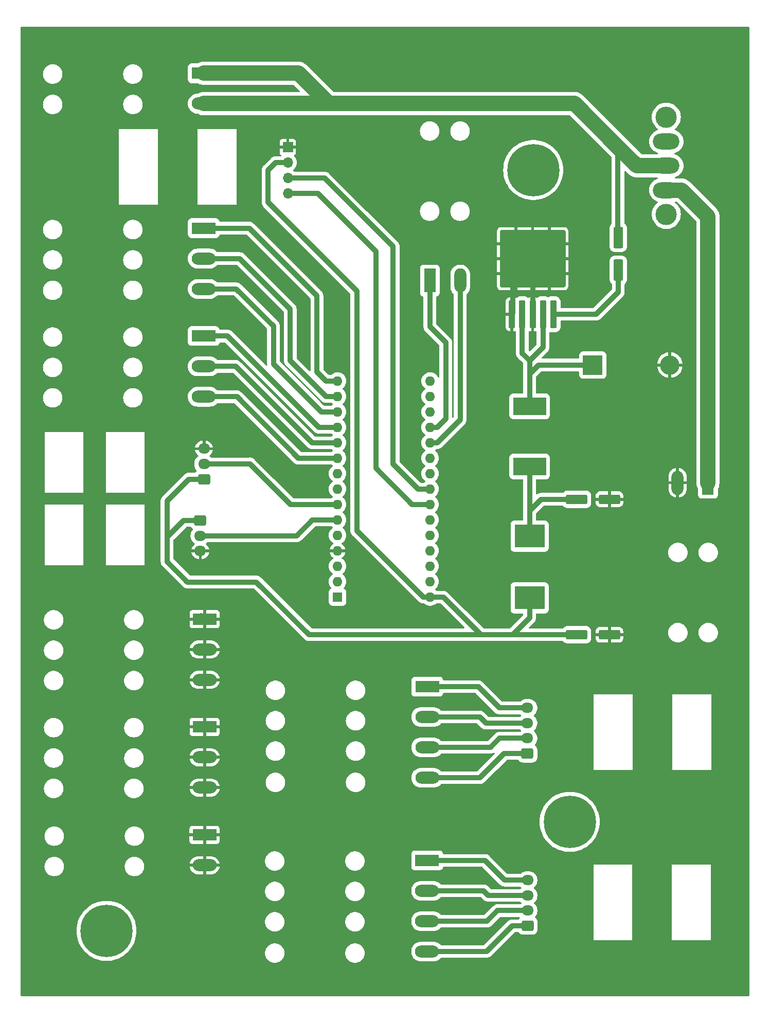
<source format=gbr>
%TF.GenerationSoftware,KiCad,Pcbnew,7.0.7-7.0.7~ubuntu22.04.1*%
%TF.CreationDate,2023-09-29T08:45:34-06:00*%
%TF.ProjectId,stepper_microscope_stage,73746570-7065-4725-9f6d-6963726f7363,9*%
%TF.SameCoordinates,Original*%
%TF.FileFunction,Copper,L2,Bot*%
%TF.FilePolarity,Positive*%
%FSLAX46Y46*%
G04 Gerber Fmt 4.6, Leading zero omitted, Abs format (unit mm)*
G04 Created by KiCad (PCBNEW 7.0.7-7.0.7~ubuntu22.04.1) date 2023-09-29 08:45:34*
%MOMM*%
%LPD*%
G01*
G04 APERTURE LIST*
G04 Aperture macros list*
%AMRoundRect*
0 Rectangle with rounded corners*
0 $1 Rounding radius*
0 $2 $3 $4 $5 $6 $7 $8 $9 X,Y pos of 4 corners*
0 Add a 4 corners polygon primitive as box body*
4,1,4,$2,$3,$4,$5,$6,$7,$8,$9,$2,$3,0*
0 Add four circle primitives for the rounded corners*
1,1,$1+$1,$2,$3*
1,1,$1+$1,$4,$5*
1,1,$1+$1,$6,$7*
1,1,$1+$1,$8,$9*
0 Add four rect primitives between the rounded corners*
20,1,$1+$1,$2,$3,$4,$5,0*
20,1,$1+$1,$4,$5,$6,$7,0*
20,1,$1+$1,$6,$7,$8,$9,0*
20,1,$1+$1,$8,$9,$2,$3,0*%
G04 Aperture macros list end*
%TA.AperFunction,ComponentPad*%
%ADD10O,1.950000X1.700000*%
%TD*%
%TA.AperFunction,ComponentPad*%
%ADD11RoundRect,0.250000X0.725000X-0.600000X0.725000X0.600000X-0.725000X0.600000X-0.725000X-0.600000X0*%
%TD*%
%TA.AperFunction,ComponentPad*%
%ADD12R,3.960000X1.980000*%
%TD*%
%TA.AperFunction,ComponentPad*%
%ADD13O,3.960000X1.980000*%
%TD*%
%TA.AperFunction,ComponentPad*%
%ADD14C,8.600000*%
%TD*%
%TA.AperFunction,WasherPad*%
%ADD15C,3.500000*%
%TD*%
%TA.AperFunction,ComponentPad*%
%ADD16O,4.375000X2.625000*%
%TD*%
%TA.AperFunction,SMDPad,CuDef*%
%ADD17RoundRect,0.250000X-1.500000X-0.550000X1.500000X-0.550000X1.500000X0.550000X-1.500000X0.550000X0*%
%TD*%
%TA.AperFunction,ComponentPad*%
%ADD18RoundRect,0.250000X-0.725000X0.600000X-0.725000X-0.600000X0.725000X-0.600000X0.725000X0.600000X0*%
%TD*%
%TA.AperFunction,SMDPad,CuDef*%
%ADD19RoundRect,0.250000X0.300000X-2.050000X0.300000X2.050000X-0.300000X2.050000X-0.300000X-2.050000X0*%
%TD*%
%TA.AperFunction,SMDPad,CuDef*%
%ADD20RoundRect,0.250000X2.375000X-2.025000X2.375000X2.025000X-2.375000X2.025000X-2.375000X-2.025000X0*%
%TD*%
%TA.AperFunction,SMDPad,CuDef*%
%ADD21RoundRect,0.250002X5.149998X-4.449998X5.149998X4.449998X-5.149998X4.449998X-5.149998X-4.449998X0*%
%TD*%
%TA.AperFunction,ComponentPad*%
%ADD22O,1.700000X1.700000*%
%TD*%
%TA.AperFunction,ComponentPad*%
%ADD23R,1.700000X1.700000*%
%TD*%
%TA.AperFunction,SMDPad,CuDef*%
%ADD24R,5.400000X2.900000*%
%TD*%
%TA.AperFunction,ComponentPad*%
%ADD25R,3.200000X3.200000*%
%TD*%
%TA.AperFunction,ComponentPad*%
%ADD26O,3.200000X3.200000*%
%TD*%
%TA.AperFunction,ComponentPad*%
%ADD27R,1.600000X1.600000*%
%TD*%
%TA.AperFunction,ComponentPad*%
%ADD28O,1.600000X1.600000*%
%TD*%
%TA.AperFunction,ComponentPad*%
%ADD29R,1.980000X3.960000*%
%TD*%
%TA.AperFunction,ComponentPad*%
%ADD30O,1.980000X3.960000*%
%TD*%
%TA.AperFunction,SMDPad,CuDef*%
%ADD31R,5.000000X3.850000*%
%TD*%
%TA.AperFunction,SMDPad,CuDef*%
%ADD32RoundRect,0.250000X-0.550000X1.500000X-0.550000X-1.500000X0.550000X-1.500000X0.550000X1.500000X0*%
%TD*%
%TA.AperFunction,Conductor*%
%ADD33C,0.812800*%
%TD*%
%TA.AperFunction,Conductor*%
%ADD34C,2.540000*%
%TD*%
G04 APERTURE END LIST*
D10*
%TO.P,J5,4,Pin_4*%
%TO.N,Net-(J3-Pin_1)*%
X123050000Y-127300000D03*
%TO.P,J5,3,Pin_3*%
%TO.N,Net-(J3-Pin_2)*%
X123050000Y-129800000D03*
%TO.P,J5,2,Pin_2*%
%TO.N,Net-(J3-Pin_3)*%
X123050000Y-132300000D03*
D11*
%TO.P,J5,1,Pin_1*%
%TO.N,Net-(J3-Pin_4)*%
X123050000Y-134800000D03*
%TD*%
D12*
%TO.P,J3,1,Pin_1*%
%TO.N,Net-(J3-Pin_1)*%
X106550000Y-123790000D03*
D13*
%TO.P,J3,2,Pin_2*%
%TO.N,Net-(J3-Pin_2)*%
X106550000Y-128790000D03*
%TO.P,J3,3,Pin_3*%
%TO.N,Net-(J3-Pin_3)*%
X106550000Y-133790000D03*
%TO.P,J3,4,Pin_4*%
%TO.N,Net-(J3-Pin_4)*%
X106550000Y-138790000D03*
%TD*%
D14*
%TO.P,H3,1*%
%TO.N,N/C*%
X53750000Y-164000000D03*
%TD*%
%TO.P,H1,1*%
%TO.N,N/C*%
X124000000Y-38750000D03*
%TD*%
%TO.P,H1,1*%
%TO.N,N/C*%
X130000000Y-146050000D03*
%TD*%
D15*
%TO.P,SW1,*%
%TO.N,*%
X145905000Y-46055000D03*
X145905000Y-30055000D03*
D16*
%TO.P,SW1,1,A*%
%TO.N,+24V*%
X145905000Y-42055000D03*
%TO.P,SW1,2,B*%
X145905000Y-38055000D03*
%TO.P,SW1,3,C*%
%TO.N,unconnected-(SW1-C-Pad3)*%
X145905000Y-34055000D03*
%TD*%
D17*
%TO.P,C3,1*%
%TO.N,+5V*%
X131150000Y-115250000D03*
%TO.P,C3,2*%
%TO.N,GND*%
X136550000Y-115250000D03*
%TD*%
D12*
%TO.P,J2,1,Pin_1*%
%TO.N,Net-(J2-Pin_1)*%
X106540000Y-152400000D03*
D13*
%TO.P,J2,2,Pin_2*%
%TO.N,Net-(J2-Pin_2)*%
X106540000Y-157400000D03*
%TO.P,J2,3,Pin_3*%
%TO.N,Net-(J2-Pin_3)*%
X106540000Y-162400000D03*
%TO.P,J2,4,Pin_4*%
%TO.N,Net-(J2-Pin_4)*%
X106540000Y-167400000D03*
%TD*%
D18*
%TO.P,LIMIT2,1,Pin_1*%
%TO.N,+5V*%
X69200000Y-96450000D03*
D10*
%TO.P,LIMIT2,2,Pin_2*%
%TO.N,Net-(A1-D3)*%
X69200000Y-98950000D03*
%TO.P,LIMIT2,3,Pin_3*%
%TO.N,GND*%
X69200000Y-101450000D03*
%TD*%
D12*
%TO.P,STEPSIGGND2,1,Pin_1*%
%TO.N,GND*%
X69910816Y-130422144D03*
D13*
%TO.P,STEPSIGGND2,2,Pin_2*%
X69910816Y-135422144D03*
%TO.P,STEPSIGGND2,3,Pin_3*%
X69910816Y-140422144D03*
%TD*%
D12*
%TO.P,STEPSIG1,1,Pin_1*%
%TO.N,Net-(A1-D12)*%
X69750000Y-48322144D03*
D13*
%TO.P,STEPSIG1,2,Pin_2*%
%TO.N,Net-(A1-D11)*%
X69750000Y-53322144D03*
%TO.P,STEPSIG1,3,Pin_3*%
%TO.N,Net-(A1-D10)*%
X69750000Y-58322144D03*
%TD*%
D19*
%TO.P,TL2575,1,+Vin*%
%TO.N,Net-(TL2575-+Vin)*%
X127300000Y-62500000D03*
%TO.P,TL2575,2,Output*%
%TO.N,Net-(D1-K)*%
X125600000Y-62500000D03*
%TO.P,TL2575,3,GND*%
%TO.N,GND*%
X123900000Y-62500000D03*
D20*
X121125000Y-55775000D03*
X126675000Y-55775000D03*
D21*
X123900000Y-53350000D03*
D20*
X121125000Y-50925000D03*
X126675000Y-50925000D03*
D19*
%TO.P,TL2575,4,Feedback*%
%TO.N,Net-(D1-K)*%
X122200000Y-62500000D03*
%TO.P,TL2575,5,ON/OFF*%
%TO.N,GND*%
X120500000Y-62500000D03*
%TD*%
D22*
%TO.P,J2,4,Pin_4*%
%TO.N,Net-(A1-A5)*%
X83600000Y-42595000D03*
%TO.P,J2,3,Pin_3*%
%TO.N,Net-(A1-A4)*%
X83600000Y-40055000D03*
%TO.P,J2,2,Pin_2*%
%TO.N,+5V*%
X83600000Y-37515000D03*
D23*
%TO.P,J2,1,Pin_1*%
%TO.N,GND*%
X83600000Y-34975000D03*
%TD*%
D12*
%TO.P,STEPGND1,1,Pin_1*%
%TO.N,GND*%
X69900816Y-148202144D03*
D13*
%TO.P,STEPGND1,2,Pin_2*%
X69900816Y-153202144D03*
%TD*%
D12*
%TO.P,STEPSIGGND1,1,Pin_1*%
%TO.N,GND*%
X69910816Y-112672144D03*
D13*
%TO.P,STEPSIGGND1,2,Pin_2*%
X69910816Y-117672144D03*
%TO.P,STEPSIGGND1,3,Pin_3*%
X69910816Y-122672144D03*
%TD*%
D11*
%TO.P,LIMIT1,1,Pin_1*%
%TO.N,+5V*%
X69810000Y-89632856D03*
D10*
%TO.P,LIMIT1,2,Pin_2*%
%TO.N,Net-(A1-D4)*%
X69810000Y-87132856D03*
%TO.P,LIMIT1,3,Pin_3*%
%TO.N,GND*%
X69810000Y-84632856D03*
%TD*%
D24*
%TO.P,L1,1,1*%
%TO.N,Net-(D1-K)*%
X123400000Y-77650000D03*
%TO.P,L1,2,2*%
%TO.N,Net-(C2-Pad1)*%
X123400000Y-87550000D03*
%TD*%
D12*
%TO.P,STEPPWR1,1,Pin_1*%
%TO.N,+24V*%
X69750000Y-22825000D03*
D13*
%TO.P,STEPPWR1,2,Pin_2*%
X69750000Y-27825000D03*
%TD*%
D25*
%TO.P,D1,1,K*%
%TO.N,Net-(D1-K)*%
X133800000Y-70850000D03*
D26*
%TO.P,D1,2,A*%
%TO.N,GND*%
X146500000Y-70850000D03*
%TD*%
D27*
%TO.P,A1,1,D1/TX*%
%TO.N,unconnected-(A1-D1{slash}TX-Pad1)*%
X91790000Y-109047144D03*
D28*
%TO.P,A1,2,D0/RX*%
%TO.N,unconnected-(A1-D0{slash}RX-Pad2)*%
X91790000Y-106507144D03*
%TO.P,A1,3,~{RESET}*%
%TO.N,unconnected-(A1-~{RESET}-Pad3)*%
X91790000Y-103967144D03*
%TO.P,A1,4,GND*%
%TO.N,GND*%
X91790000Y-101427144D03*
%TO.P,A1,5,D2*%
%TO.N,unconnected-(A1-D2-Pad5)*%
X91790000Y-98887144D03*
%TO.P,A1,6,D3*%
%TO.N,Net-(A1-D3)*%
X91790000Y-96347144D03*
%TO.P,A1,7,D4*%
%TO.N,Net-(A1-D4)*%
X91790000Y-93807144D03*
%TO.P,A1,8,D5*%
%TO.N,unconnected-(A1-D5-Pad8)*%
X91790000Y-91267144D03*
%TO.P,A1,9,D6*%
%TO.N,unconnected-(A1-D6-Pad9)*%
X91790000Y-88727144D03*
%TO.P,A1,10,D7*%
%TO.N,Net-(A1-D7)*%
X91790000Y-86187144D03*
%TO.P,A1,11,D8*%
%TO.N,Net-(A1-D8)*%
X91790000Y-83647144D03*
%TO.P,A1,12,D9*%
%TO.N,Net-(A1-D9)*%
X91790000Y-81107144D03*
%TO.P,A1,13,D10*%
%TO.N,Net-(A1-D10)*%
X91790000Y-78567144D03*
%TO.P,A1,14,D11*%
%TO.N,Net-(A1-D11)*%
X91790000Y-76027144D03*
%TO.P,A1,15,D12*%
%TO.N,Net-(A1-D12)*%
X91790000Y-73487144D03*
%TO.P,A1,16,D13*%
%TO.N,unconnected-(A1-D13-Pad16)*%
X107030000Y-73487144D03*
%TO.P,A1,17,3V3*%
%TO.N,unconnected-(A1-3V3-Pad17)*%
X107030000Y-76027144D03*
%TO.P,A1,18,AREF*%
%TO.N,unconnected-(A1-AREF-Pad18)*%
X107030000Y-78567144D03*
%TO.P,A1,19,A0*%
%TO.N,Net-(A1-A0)*%
X107030000Y-81107144D03*
%TO.P,A1,20,A1*%
%TO.N,Net-(A1-A1)*%
X107030000Y-83647144D03*
%TO.P,A1,21,A2*%
%TO.N,unconnected-(A1-A2-Pad21)*%
X107030000Y-86187144D03*
%TO.P,A1,22,A3*%
%TO.N,unconnected-(A1-A3-Pad22)*%
X107030000Y-88727144D03*
%TO.P,A1,23,A4*%
%TO.N,Net-(A1-A4)*%
X107030000Y-91267144D03*
%TO.P,A1,24,A5*%
%TO.N,Net-(A1-A5)*%
X107030000Y-93807144D03*
%TO.P,A1,25,A6*%
%TO.N,unconnected-(A1-A6-Pad25)*%
X107030000Y-96347144D03*
%TO.P,A1,26,A7*%
%TO.N,unconnected-(A1-A7-Pad26)*%
X107030000Y-98887144D03*
%TO.P,A1,27,+5V*%
%TO.N,unconnected-(A1-+5V-Pad27)*%
X107030000Y-101427144D03*
%TO.P,A1,28,~{RESET}*%
%TO.N,unconnected-(A1-~{RESET}-Pad28)*%
X107030000Y-103967144D03*
%TO.P,A1,29,GND*%
%TO.N,unconnected-(A1-GND-Pad29)*%
X107030000Y-106507144D03*
%TO.P,A1,30,VIN*%
%TO.N,+5V*%
X107030000Y-109047144D03*
%TD*%
D29*
%TO.P,JOYIN1,1,Pin_1*%
%TO.N,Net-(A1-A0)*%
X106985000Y-56950000D03*
D30*
%TO.P,JOYIN1,2,Pin_2*%
%TO.N,Net-(A1-A1)*%
X111985000Y-56950000D03*
%TD*%
D31*
%TO.P,L2,1,1*%
%TO.N,Net-(C2-Pad1)*%
X123400000Y-99025000D03*
%TO.P,L2,2,2*%
%TO.N,+5V*%
X123400000Y-109175000D03*
%TD*%
D32*
%TO.P,C1,1*%
%TO.N,+24V*%
X138000000Y-49850000D03*
%TO.P,C1,2*%
%TO.N,Net-(TL2575-+Vin)*%
X138000000Y-55250000D03*
%TD*%
D13*
%TO.P,STEPSIG2,3,Pin_3*%
%TO.N,Net-(A1-D7)*%
X69750000Y-76072144D03*
%TO.P,STEPSIG2,2,Pin_2*%
%TO.N,Net-(A1-D8)*%
X69750000Y-71072144D03*
D12*
%TO.P,STEPSIG2,1,Pin_1*%
%TO.N,Net-(A1-D9)*%
X69750000Y-66072144D03*
%TD*%
D17*
%TO.P,C2,1*%
%TO.N,Net-(C2-Pad1)*%
X131150000Y-92950000D03*
%TO.P,C2,2*%
%TO.N,GND*%
X136550000Y-92950000D03*
%TD*%
D11*
%TO.P,J4,1,Pin_1*%
%TO.N,Net-(J2-Pin_4)*%
X123090000Y-163160000D03*
D10*
%TO.P,J4,2,Pin_2*%
%TO.N,Net-(J2-Pin_3)*%
X123090000Y-160660000D03*
%TO.P,J4,3,Pin_3*%
%TO.N,Net-(J2-Pin_2)*%
X123090000Y-158160000D03*
%TO.P,J4,4,Pin_4*%
%TO.N,Net-(J2-Pin_1)*%
X123090000Y-155660000D03*
%TD*%
D30*
%TO.P,VIN1,2,Pin_2*%
%TO.N,GND*%
X147765000Y-90225000D03*
D29*
%TO.P,VIN1,1,Pin_1*%
%TO.N,+24V*%
X152765000Y-90225000D03*
%TD*%
D33*
%TO.N,Net-(J3-Pin_4)*%
X106550000Y-138790000D02*
X115210000Y-138790000D01*
X115210000Y-138790000D02*
X119200000Y-134800000D01*
X119200000Y-134800000D02*
X123050000Y-134800000D01*
%TO.N,Net-(J3-Pin_3)*%
X106550000Y-133790000D02*
X116960000Y-133790000D01*
X116960000Y-133790000D02*
X118450000Y-132300000D01*
X118450000Y-132300000D02*
X123050000Y-132300000D01*
%TO.N,Net-(J3-Pin_2)*%
X106550000Y-128790000D02*
X115190000Y-128790000D01*
X115190000Y-128790000D02*
X116200000Y-129800000D01*
X116200000Y-129800000D02*
X123050000Y-129800000D01*
%TO.N,Net-(J3-Pin_1)*%
X106550000Y-123790000D02*
X114940000Y-123790000D01*
X114940000Y-123790000D02*
X118450000Y-127300000D01*
X118450000Y-127300000D02*
X123050000Y-127300000D01*
%TO.N,+5V*%
X115375000Y-115247144D02*
X87097144Y-115247144D01*
X87097144Y-115247144D02*
X78422144Y-106572144D01*
X67072144Y-106572144D02*
X78422144Y-106572144D01*
X63725000Y-103225000D02*
X67072144Y-106572144D01*
X63725000Y-99175000D02*
X63725000Y-103225000D01*
%TO.N,Net-(A1-D3)*%
X69200000Y-98950000D02*
X85050000Y-98950000D01*
X85050000Y-98950000D02*
X87652856Y-96347144D01*
X87652856Y-96347144D02*
X91790000Y-96347144D01*
%TO.N,Net-(A1-D4)*%
X77367144Y-87117144D02*
X84057144Y-93807144D01*
X84057144Y-93807144D02*
X91790000Y-93807144D01*
%TO.N,Net-(A1-D7)*%
X69750000Y-76072144D02*
X75222144Y-76072144D01*
X75222144Y-76072144D02*
X85337144Y-86187144D01*
X85337144Y-86187144D02*
X91790000Y-86187144D01*
%TO.N,Net-(A1-D9)*%
X69750000Y-66072144D02*
X73672144Y-66072144D01*
X73672144Y-66072144D02*
X88707144Y-81107144D01*
X88707144Y-81107144D02*
X91790000Y-81107144D01*
%TO.N,Net-(A1-D8)*%
X69750000Y-71072144D02*
X75022144Y-71072144D01*
X75022144Y-71072144D02*
X87597144Y-83647144D01*
X87597144Y-83647144D02*
X91790000Y-83647144D01*
%TO.N,Net-(A1-D10)*%
X69750000Y-58322144D02*
X75122144Y-58322144D01*
X75122144Y-58322144D02*
X81250000Y-64450000D01*
X81250000Y-64450000D02*
X81250000Y-70700000D01*
X81250000Y-70700000D02*
X89117144Y-78567144D01*
X89117144Y-78567144D02*
X91790000Y-78567144D01*
%TO.N,Net-(A1-D11)*%
X69750000Y-53322144D02*
X75672144Y-53322144D01*
X89877144Y-76027144D02*
X91790000Y-76027144D01*
X75672144Y-53322144D02*
X84000000Y-61650000D01*
X84000000Y-61650000D02*
X84000000Y-70150000D01*
X84000000Y-70150000D02*
X89877144Y-76027144D01*
%TO.N,Net-(A1-D12)*%
X69750000Y-48322144D02*
X77250000Y-48322144D01*
X77250000Y-48322144D02*
X88400000Y-59472144D01*
X88400000Y-59472144D02*
X88400000Y-72000000D01*
X88400000Y-72000000D02*
X89900000Y-73500000D01*
X89900000Y-73500000D02*
X89912856Y-73487144D01*
X89912856Y-73487144D02*
X91790000Y-73487144D01*
%TO.N,+5V*%
X83600000Y-37515000D02*
X81610000Y-37515000D01*
X81610000Y-37515000D02*
X80350000Y-38775000D01*
X80350000Y-38775000D02*
X80350000Y-44075000D01*
X80350000Y-44075000D02*
X94950000Y-58675000D01*
X94950000Y-58675000D02*
X94950000Y-98098514D01*
X105898630Y-109047144D02*
X107030000Y-109047144D01*
X94950000Y-98098514D02*
X105898630Y-109047144D01*
%TO.N,Net-(A1-A5)*%
X83600000Y-42595000D02*
X88545000Y-42595000D01*
X88545000Y-42595000D02*
X98100000Y-52150000D01*
X98100000Y-52150000D02*
X98100000Y-87825000D01*
X98100000Y-87825000D02*
X104082144Y-93807144D01*
X104082144Y-93807144D02*
X107030000Y-93807144D01*
%TO.N,Net-(A1-A4)*%
X83600000Y-40055000D02*
X89655000Y-40055000D01*
X89655000Y-40055000D02*
X100950000Y-51350000D01*
X100950000Y-51350000D02*
X100950000Y-87175000D01*
X100950000Y-87175000D02*
X105042144Y-91267144D01*
X105042144Y-91267144D02*
X107030000Y-91267144D01*
D34*
%TO.N,+24V*%
X148405000Y-42055000D02*
X145905000Y-42055000D01*
X152765000Y-46415000D02*
X148405000Y-42055000D01*
X152765000Y-90225000D02*
X152765000Y-46415000D01*
X141055000Y-38055000D02*
X137950000Y-34950000D01*
X137950000Y-34950000D02*
X130825000Y-27825000D01*
D33*
X138000000Y-49850000D02*
X137950000Y-49800000D01*
X137950000Y-49800000D02*
X137950000Y-34950000D01*
%TO.N,Net-(TL2575-+Vin)*%
X127300000Y-62500000D02*
X134350000Y-62500000D01*
X134350000Y-62500000D02*
X138000000Y-58850000D01*
X138000000Y-58850000D02*
X138000000Y-55250000D01*
D34*
%TO.N,+24V*%
X130825000Y-27825000D02*
X90350000Y-27825000D01*
X90350000Y-27825000D02*
X69750000Y-27825000D01*
X69750000Y-22825000D02*
X85350000Y-22825000D01*
X85350000Y-22825000D02*
X90350000Y-27825000D01*
X145905000Y-38055000D02*
X141055000Y-38055000D01*
D33*
%TO.N,+5V*%
X123425000Y-115250000D02*
X120600000Y-115250000D01*
X120600000Y-115250000D02*
X119150000Y-115250000D01*
X123400000Y-109175000D02*
X123400000Y-112450000D01*
X123400000Y-112450000D02*
X120600000Y-115250000D01*
X119150000Y-115250000D02*
X119147144Y-115247144D01*
X115375000Y-115247144D02*
X119147144Y-115247144D01*
%TO.N,GND*%
X120650000Y-62325000D02*
X120650000Y-56225000D01*
X123900000Y-62500000D02*
X123900000Y-53350000D01*
X69350816Y-112112144D02*
X69910816Y-112672144D01*
X120500000Y-56325000D02*
X121125000Y-55700000D01*
%TO.N,Net-(A1-D4)*%
X77367144Y-87117144D02*
X77351432Y-87132856D01*
X77351432Y-87132856D02*
X69810000Y-87132856D01*
%TO.N,Net-(A1-A0)*%
X109600000Y-67175000D02*
X109600000Y-79668514D01*
X106985000Y-56950000D02*
X106985000Y-64560000D01*
X108161370Y-81107144D02*
X107030000Y-81107144D01*
X109600000Y-79668514D02*
X108161370Y-81107144D01*
X106985000Y-64560000D02*
X109600000Y-67175000D01*
%TO.N,Net-(A1-A1)*%
X108161370Y-83647144D02*
X107030000Y-83647144D01*
X111985000Y-56950000D02*
X111985000Y-79823514D01*
X111985000Y-79823514D02*
X108161370Y-83647144D01*
%TO.N,+5V*%
X67292144Y-89632856D02*
X69810000Y-89632856D01*
X115375000Y-115247144D02*
X109175000Y-109047144D01*
X131150000Y-115250000D02*
X123425000Y-115250000D01*
X66450000Y-96450000D02*
X63725000Y-99175000D01*
X69200000Y-96450000D02*
X66450000Y-96450000D01*
X109175000Y-109047144D02*
X107030000Y-109047144D01*
X63725000Y-93200000D02*
X67292144Y-89632856D01*
X63725000Y-99175000D02*
X63725000Y-93200000D01*
X69827144Y-89650000D02*
X69810000Y-89632856D01*
%TO.N,+24V*%
X69775000Y-23075000D02*
X69760000Y-23090000D01*
%TO.N,Net-(D1-K)*%
X122200000Y-62500000D02*
X122200000Y-68900000D01*
X123400000Y-72350000D02*
X123400000Y-70100000D01*
X125600000Y-62500000D02*
X125600000Y-67900000D01*
X133800000Y-70850000D02*
X124900000Y-70850000D01*
X122200000Y-68900000D02*
X123400000Y-70100000D01*
X123400000Y-77650000D02*
X123400000Y-72350000D01*
X124900000Y-70850000D02*
X123400000Y-72350000D01*
X125600000Y-67900000D02*
X123400000Y-70100000D01*
%TO.N,Net-(C2-Pad1)*%
X131150000Y-92950000D02*
X125300000Y-92950000D01*
X125300000Y-92950000D02*
X123400000Y-94850000D01*
X123400000Y-87550000D02*
X123400000Y-94850000D01*
X123400000Y-94850000D02*
X123400000Y-99025000D01*
%TO.N,Net-(J2-Pin_1)*%
X106540000Y-152400000D02*
X116050000Y-152400000D01*
X119310000Y-155660000D02*
X123090000Y-155660000D01*
X116050000Y-152400000D02*
X119310000Y-155660000D01*
%TO.N,Net-(J2-Pin_2)*%
X115850000Y-157400000D02*
X116610000Y-158160000D01*
X106540000Y-157400000D02*
X115850000Y-157400000D01*
X116610000Y-158160000D02*
X123090000Y-158160000D01*
%TO.N,Net-(J2-Pin_3)*%
X118140000Y-160660000D02*
X123090000Y-160660000D01*
X106540000Y-162400000D02*
X116400000Y-162400000D01*
X116400000Y-162400000D02*
X118140000Y-160660000D01*
%TO.N,Net-(J2-Pin_4)*%
X116300000Y-167400000D02*
X120540000Y-163160000D01*
X106540000Y-167400000D02*
X116300000Y-167400000D01*
X120540000Y-163160000D02*
X123090000Y-163160000D01*
%TD*%
%TA.AperFunction,Conductor*%
%TO.N,GND*%
G36*
X159492539Y-15170185D02*
G01*
X159538294Y-15222989D01*
X159549500Y-15274500D01*
X159549500Y-174625500D01*
X159529815Y-174692539D01*
X159477011Y-174738294D01*
X159425500Y-174749500D01*
X39774500Y-174749500D01*
X39707461Y-174729815D01*
X39661706Y-174677011D01*
X39650500Y-174625500D01*
X39650500Y-164000003D01*
X48809525Y-164000003D01*
X48829413Y-164442851D01*
X48829414Y-164442860D01*
X48888920Y-164882157D01*
X48987565Y-165314345D01*
X49124554Y-165735956D01*
X49124557Y-165735964D01*
X49298780Y-166143581D01*
X49298784Y-166143589D01*
X49318282Y-166179822D01*
X49508855Y-166533966D01*
X49508859Y-166533972D01*
X49508859Y-166533973D01*
X49753067Y-166903932D01*
X49753068Y-166903933D01*
X49753072Y-166903938D01*
X50029469Y-167250530D01*
X50029475Y-167250536D01*
X50029479Y-167250541D01*
X50335817Y-167570945D01*
X50335832Y-167570959D01*
X50669647Y-167862605D01*
X50669656Y-167862612D01*
X50669664Y-167862619D01*
X50669674Y-167862626D01*
X50669675Y-167862627D01*
X51028302Y-168123185D01*
X51028306Y-168123187D01*
X51028307Y-168123188D01*
X51367891Y-168326080D01*
X51408866Y-168350561D01*
X51408872Y-168350564D01*
X51808261Y-168542900D01*
X51808262Y-168542900D01*
X51808270Y-168542904D01*
X52223309Y-168698671D01*
X52223316Y-168698673D01*
X52223319Y-168698674D01*
X52521683Y-168781017D01*
X52650641Y-168816607D01*
X53086824Y-168895763D01*
X53528346Y-168935500D01*
X53528353Y-168935500D01*
X53971647Y-168935500D01*
X53971654Y-168935500D01*
X54413176Y-168895763D01*
X54849359Y-168816607D01*
X55276691Y-168698671D01*
X55691730Y-168542904D01*
X56091136Y-168350560D01*
X56471693Y-168123188D01*
X56830336Y-167862619D01*
X57073699Y-167649999D01*
X79844551Y-167649999D01*
X79852275Y-167748142D01*
X79852466Y-167753008D01*
X79852466Y-167766912D01*
X79851312Y-167770840D01*
X79851912Y-167778457D01*
X79853842Y-167784430D01*
X79856021Y-167798178D01*
X79856593Y-167803017D01*
X79860837Y-167856931D01*
X79864317Y-167901148D01*
X79864318Y-167901152D01*
X79864318Y-167901153D01*
X79887293Y-167996855D01*
X79888243Y-168001627D01*
X79890421Y-168015378D01*
X79889896Y-168019437D01*
X79891681Y-168026871D01*
X79894527Y-168032480D01*
X79898827Y-168045716D01*
X79900148Y-168050399D01*
X79923127Y-168146114D01*
X79960797Y-168237055D01*
X79962481Y-168241622D01*
X79966780Y-168254851D01*
X79966897Y-168258941D01*
X79969821Y-168266001D01*
X79973509Y-168271095D01*
X79979819Y-168283480D01*
X79981857Y-168287901D01*
X80019532Y-168378857D01*
X80070976Y-168462807D01*
X80073355Y-168467054D01*
X80079662Y-168479432D01*
X80080418Y-168483458D01*
X80084411Y-168489974D01*
X80088845Y-168494422D01*
X80097027Y-168505683D01*
X80099732Y-168509732D01*
X80120061Y-168542904D01*
X80151164Y-168593659D01*
X80151171Y-168593667D01*
X80215093Y-168668510D01*
X80218107Y-168672333D01*
X80226290Y-168683596D01*
X80227664Y-168687448D01*
X80232626Y-168693257D01*
X80237703Y-168696959D01*
X80247540Y-168706795D01*
X80250839Y-168710363D01*
X80314776Y-168785224D01*
X80389640Y-168849164D01*
X80393201Y-168852456D01*
X80403039Y-168862294D01*
X80404999Y-168865884D01*
X80410803Y-168870841D01*
X80416391Y-168873700D01*
X80416395Y-168873703D01*
X80427662Y-168881889D01*
X80431483Y-168884901D01*
X80506341Y-168948836D01*
X80509415Y-168950720D01*
X80590264Y-169000264D01*
X80594313Y-169002969D01*
X80605575Y-169011152D01*
X80608073Y-169014392D01*
X80614584Y-169018381D01*
X80620562Y-169020335D01*
X80632954Y-169026649D01*
X80637179Y-169029014D01*
X80721141Y-169080466D01*
X80721146Y-169080468D01*
X80812092Y-169118139D01*
X80816516Y-169120178D01*
X80828905Y-169126491D01*
X80831880Y-169129301D01*
X80838929Y-169132221D01*
X80845136Y-169133214D01*
X80858390Y-169137521D01*
X80862919Y-169139192D01*
X80919514Y-169162634D01*
X80953885Y-169176872D01*
X80953886Y-169176873D01*
X80984431Y-169184205D01*
X81049634Y-169199859D01*
X81054265Y-169201165D01*
X81067523Y-169205473D01*
X81070901Y-169207782D01*
X81078329Y-169209565D01*
X81084614Y-169209577D01*
X81098365Y-169211755D01*
X81103141Y-169212705D01*
X81198852Y-169235683D01*
X81297003Y-169243407D01*
X81301817Y-169243978D01*
X81315562Y-169246155D01*
X81319259Y-169247907D01*
X81326872Y-169248507D01*
X81333089Y-169247534D01*
X81346992Y-169247534D01*
X81351858Y-169247725D01*
X81450000Y-169255449D01*
X81548141Y-169247725D01*
X81553008Y-169247534D01*
X81566909Y-169247534D01*
X81570836Y-169248687D01*
X81578457Y-169248087D01*
X81584443Y-169246153D01*
X81598179Y-169243978D01*
X81602978Y-169243409D01*
X81701148Y-169235683D01*
X81796873Y-169212701D01*
X81801632Y-169211755D01*
X81804413Y-169211314D01*
X81815382Y-169209577D01*
X81819441Y-169210101D01*
X81826869Y-169208318D01*
X81832477Y-169205472D01*
X81845734Y-169201165D01*
X81850354Y-169199861D01*
X81946111Y-169176873D01*
X82037098Y-169139184D01*
X82041599Y-169137524D01*
X82054862Y-169133214D01*
X82058947Y-169133098D01*
X82066002Y-169130176D01*
X82071089Y-169126493D01*
X82083500Y-169120169D01*
X82087873Y-169118153D01*
X82178859Y-169080466D01*
X82262814Y-169029017D01*
X82267025Y-169026659D01*
X82279435Y-169020335D01*
X82283458Y-169019580D01*
X82289967Y-169015591D01*
X82294418Y-169011156D01*
X82305674Y-169002977D01*
X82309701Y-169000285D01*
X82393659Y-168948836D01*
X82468532Y-168884888D01*
X82472314Y-168881906D01*
X82483605Y-168873702D01*
X82487450Y-168872331D01*
X82493256Y-168867372D01*
X82496957Y-168862297D01*
X82506810Y-168852444D01*
X82510346Y-168849175D01*
X82585224Y-168785224D01*
X82649175Y-168710346D01*
X82652444Y-168706810D01*
X82662296Y-168696958D01*
X82665883Y-168694999D01*
X82670843Y-168689192D01*
X82673703Y-168683605D01*
X82673710Y-168683596D01*
X82681906Y-168672314D01*
X82684888Y-168668532D01*
X82748836Y-168593659D01*
X82800285Y-168509701D01*
X82802977Y-168505674D01*
X82811156Y-168494418D01*
X82814394Y-168491920D01*
X82818380Y-168485415D01*
X82820336Y-168479435D01*
X82820338Y-168479432D01*
X82826659Y-168467025D01*
X82829022Y-168462807D01*
X82880466Y-168378859D01*
X82918153Y-168287873D01*
X82920169Y-168283500D01*
X82926492Y-168271091D01*
X82929299Y-168268119D01*
X82932220Y-168261068D01*
X82933214Y-168254865D01*
X82937524Y-168241599D01*
X82939184Y-168237098D01*
X82976873Y-168146111D01*
X82977315Y-168144273D01*
X82982377Y-168123185D01*
X82999860Y-168050358D01*
X83001171Y-168045716D01*
X83005474Y-168032472D01*
X83007783Y-168029095D01*
X83009565Y-168021676D01*
X83009577Y-168015382D01*
X83011755Y-168001632D01*
X83012701Y-167996873D01*
X83035683Y-167901148D01*
X83043409Y-167802978D01*
X83043978Y-167798178D01*
X83047534Y-167775729D01*
X83047534Y-167775726D01*
X83048201Y-167771516D01*
X83048201Y-167771510D01*
X83048502Y-167769609D01*
X83047754Y-167764502D01*
X83048155Y-167744040D01*
X83048334Y-167740400D01*
X83055449Y-167650000D01*
X83055449Y-167649999D01*
X93044551Y-167649999D01*
X93052275Y-167748142D01*
X93052466Y-167753008D01*
X93052466Y-167766912D01*
X93051312Y-167770840D01*
X93051912Y-167778457D01*
X93053842Y-167784430D01*
X93056021Y-167798178D01*
X93056593Y-167803017D01*
X93060837Y-167856931D01*
X93064317Y-167901148D01*
X93064318Y-167901152D01*
X93064318Y-167901153D01*
X93087293Y-167996855D01*
X93088243Y-168001627D01*
X93090421Y-168015378D01*
X93089896Y-168019437D01*
X93091681Y-168026871D01*
X93094527Y-168032480D01*
X93098827Y-168045716D01*
X93100148Y-168050399D01*
X93123127Y-168146114D01*
X93160797Y-168237055D01*
X93162481Y-168241622D01*
X93166780Y-168254851D01*
X93166897Y-168258941D01*
X93169821Y-168266001D01*
X93173509Y-168271095D01*
X93179819Y-168283480D01*
X93181857Y-168287901D01*
X93219532Y-168378857D01*
X93270976Y-168462807D01*
X93273355Y-168467054D01*
X93279662Y-168479432D01*
X93280418Y-168483458D01*
X93284411Y-168489974D01*
X93288845Y-168494422D01*
X93297027Y-168505683D01*
X93299732Y-168509732D01*
X93320061Y-168542904D01*
X93351164Y-168593659D01*
X93351171Y-168593667D01*
X93415093Y-168668510D01*
X93418107Y-168672333D01*
X93426290Y-168683596D01*
X93427664Y-168687448D01*
X93432626Y-168693257D01*
X93437703Y-168696959D01*
X93447540Y-168706795D01*
X93450839Y-168710363D01*
X93514776Y-168785224D01*
X93589640Y-168849164D01*
X93593201Y-168852456D01*
X93603039Y-168862294D01*
X93604999Y-168865884D01*
X93610803Y-168870841D01*
X93616391Y-168873700D01*
X93616395Y-168873703D01*
X93627662Y-168881889D01*
X93631483Y-168884901D01*
X93706341Y-168948836D01*
X93709415Y-168950720D01*
X93790264Y-169000264D01*
X93794313Y-169002969D01*
X93805575Y-169011152D01*
X93808073Y-169014392D01*
X93814584Y-169018381D01*
X93820562Y-169020335D01*
X93832954Y-169026649D01*
X93837179Y-169029014D01*
X93921141Y-169080466D01*
X93921146Y-169080468D01*
X94012092Y-169118139D01*
X94016516Y-169120178D01*
X94028905Y-169126491D01*
X94031880Y-169129301D01*
X94038929Y-169132221D01*
X94045136Y-169133214D01*
X94058390Y-169137521D01*
X94062919Y-169139192D01*
X94119514Y-169162634D01*
X94153885Y-169176872D01*
X94153886Y-169176873D01*
X94184431Y-169184205D01*
X94249634Y-169199859D01*
X94254265Y-169201165D01*
X94267523Y-169205473D01*
X94270901Y-169207782D01*
X94278329Y-169209565D01*
X94284614Y-169209577D01*
X94298365Y-169211755D01*
X94303141Y-169212705D01*
X94398852Y-169235683D01*
X94497003Y-169243407D01*
X94501817Y-169243978D01*
X94515562Y-169246155D01*
X94519259Y-169247907D01*
X94526872Y-169248507D01*
X94533089Y-169247534D01*
X94546992Y-169247534D01*
X94551858Y-169247725D01*
X94650000Y-169255449D01*
X94748141Y-169247725D01*
X94753008Y-169247534D01*
X94766909Y-169247534D01*
X94770836Y-169248687D01*
X94778457Y-169248087D01*
X94784443Y-169246153D01*
X94798179Y-169243978D01*
X94802978Y-169243409D01*
X94901148Y-169235683D01*
X94996873Y-169212701D01*
X95001632Y-169211755D01*
X95004413Y-169211314D01*
X95015382Y-169209577D01*
X95019441Y-169210101D01*
X95026869Y-169208318D01*
X95032477Y-169205472D01*
X95045734Y-169201165D01*
X95050354Y-169199861D01*
X95146111Y-169176873D01*
X95237098Y-169139184D01*
X95241599Y-169137524D01*
X95254862Y-169133214D01*
X95258947Y-169133098D01*
X95266002Y-169130176D01*
X95271089Y-169126493D01*
X95283500Y-169120169D01*
X95287873Y-169118153D01*
X95378859Y-169080466D01*
X95462814Y-169029017D01*
X95467025Y-169026659D01*
X95479435Y-169020335D01*
X95483458Y-169019580D01*
X95489967Y-169015591D01*
X95494418Y-169011156D01*
X95505674Y-169002977D01*
X95509701Y-169000285D01*
X95593659Y-168948836D01*
X95668532Y-168884888D01*
X95672314Y-168881906D01*
X95683605Y-168873702D01*
X95687450Y-168872331D01*
X95693256Y-168867372D01*
X95696957Y-168862297D01*
X95706810Y-168852444D01*
X95710346Y-168849175D01*
X95785224Y-168785224D01*
X95849175Y-168710346D01*
X95852444Y-168706810D01*
X95862296Y-168696958D01*
X95865883Y-168694999D01*
X95870843Y-168689192D01*
X95873703Y-168683605D01*
X95873710Y-168683596D01*
X95881906Y-168672314D01*
X95884888Y-168668532D01*
X95948836Y-168593659D01*
X96000285Y-168509701D01*
X96002977Y-168505674D01*
X96011156Y-168494418D01*
X96014394Y-168491920D01*
X96018380Y-168485415D01*
X96020336Y-168479435D01*
X96020338Y-168479432D01*
X96026659Y-168467025D01*
X96029022Y-168462807D01*
X96080466Y-168378859D01*
X96118153Y-168287873D01*
X96120169Y-168283500D01*
X96126492Y-168271091D01*
X96129299Y-168268119D01*
X96132220Y-168261068D01*
X96133214Y-168254865D01*
X96137524Y-168241599D01*
X96139184Y-168237098D01*
X96176873Y-168146111D01*
X96177315Y-168144273D01*
X96182377Y-168123185D01*
X96199860Y-168050358D01*
X96201171Y-168045716D01*
X96205474Y-168032472D01*
X96207783Y-168029095D01*
X96209565Y-168021676D01*
X96209577Y-168015382D01*
X96211755Y-168001632D01*
X96212701Y-167996873D01*
X96235683Y-167901148D01*
X96243409Y-167802978D01*
X96243978Y-167798178D01*
X96247534Y-167775729D01*
X96247534Y-167775726D01*
X96248201Y-167771516D01*
X96248201Y-167771510D01*
X96248502Y-167769609D01*
X96247754Y-167764502D01*
X96248155Y-167744040D01*
X96248334Y-167740400D01*
X96255449Y-167650000D01*
X96248333Y-167559593D01*
X96248155Y-167555948D01*
X96247979Y-167546990D01*
X96247754Y-167535493D01*
X96248739Y-167531878D01*
X96243978Y-167501817D01*
X96243407Y-167497003D01*
X96235773Y-167400000D01*
X103919474Y-167400000D01*
X103939547Y-167655064D01*
X103939547Y-167655067D01*
X103939548Y-167655070D01*
X103989377Y-167862619D01*
X103999279Y-167903864D01*
X104097188Y-168140239D01*
X104097190Y-168140242D01*
X104230875Y-168358396D01*
X104230878Y-168358401D01*
X104248351Y-168378859D01*
X104397044Y-168552956D01*
X104444711Y-168593667D01*
X104591598Y-168719121D01*
X104591603Y-168719124D01*
X104809757Y-168852809D01*
X104809760Y-168852811D01*
X105029967Y-168944023D01*
X105046140Y-168950722D01*
X105294930Y-169010452D01*
X105395680Y-169018381D01*
X105486135Y-169025500D01*
X105486137Y-169025500D01*
X107593865Y-169025500D01*
X107669085Y-169019580D01*
X107785070Y-169010452D01*
X108033860Y-168950722D01*
X108200038Y-168881889D01*
X108270239Y-168852811D01*
X108270240Y-168852810D01*
X108270243Y-168852809D01*
X108488399Y-168719123D01*
X108682956Y-168552956D01*
X108740681Y-168485368D01*
X108799189Y-168447175D01*
X108834972Y-168441900D01*
X116245769Y-168441900D01*
X116251850Y-168442199D01*
X116265949Y-168443587D01*
X116300000Y-168446941D01*
X116504249Y-168426824D01*
X116700647Y-168367247D01*
X116700646Y-168367247D01*
X116700648Y-168367245D01*
X116750956Y-168351985D01*
X116768613Y-168331424D01*
X116777666Y-168326080D01*
X116881647Y-168270501D01*
X116881650Y-168270499D01*
X116893142Y-168261068D01*
X117040299Y-168140299D01*
X117071008Y-168102878D01*
X117075058Y-168098409D01*
X119687579Y-165485889D01*
X133889416Y-165485889D01*
X133889459Y-165510001D01*
X133889500Y-165510099D01*
X133889616Y-165510382D01*
X133889618Y-165510384D01*
X133889808Y-165510462D01*
X133890000Y-165510541D01*
X133890002Y-165510539D01*
X133914616Y-165510524D01*
X133914616Y-165510528D01*
X133914760Y-165510500D01*
X140265240Y-165510500D01*
X140265383Y-165510528D01*
X140265384Y-165510524D01*
X140289997Y-165510539D01*
X140290000Y-165510541D01*
X140290383Y-165510383D01*
X140290500Y-165510099D01*
X140290541Y-165510000D01*
X140290540Y-165509997D01*
X140290583Y-165485889D01*
X146839416Y-165485889D01*
X146839459Y-165510001D01*
X146839500Y-165510099D01*
X146839616Y-165510382D01*
X146839618Y-165510384D01*
X146839808Y-165510462D01*
X146840000Y-165510541D01*
X146840002Y-165510539D01*
X146864616Y-165510524D01*
X146864616Y-165510528D01*
X146864760Y-165510500D01*
X153215240Y-165510500D01*
X153215383Y-165510528D01*
X153215384Y-165510524D01*
X153239997Y-165510539D01*
X153240000Y-165510541D01*
X153240383Y-165510383D01*
X153240500Y-165510099D01*
X153240541Y-165510000D01*
X153240540Y-165509997D01*
X153240583Y-165485889D01*
X153240500Y-165485467D01*
X153240500Y-153134759D01*
X153240528Y-153134616D01*
X153240524Y-153134616D01*
X153240539Y-153110002D01*
X153240541Y-153110000D01*
X153240462Y-153109808D01*
X153240384Y-153109618D01*
X153240382Y-153109616D01*
X153240099Y-153109500D01*
X153240000Y-153109459D01*
X153215446Y-153109459D01*
X153215240Y-153109500D01*
X146864760Y-153109500D01*
X146864554Y-153109459D01*
X146840000Y-153109459D01*
X146839901Y-153109500D01*
X146839617Y-153109616D01*
X146839615Y-153109618D01*
X146839459Y-153109999D01*
X146839476Y-153134616D01*
X146839471Y-153134616D01*
X146839500Y-153134759D01*
X146839500Y-165485467D01*
X146839416Y-165485889D01*
X140290583Y-165485889D01*
X140290500Y-165485467D01*
X140290500Y-153134759D01*
X140290528Y-153134616D01*
X140290524Y-153134616D01*
X140290539Y-153110002D01*
X140290541Y-153110000D01*
X140290462Y-153109808D01*
X140290384Y-153109618D01*
X140290382Y-153109616D01*
X140290099Y-153109500D01*
X140290000Y-153109459D01*
X140265446Y-153109459D01*
X140265240Y-153109500D01*
X133914760Y-153109500D01*
X133914554Y-153109459D01*
X133890000Y-153109459D01*
X133889901Y-153109500D01*
X133889617Y-153109616D01*
X133889615Y-153109618D01*
X133889459Y-153109999D01*
X133889476Y-153134616D01*
X133889471Y-153134616D01*
X133889500Y-153134759D01*
X133889500Y-165485467D01*
X133889416Y-165485889D01*
X119687579Y-165485889D01*
X120935249Y-164238219D01*
X120996573Y-164204734D01*
X121022931Y-164201900D01*
X121524271Y-164201900D01*
X121591310Y-164221585D01*
X121620636Y-164247863D01*
X121685947Y-164328514D01*
X121735408Y-164389592D01*
X121801177Y-164442851D01*
X121880063Y-164506733D01*
X121880065Y-164506735D01*
X121962991Y-164548986D01*
X122045917Y-164591239D01*
X122225714Y-164639416D01*
X122272097Y-164643066D01*
X122303017Y-164645500D01*
X122303018Y-164645499D01*
X122303019Y-164645500D01*
X123092992Y-164645499D01*
X123876981Y-164645499D01*
X123892441Y-164644282D01*
X123954286Y-164639416D01*
X124134083Y-164591239D01*
X124259260Y-164527458D01*
X124299934Y-164506735D01*
X124299936Y-164506733D01*
X124444592Y-164389592D01*
X124561734Y-164244935D01*
X124573632Y-164221585D01*
X124583661Y-164201900D01*
X124646239Y-164079083D01*
X124694416Y-163899286D01*
X124700500Y-163821981D01*
X124700499Y-162498020D01*
X124694416Y-162420714D01*
X124646239Y-162240917D01*
X124597332Y-162144930D01*
X124561735Y-162075065D01*
X124561733Y-162075063D01*
X124504093Y-162003885D01*
X124444592Y-161930408D01*
X124365689Y-161866513D01*
X124333039Y-161840073D01*
X124293328Y-161782586D01*
X124291001Y-161712755D01*
X124313223Y-161667546D01*
X124458043Y-161481481D01*
X124462873Y-161475276D01*
X124580043Y-161258764D01*
X124659979Y-161025918D01*
X124700500Y-160783092D01*
X124700500Y-160536908D01*
X124659979Y-160294082D01*
X124580043Y-160061236D01*
X124462873Y-159844724D01*
X124344589Y-159692753D01*
X124311668Y-159650456D01*
X124311665Y-159650452D01*
X124292897Y-159633175D01*
X124149566Y-159501229D01*
X124113576Y-159441342D01*
X124115677Y-159371504D01*
X124149567Y-159318770D01*
X124168513Y-159301329D01*
X124311663Y-159169550D01*
X124462873Y-158975276D01*
X124580043Y-158758764D01*
X124659979Y-158525918D01*
X124700500Y-158283092D01*
X124700500Y-158036908D01*
X124659979Y-157794082D01*
X124580043Y-157561236D01*
X124484936Y-157385493D01*
X124462876Y-157344729D01*
X124462870Y-157344720D01*
X124311668Y-157150456D01*
X124311665Y-157150452D01*
X124305667Y-157144930D01*
X124149566Y-157001229D01*
X124113576Y-156941342D01*
X124115677Y-156871504D01*
X124149567Y-156818770D01*
X124311663Y-156669550D01*
X124462873Y-156475276D01*
X124580043Y-156258764D01*
X124659979Y-156025918D01*
X124700500Y-155783092D01*
X124700500Y-155536908D01*
X124659979Y-155294082D01*
X124580043Y-155061236D01*
X124517057Y-154944848D01*
X124462876Y-154844729D01*
X124462870Y-154844720D01*
X124311668Y-154650456D01*
X124311665Y-154650452D01*
X124277175Y-154618702D01*
X124130540Y-154483714D01*
X124130537Y-154483712D01*
X123924444Y-154349064D01*
X123709387Y-154254732D01*
X123698994Y-154250173D01*
X123698992Y-154250172D01*
X123460339Y-154189738D01*
X123312967Y-154177527D01*
X123276438Y-154174500D01*
X122903562Y-154174500D01*
X122870332Y-154177253D01*
X122719660Y-154189738D01*
X122481007Y-154250172D01*
X122255555Y-154349064D01*
X122049462Y-154483712D01*
X122049458Y-154483715D01*
X121939076Y-154585330D01*
X121876421Y-154616252D01*
X121855093Y-154618100D01*
X119792931Y-154618100D01*
X119725892Y-154598415D01*
X119705250Y-154581781D01*
X118267314Y-153143845D01*
X116825071Y-151701602D01*
X116820992Y-151697101D01*
X116790298Y-151659699D01*
X116631650Y-151529500D01*
X116631647Y-151529498D01*
X116475205Y-151445879D01*
X116465053Y-151437122D01*
X116450647Y-151432752D01*
X116254249Y-151373176D01*
X116254247Y-151373175D01*
X116254249Y-151373175D01*
X116068312Y-151354862D01*
X116050000Y-151353059D01*
X116049999Y-151353059D01*
X116001850Y-151357801D01*
X115995769Y-151358100D01*
X109259800Y-151358100D01*
X109192761Y-151338415D01*
X109147006Y-151285611D01*
X109140726Y-151268703D01*
X109107869Y-151155607D01*
X109026135Y-151017402D01*
X109026133Y-151017400D01*
X109026130Y-151017396D01*
X108912603Y-150903869D01*
X108912595Y-150903863D01*
X108774393Y-150822131D01*
X108774388Y-150822129D01*
X108620208Y-150777335D01*
X108620202Y-150777334D01*
X108584183Y-150774500D01*
X108584181Y-150774500D01*
X104333312Y-150774501D01*
X104495820Y-150774501D01*
X104459795Y-150777335D01*
X104305611Y-150822129D01*
X104305606Y-150822131D01*
X104167404Y-150903863D01*
X104167396Y-150903869D01*
X104053869Y-151017396D01*
X104053863Y-151017404D01*
X103972131Y-151155606D01*
X103972129Y-151155611D01*
X103927335Y-151309791D01*
X103927334Y-151309797D01*
X103924500Y-151345817D01*
X103924501Y-153454180D01*
X103927335Y-153490204D01*
X103972129Y-153644388D01*
X103972131Y-153644393D01*
X104053863Y-153782595D01*
X104053869Y-153782603D01*
X104167396Y-153896130D01*
X104167400Y-153896133D01*
X104167402Y-153896135D01*
X104305607Y-153977869D01*
X104338840Y-153987524D01*
X104459791Y-154022664D01*
X104459794Y-154022664D01*
X104459796Y-154022665D01*
X104467369Y-154023261D01*
X104495817Y-154025500D01*
X104495818Y-154025499D01*
X104495819Y-154025500D01*
X108584180Y-154025499D01*
X108620204Y-154022665D01*
X108774393Y-153977869D01*
X108912598Y-153896135D01*
X109026135Y-153782598D01*
X109107869Y-153644393D01*
X109140724Y-153531303D01*
X109178330Y-153472420D01*
X109241802Y-153443213D01*
X109259800Y-153441900D01*
X115567069Y-153441900D01*
X115634108Y-153461585D01*
X115654750Y-153478219D01*
X118534926Y-156358395D01*
X118539006Y-156362897D01*
X118569701Y-156400299D01*
X118661060Y-156475276D01*
X118728351Y-156530500D01*
X118855498Y-156598461D01*
X118909353Y-156627247D01*
X119105751Y-156686824D01*
X119310000Y-156706941D01*
X119345210Y-156703472D01*
X119358149Y-156702199D01*
X119364230Y-156701900D01*
X121855093Y-156701900D01*
X121922132Y-156721585D01*
X121939076Y-156734671D01*
X122030432Y-156818771D01*
X122066423Y-156878658D01*
X122064322Y-156948496D01*
X122030432Y-157001229D01*
X121939076Y-157085329D01*
X121876422Y-157116252D01*
X121855093Y-157118100D01*
X117092931Y-157118100D01*
X117025892Y-157098415D01*
X117005250Y-157081781D01*
X116818606Y-156895137D01*
X116625071Y-156701602D01*
X116620992Y-156697101D01*
X116590298Y-156659699D01*
X116431650Y-156529500D01*
X116431647Y-156529498D01*
X116250497Y-156432672D01*
X116249173Y-156432306D01*
X116163979Y-156406462D01*
X116054249Y-156373176D01*
X116054247Y-156373175D01*
X116054249Y-156373175D01*
X115868312Y-156354862D01*
X115850000Y-156353059D01*
X115849999Y-156353059D01*
X115801850Y-156357801D01*
X115795769Y-156358100D01*
X108834972Y-156358100D01*
X108767933Y-156338415D01*
X108740682Y-156314632D01*
X108710383Y-156279157D01*
X108682956Y-156247044D01*
X108542401Y-156126999D01*
X108488401Y-156080878D01*
X108488396Y-156080875D01*
X108270242Y-155947190D01*
X108270239Y-155947188D01*
X108033864Y-155849279D01*
X108033860Y-155849278D01*
X107785070Y-155789548D01*
X107785068Y-155789547D01*
X107785065Y-155789547D01*
X107593865Y-155774500D01*
X107593863Y-155774500D01*
X105486137Y-155774500D01*
X105486135Y-155774500D01*
X105294934Y-155789547D01*
X105046135Y-155849279D01*
X104809760Y-155947188D01*
X104809757Y-155947190D01*
X104591603Y-156080875D01*
X104591598Y-156080878D01*
X104397044Y-156247044D01*
X104230878Y-156441598D01*
X104230875Y-156441603D01*
X104097190Y-156659757D01*
X104097188Y-156659760D01*
X103999279Y-156896135D01*
X103999278Y-156896140D01*
X103942999Y-157130558D01*
X103939547Y-157144935D01*
X103919474Y-157400000D01*
X103939547Y-157655064D01*
X103939547Y-157655067D01*
X103939548Y-157655070D01*
X103993332Y-157879095D01*
X103999279Y-157903864D01*
X104097188Y-158140239D01*
X104097190Y-158140242D01*
X104230875Y-158358396D01*
X104230878Y-158358401D01*
X104232010Y-158359726D01*
X104397044Y-158552956D01*
X104493368Y-158635224D01*
X104591598Y-158719121D01*
X104591600Y-158719122D01*
X104591601Y-158719123D01*
X104656299Y-158758770D01*
X104809757Y-158852809D01*
X104809760Y-158852811D01*
X104997242Y-158930468D01*
X105046140Y-158950722D01*
X105294930Y-159010452D01*
X105422401Y-159020484D01*
X105486135Y-159025500D01*
X105486137Y-159025500D01*
X107593865Y-159025500D01*
X107648493Y-159021200D01*
X107785070Y-159010452D01*
X108033860Y-158950722D01*
X108155592Y-158900299D01*
X108270239Y-158852811D01*
X108270240Y-158852810D01*
X108270243Y-158852809D01*
X108488399Y-158719123D01*
X108682956Y-158552956D01*
X108740681Y-158485368D01*
X108799189Y-158447175D01*
X108834972Y-158441900D01*
X115367069Y-158441900D01*
X115434108Y-158461585D01*
X115454749Y-158478218D01*
X115834926Y-158858395D01*
X115839004Y-158862895D01*
X115845110Y-158870335D01*
X115869701Y-158900299D01*
X115975984Y-158987524D01*
X116028351Y-159030500D01*
X116168572Y-159105449D01*
X116209353Y-159127247D01*
X116405751Y-159186824D01*
X116610000Y-159206941D01*
X116645210Y-159203472D01*
X116658149Y-159202199D01*
X116664230Y-159201900D01*
X121855093Y-159201900D01*
X121922132Y-159221585D01*
X121939076Y-159234671D01*
X122030432Y-159318771D01*
X122066423Y-159378658D01*
X122064322Y-159448496D01*
X122030432Y-159501229D01*
X121939076Y-159585329D01*
X121876422Y-159616252D01*
X121855093Y-159618100D01*
X118194232Y-159618100D01*
X118188152Y-159617801D01*
X118140000Y-159613059D01*
X117935749Y-159633175D01*
X117785064Y-159678886D01*
X117739355Y-159692751D01*
X117739349Y-159692754D01*
X117558352Y-159789498D01*
X117558349Y-159789500D01*
X117399700Y-159919701D01*
X117369005Y-159957102D01*
X117364917Y-159961612D01*
X116004750Y-161321781D01*
X115943427Y-161355266D01*
X115917069Y-161358100D01*
X108834972Y-161358100D01*
X108767933Y-161338415D01*
X108740682Y-161314632D01*
X108710383Y-161279157D01*
X108682956Y-161247044D01*
X108542401Y-161126999D01*
X108488401Y-161080878D01*
X108488396Y-161080875D01*
X108270242Y-160947190D01*
X108270239Y-160947188D01*
X108033864Y-160849279D01*
X108033860Y-160849278D01*
X107785070Y-160789548D01*
X107785068Y-160789547D01*
X107785065Y-160789547D01*
X107593865Y-160774500D01*
X107593863Y-160774500D01*
X105486137Y-160774500D01*
X105486135Y-160774500D01*
X105294934Y-160789547D01*
X105046135Y-160849279D01*
X104809760Y-160947188D01*
X104809757Y-160947190D01*
X104591603Y-161080875D01*
X104591598Y-161080878D01*
X104397044Y-161247044D01*
X104230878Y-161441598D01*
X104230875Y-161441603D01*
X104097190Y-161659757D01*
X104097188Y-161659760D01*
X103999279Y-161896135D01*
X103999278Y-161896140D01*
X103942999Y-162130558D01*
X103939547Y-162144935D01*
X103919474Y-162400000D01*
X103939547Y-162655064D01*
X103939547Y-162655067D01*
X103939548Y-162655070D01*
X103993332Y-162879095D01*
X103999279Y-162903864D01*
X104097188Y-163140239D01*
X104097190Y-163140242D01*
X104230875Y-163358396D01*
X104230878Y-163358401D01*
X104289316Y-163426823D01*
X104397044Y-163552956D01*
X104493368Y-163635224D01*
X104591598Y-163719121D01*
X104591600Y-163719122D01*
X104591601Y-163719123D01*
X104805604Y-163850264D01*
X104809757Y-163852809D01*
X104809760Y-163852811D01*
X104997242Y-163930468D01*
X105046140Y-163950722D01*
X105294930Y-164010452D01*
X105422401Y-164020484D01*
X105486135Y-164025500D01*
X105486137Y-164025500D01*
X107593865Y-164025500D01*
X107648493Y-164021200D01*
X107785070Y-164010452D01*
X108033860Y-163950722D01*
X108158047Y-163899282D01*
X108270239Y-163852811D01*
X108270240Y-163852810D01*
X108270243Y-163852809D01*
X108488399Y-163719123D01*
X108682956Y-163552956D01*
X108740681Y-163485368D01*
X108799189Y-163447175D01*
X108834972Y-163441900D01*
X116345769Y-163441900D01*
X116351850Y-163442199D01*
X116365949Y-163443587D01*
X116400000Y-163446941D01*
X116604249Y-163426824D01*
X116800647Y-163367247D01*
X116803229Y-163365866D01*
X116806257Y-163364249D01*
X116981647Y-163270501D01*
X116981650Y-163270499D01*
X117140299Y-163140299D01*
X117171008Y-163102878D01*
X117175058Y-163098409D01*
X118535249Y-161738219D01*
X118596573Y-161704734D01*
X118622931Y-161701900D01*
X121667427Y-161701900D01*
X121734466Y-161721585D01*
X121780221Y-161774389D01*
X121790165Y-161843547D01*
X121761140Y-161907103D01*
X121745464Y-161922265D01*
X121735408Y-161930408D01*
X121620636Y-162072137D01*
X121563149Y-162111848D01*
X121524271Y-162118100D01*
X120594232Y-162118100D01*
X120588152Y-162117801D01*
X120540000Y-162113059D01*
X120335750Y-162133175D01*
X120200583Y-162174179D01*
X120139348Y-162192754D01*
X119958352Y-162289498D01*
X119958349Y-162289500D01*
X119799700Y-162419701D01*
X119769005Y-162457102D01*
X119764917Y-162461612D01*
X115904750Y-166321781D01*
X115843427Y-166355266D01*
X115817069Y-166358100D01*
X108834972Y-166358100D01*
X108767933Y-166338415D01*
X108740682Y-166314632D01*
X108725645Y-166297026D01*
X108682956Y-166247044D01*
X108561829Y-166143592D01*
X108488401Y-166080878D01*
X108488396Y-166080875D01*
X108270242Y-165947190D01*
X108270239Y-165947188D01*
X108033864Y-165849279D01*
X108033860Y-165849278D01*
X107785070Y-165789548D01*
X107785068Y-165789547D01*
X107785065Y-165789547D01*
X107593865Y-165774500D01*
X107593863Y-165774500D01*
X105486137Y-165774500D01*
X105486135Y-165774500D01*
X105294934Y-165789547D01*
X105046135Y-165849279D01*
X104809760Y-165947188D01*
X104809757Y-165947190D01*
X104591603Y-166080875D01*
X104591598Y-166080878D01*
X104397044Y-166247044D01*
X104230878Y-166441598D01*
X104230875Y-166441603D01*
X104097190Y-166659757D01*
X104097188Y-166659760D01*
X103999279Y-166896135D01*
X103939547Y-167144935D01*
X103919474Y-167400000D01*
X96235773Y-167400000D01*
X96235683Y-167398852D01*
X96212705Y-167303140D01*
X96211755Y-167298365D01*
X96209577Y-167284614D01*
X96210101Y-167280558D01*
X96208319Y-167273137D01*
X96205473Y-167267525D01*
X96201165Y-167254265D01*
X96199859Y-167249634D01*
X96184205Y-167184431D01*
X96176873Y-167153886D01*
X96176872Y-167153885D01*
X96162634Y-167119514D01*
X96139192Y-167062919D01*
X96137521Y-167058390D01*
X96133214Y-167045137D01*
X96133098Y-167041047D01*
X96130180Y-167034003D01*
X96126491Y-167028905D01*
X96120178Y-167016516D01*
X96118139Y-167012092D01*
X96080468Y-166921146D01*
X96080466Y-166921141D01*
X96029014Y-166837179D01*
X96026649Y-166832954D01*
X96020335Y-166820562D01*
X96019579Y-166816538D01*
X96015592Y-166810032D01*
X96011152Y-166805575D01*
X96002969Y-166794313D01*
X96000264Y-166790264D01*
X95948837Y-166706343D01*
X95948836Y-166706341D01*
X95884900Y-166631481D01*
X95881889Y-166627662D01*
X95873701Y-166616392D01*
X95872328Y-166612544D01*
X95867378Y-166606748D01*
X95862294Y-166603039D01*
X95852456Y-166593201D01*
X95849164Y-166589640D01*
X95785224Y-166514776D01*
X95710363Y-166450839D01*
X95706795Y-166447540D01*
X95696959Y-166437703D01*
X95694999Y-166434113D01*
X95689196Y-166429157D01*
X95683596Y-166426290D01*
X95672333Y-166418107D01*
X95668510Y-166415093D01*
X95593667Y-166351171D01*
X95593659Y-166351164D01*
X95572855Y-166338415D01*
X95509732Y-166299732D01*
X95505683Y-166297027D01*
X95494422Y-166288845D01*
X95491925Y-166285607D01*
X95485421Y-166281621D01*
X95479438Y-166279665D01*
X95474205Y-166276999D01*
X95467040Y-166273347D01*
X95462800Y-166270972D01*
X95378857Y-166219532D01*
X95287905Y-166181859D01*
X95283486Y-166179822D01*
X95271099Y-166173511D01*
X95268122Y-166170700D01*
X95261064Y-166167776D01*
X95254851Y-166166780D01*
X95241622Y-166162481D01*
X95237055Y-166160797D01*
X95146114Y-166123127D01*
X95050399Y-166100148D01*
X95045716Y-166098827D01*
X95032480Y-166094527D01*
X95029100Y-166092216D01*
X95021673Y-166090433D01*
X95015378Y-166090421D01*
X95001627Y-166088243D01*
X94996855Y-166087293D01*
X94901152Y-166064318D01*
X94901148Y-166064317D01*
X94856931Y-166060837D01*
X94803017Y-166056593D01*
X94798178Y-166056021D01*
X94784430Y-166053842D01*
X94780737Y-166052091D01*
X94773130Y-166051492D01*
X94766912Y-166052466D01*
X94753008Y-166052466D01*
X94748142Y-166052275D01*
X94650000Y-166044551D01*
X94551858Y-166052275D01*
X94546992Y-166052466D01*
X94533087Y-166052466D01*
X94529158Y-166051312D01*
X94521548Y-166051911D01*
X94515568Y-166053843D01*
X94501819Y-166056021D01*
X94496981Y-166056594D01*
X94398851Y-166064317D01*
X94398845Y-166064318D01*
X94303140Y-166087295D01*
X94298362Y-166088245D01*
X94284608Y-166090423D01*
X94280551Y-166089898D01*
X94273134Y-166091679D01*
X94267529Y-166094523D01*
X94254287Y-166098826D01*
X94249599Y-166100148D01*
X94153892Y-166123125D01*
X94062939Y-166160798D01*
X94058369Y-166162484D01*
X94045139Y-166166783D01*
X94041051Y-166166899D01*
X94033994Y-166169822D01*
X94028900Y-166173510D01*
X94016513Y-166179821D01*
X94012096Y-166181857D01*
X93921141Y-166219534D01*
X93837201Y-166270970D01*
X93832954Y-166273349D01*
X93820564Y-166279662D01*
X93816539Y-166280417D01*
X93810030Y-166284406D01*
X93805579Y-166288843D01*
X93794316Y-166297026D01*
X93790267Y-166299732D01*
X93706339Y-166351165D01*
X93631481Y-166415099D01*
X93627657Y-166418113D01*
X93616398Y-166426293D01*
X93612549Y-166427666D01*
X93606743Y-166432624D01*
X93603040Y-166437702D01*
X93593202Y-166447541D01*
X93589626Y-166450846D01*
X93514775Y-166514775D01*
X93450846Y-166589626D01*
X93447541Y-166593202D01*
X93437702Y-166603040D01*
X93434115Y-166604998D01*
X93429155Y-166610805D01*
X93426293Y-166616398D01*
X93418113Y-166627657D01*
X93415099Y-166631481D01*
X93351165Y-166706339D01*
X93299732Y-166790267D01*
X93297026Y-166794316D01*
X93288843Y-166805579D01*
X93285604Y-166808076D01*
X93281616Y-166814582D01*
X93279662Y-166820564D01*
X93273349Y-166832954D01*
X93270970Y-166837201D01*
X93219534Y-166921141D01*
X93181857Y-167012096D01*
X93179821Y-167016513D01*
X93173510Y-167028900D01*
X93170700Y-167031874D01*
X93167777Y-167038933D01*
X93166783Y-167045139D01*
X93162484Y-167058369D01*
X93160798Y-167062939D01*
X93123125Y-167153892D01*
X93100148Y-167249599D01*
X93098826Y-167254287D01*
X93094523Y-167267529D01*
X93092214Y-167270904D01*
X93090433Y-167278321D01*
X93090423Y-167284608D01*
X93088245Y-167298362D01*
X93087295Y-167303140D01*
X93064318Y-167398845D01*
X93064317Y-167398851D01*
X93056594Y-167496981D01*
X93056021Y-167501819D01*
X93053843Y-167515568D01*
X93052091Y-167519262D01*
X93051492Y-167526872D01*
X93052466Y-167533086D01*
X93052466Y-167546990D01*
X93052275Y-167551856D01*
X93044551Y-167649999D01*
X83055449Y-167649999D01*
X83048333Y-167559593D01*
X83048155Y-167555948D01*
X83047979Y-167546990D01*
X83047754Y-167535493D01*
X83048739Y-167531878D01*
X83043978Y-167501817D01*
X83043407Y-167497003D01*
X83035683Y-167398852D01*
X83012705Y-167303140D01*
X83011755Y-167298365D01*
X83009577Y-167284614D01*
X83010101Y-167280558D01*
X83008319Y-167273137D01*
X83005473Y-167267525D01*
X83001165Y-167254265D01*
X82999859Y-167249634D01*
X82984205Y-167184431D01*
X82976873Y-167153886D01*
X82976872Y-167153885D01*
X82962634Y-167119514D01*
X82939192Y-167062919D01*
X82937521Y-167058390D01*
X82933214Y-167045137D01*
X82933098Y-167041047D01*
X82930180Y-167034003D01*
X82926491Y-167028905D01*
X82920178Y-167016516D01*
X82918139Y-167012092D01*
X82880468Y-166921146D01*
X82880466Y-166921141D01*
X82829014Y-166837179D01*
X82826649Y-166832954D01*
X82820335Y-166820562D01*
X82819579Y-166816538D01*
X82815592Y-166810032D01*
X82811152Y-166805575D01*
X82802969Y-166794313D01*
X82800264Y-166790264D01*
X82748837Y-166706343D01*
X82748836Y-166706341D01*
X82684900Y-166631481D01*
X82681889Y-166627662D01*
X82673701Y-166616392D01*
X82672328Y-166612544D01*
X82667378Y-166606748D01*
X82662294Y-166603039D01*
X82652456Y-166593201D01*
X82649164Y-166589640D01*
X82585224Y-166514776D01*
X82510363Y-166450839D01*
X82506795Y-166447540D01*
X82496959Y-166437703D01*
X82494999Y-166434113D01*
X82489196Y-166429157D01*
X82483596Y-166426290D01*
X82472333Y-166418107D01*
X82468510Y-166415093D01*
X82393667Y-166351171D01*
X82393659Y-166351164D01*
X82372855Y-166338415D01*
X82309732Y-166299732D01*
X82305683Y-166297027D01*
X82294422Y-166288845D01*
X82291925Y-166285607D01*
X82285421Y-166281621D01*
X82279438Y-166279665D01*
X82274205Y-166276999D01*
X82267040Y-166273347D01*
X82262800Y-166270972D01*
X82178857Y-166219532D01*
X82087905Y-166181859D01*
X82083486Y-166179822D01*
X82071099Y-166173511D01*
X82068122Y-166170700D01*
X82061064Y-166167776D01*
X82054851Y-166166780D01*
X82041622Y-166162481D01*
X82037055Y-166160797D01*
X81946114Y-166123127D01*
X81850399Y-166100148D01*
X81845716Y-166098827D01*
X81832480Y-166094527D01*
X81829100Y-166092216D01*
X81821673Y-166090433D01*
X81815378Y-166090421D01*
X81801627Y-166088243D01*
X81796855Y-166087293D01*
X81701152Y-166064318D01*
X81701148Y-166064317D01*
X81656931Y-166060837D01*
X81603017Y-166056593D01*
X81598178Y-166056021D01*
X81584430Y-166053842D01*
X81580737Y-166052091D01*
X81573130Y-166051492D01*
X81566912Y-166052466D01*
X81553008Y-166052466D01*
X81548142Y-166052275D01*
X81450000Y-166044551D01*
X81351858Y-166052275D01*
X81346992Y-166052466D01*
X81333087Y-166052466D01*
X81329158Y-166051312D01*
X81321548Y-166051911D01*
X81315568Y-166053843D01*
X81301819Y-166056021D01*
X81296981Y-166056594D01*
X81198851Y-166064317D01*
X81198845Y-166064318D01*
X81103140Y-166087295D01*
X81098362Y-166088245D01*
X81084608Y-166090423D01*
X81080551Y-166089898D01*
X81073134Y-166091679D01*
X81067529Y-166094523D01*
X81054287Y-166098826D01*
X81049599Y-166100148D01*
X80953892Y-166123125D01*
X80862939Y-166160798D01*
X80858369Y-166162484D01*
X80845139Y-166166783D01*
X80841051Y-166166899D01*
X80833994Y-166169822D01*
X80828900Y-166173510D01*
X80816513Y-166179821D01*
X80812096Y-166181857D01*
X80721141Y-166219534D01*
X80637201Y-166270970D01*
X80632954Y-166273349D01*
X80620564Y-166279662D01*
X80616539Y-166280417D01*
X80610030Y-166284406D01*
X80605579Y-166288843D01*
X80594316Y-166297026D01*
X80590267Y-166299732D01*
X80506339Y-166351165D01*
X80431481Y-166415099D01*
X80427657Y-166418113D01*
X80416398Y-166426293D01*
X80412549Y-166427666D01*
X80406743Y-166432624D01*
X80403040Y-166437702D01*
X80393202Y-166447541D01*
X80389626Y-166450846D01*
X80314775Y-166514775D01*
X80250846Y-166589626D01*
X80247541Y-166593202D01*
X80237702Y-166603040D01*
X80234115Y-166604998D01*
X80229155Y-166610805D01*
X80226293Y-166616398D01*
X80218113Y-166627657D01*
X80215099Y-166631481D01*
X80151165Y-166706339D01*
X80099732Y-166790267D01*
X80097026Y-166794316D01*
X80088843Y-166805579D01*
X80085604Y-166808076D01*
X80081616Y-166814582D01*
X80079662Y-166820564D01*
X80073349Y-166832954D01*
X80070970Y-166837201D01*
X80019534Y-166921141D01*
X79981857Y-167012096D01*
X79979821Y-167016513D01*
X79973510Y-167028900D01*
X79970700Y-167031874D01*
X79967777Y-167038933D01*
X79966783Y-167045139D01*
X79962484Y-167058369D01*
X79960798Y-167062939D01*
X79923125Y-167153892D01*
X79900148Y-167249599D01*
X79898826Y-167254287D01*
X79894523Y-167267529D01*
X79892214Y-167270904D01*
X79890433Y-167278321D01*
X79890423Y-167284608D01*
X79888245Y-167298362D01*
X79887295Y-167303140D01*
X79864318Y-167398845D01*
X79864317Y-167398851D01*
X79856594Y-167496981D01*
X79856021Y-167501819D01*
X79853843Y-167515568D01*
X79852091Y-167519262D01*
X79851492Y-167526872D01*
X79852466Y-167533086D01*
X79852466Y-167546990D01*
X79852275Y-167551856D01*
X79844551Y-167649999D01*
X57073699Y-167649999D01*
X57164178Y-167570950D01*
X57470531Y-167250530D01*
X57746928Y-166903938D01*
X57991145Y-166533966D01*
X58201214Y-166143592D01*
X58222186Y-166094527D01*
X58285161Y-165947188D01*
X58375445Y-165735959D01*
X58512434Y-165314348D01*
X58611080Y-164882156D01*
X58670586Y-164442861D01*
X58690475Y-164000000D01*
X58689545Y-163979301D01*
X58681441Y-163798836D01*
X58670586Y-163557139D01*
X58611080Y-163117844D01*
X58512434Y-162685652D01*
X58452112Y-162499999D01*
X79844551Y-162499999D01*
X79852275Y-162598142D01*
X79852466Y-162603008D01*
X79852466Y-162616912D01*
X79851312Y-162620840D01*
X79851912Y-162628457D01*
X79853842Y-162634430D01*
X79856021Y-162648178D01*
X79856593Y-162653017D01*
X79856755Y-162655070D01*
X79864317Y-162751148D01*
X79864318Y-162751152D01*
X79864318Y-162751153D01*
X79887293Y-162846855D01*
X79888243Y-162851627D01*
X79890421Y-162865378D01*
X79889896Y-162869437D01*
X79891681Y-162876871D01*
X79894527Y-162882480D01*
X79898827Y-162895716D01*
X79900148Y-162900399D01*
X79923127Y-162996114D01*
X79960797Y-163087055D01*
X79962481Y-163091622D01*
X79966780Y-163104851D01*
X79966897Y-163108941D01*
X79969821Y-163116001D01*
X79973509Y-163121095D01*
X79979819Y-163133480D01*
X79981857Y-163137901D01*
X80019532Y-163228857D01*
X80070976Y-163312807D01*
X80073355Y-163317054D01*
X80079662Y-163329432D01*
X80080418Y-163333458D01*
X80084411Y-163339974D01*
X80088845Y-163344422D01*
X80097027Y-163355683D01*
X80099732Y-163359732D01*
X80140847Y-163426823D01*
X80151164Y-163443659D01*
X80151171Y-163443667D01*
X80215093Y-163518510D01*
X80218107Y-163522333D01*
X80226290Y-163533596D01*
X80227664Y-163537448D01*
X80232626Y-163543257D01*
X80237703Y-163546959D01*
X80247540Y-163556795D01*
X80250839Y-163560363D01*
X80314776Y-163635224D01*
X80389640Y-163699164D01*
X80393201Y-163702456D01*
X80403039Y-163712294D01*
X80404999Y-163715884D01*
X80410803Y-163720841D01*
X80416391Y-163723700D01*
X80416395Y-163723703D01*
X80427662Y-163731889D01*
X80431483Y-163734901D01*
X80506341Y-163798836D01*
X80544113Y-163821983D01*
X80590264Y-163850264D01*
X80594313Y-163852969D01*
X80605575Y-163861152D01*
X80608073Y-163864392D01*
X80614584Y-163868381D01*
X80620562Y-163870335D01*
X80632954Y-163876649D01*
X80637179Y-163879014D01*
X80721141Y-163930466D01*
X80721146Y-163930468D01*
X80812092Y-163968139D01*
X80816516Y-163970178D01*
X80828905Y-163976491D01*
X80831880Y-163979301D01*
X80838929Y-163982221D01*
X80845136Y-163983214D01*
X80858390Y-163987521D01*
X80862919Y-163989192D01*
X80914245Y-164010452D01*
X80953885Y-164026872D01*
X80953886Y-164026873D01*
X80984431Y-164034205D01*
X81049634Y-164049859D01*
X81054265Y-164051165D01*
X81067523Y-164055473D01*
X81070901Y-164057782D01*
X81078329Y-164059565D01*
X81084614Y-164059577D01*
X81098365Y-164061755D01*
X81103141Y-164062705D01*
X81198852Y-164085683D01*
X81297003Y-164093407D01*
X81301817Y-164093978D01*
X81315562Y-164096155D01*
X81319259Y-164097907D01*
X81326872Y-164098507D01*
X81333089Y-164097534D01*
X81346992Y-164097534D01*
X81351858Y-164097725D01*
X81450000Y-164105449D01*
X81548141Y-164097725D01*
X81553008Y-164097534D01*
X81566909Y-164097534D01*
X81570836Y-164098687D01*
X81578457Y-164098087D01*
X81584443Y-164096153D01*
X81598179Y-164093978D01*
X81602978Y-164093409D01*
X81701148Y-164085683D01*
X81796873Y-164062701D01*
X81801632Y-164061755D01*
X81804413Y-164061314D01*
X81815382Y-164059577D01*
X81819441Y-164060101D01*
X81826869Y-164058318D01*
X81832477Y-164055472D01*
X81845734Y-164051165D01*
X81850354Y-164049861D01*
X81946111Y-164026873D01*
X82037098Y-163989184D01*
X82041599Y-163987524D01*
X82054862Y-163983214D01*
X82058947Y-163983098D01*
X82066002Y-163980176D01*
X82071089Y-163976493D01*
X82083500Y-163970169D01*
X82087873Y-163968153D01*
X82178859Y-163930466D01*
X82262814Y-163879017D01*
X82267025Y-163876659D01*
X82279435Y-163870335D01*
X82283458Y-163869580D01*
X82289967Y-163865591D01*
X82294418Y-163861156D01*
X82305674Y-163852977D01*
X82309701Y-163850285D01*
X82393659Y-163798836D01*
X82468532Y-163734888D01*
X82472314Y-163731906D01*
X82483605Y-163723702D01*
X82487450Y-163722331D01*
X82493256Y-163717372D01*
X82496957Y-163712297D01*
X82506810Y-163702444D01*
X82510346Y-163699175D01*
X82585224Y-163635224D01*
X82649175Y-163560346D01*
X82652444Y-163556810D01*
X82662296Y-163546958D01*
X82665883Y-163544999D01*
X82670843Y-163539192D01*
X82673703Y-163533605D01*
X82673710Y-163533596D01*
X82681906Y-163522314D01*
X82684888Y-163518532D01*
X82748836Y-163443659D01*
X82800285Y-163359701D01*
X82802977Y-163355674D01*
X82811156Y-163344418D01*
X82814394Y-163341920D01*
X82818380Y-163335415D01*
X82820336Y-163329435D01*
X82820338Y-163329432D01*
X82826659Y-163317025D01*
X82829022Y-163312807D01*
X82880466Y-163228859D01*
X82918153Y-163137873D01*
X82920169Y-163133500D01*
X82926492Y-163121091D01*
X82929299Y-163118119D01*
X82932220Y-163111068D01*
X82933214Y-163104865D01*
X82937524Y-163091599D01*
X82939184Y-163087098D01*
X82976873Y-162996111D01*
X82977315Y-162994273D01*
X82981088Y-162978551D01*
X82999860Y-162900358D01*
X83001171Y-162895716D01*
X83005474Y-162882472D01*
X83007783Y-162879095D01*
X83009565Y-162871676D01*
X83009577Y-162865382D01*
X83011755Y-162851632D01*
X83012701Y-162846873D01*
X83035683Y-162751148D01*
X83043409Y-162652978D01*
X83043978Y-162648178D01*
X83047534Y-162625729D01*
X83047534Y-162625726D01*
X83048201Y-162621516D01*
X83048201Y-162621510D01*
X83048502Y-162619609D01*
X83047754Y-162614502D01*
X83048155Y-162594040D01*
X83048334Y-162590400D01*
X83055449Y-162500000D01*
X83055449Y-162499999D01*
X93044551Y-162499999D01*
X93052275Y-162598142D01*
X93052466Y-162603008D01*
X93052466Y-162616912D01*
X93051312Y-162620840D01*
X93051912Y-162628457D01*
X93053842Y-162634430D01*
X93056021Y-162648178D01*
X93056593Y-162653017D01*
X93056755Y-162655070D01*
X93064317Y-162751148D01*
X93064318Y-162751152D01*
X93064318Y-162751153D01*
X93087293Y-162846855D01*
X93088243Y-162851627D01*
X93090421Y-162865378D01*
X93089896Y-162869437D01*
X93091681Y-162876871D01*
X93094527Y-162882480D01*
X93098827Y-162895716D01*
X93100148Y-162900399D01*
X93123127Y-162996114D01*
X93160797Y-163087055D01*
X93162481Y-163091622D01*
X93166780Y-163104851D01*
X93166897Y-163108941D01*
X93169821Y-163116001D01*
X93173509Y-163121095D01*
X93179819Y-163133480D01*
X93181857Y-163137901D01*
X93219532Y-163228857D01*
X93270976Y-163312807D01*
X93273355Y-163317054D01*
X93279662Y-163329432D01*
X93280418Y-163333458D01*
X93284411Y-163339974D01*
X93288845Y-163344422D01*
X93297027Y-163355683D01*
X93299732Y-163359732D01*
X93340847Y-163426823D01*
X93351164Y-163443659D01*
X93351171Y-163443667D01*
X93415093Y-163518510D01*
X93418107Y-163522333D01*
X93426290Y-163533596D01*
X93427664Y-163537448D01*
X93432626Y-163543257D01*
X93437703Y-163546959D01*
X93447540Y-163556795D01*
X93450839Y-163560363D01*
X93514776Y-163635224D01*
X93589640Y-163699164D01*
X93593201Y-163702456D01*
X93603039Y-163712294D01*
X93604999Y-163715884D01*
X93610803Y-163720841D01*
X93616391Y-163723700D01*
X93616395Y-163723703D01*
X93627662Y-163731889D01*
X93631483Y-163734901D01*
X93706341Y-163798836D01*
X93744113Y-163821983D01*
X93790264Y-163850264D01*
X93794313Y-163852969D01*
X93805575Y-163861152D01*
X93808073Y-163864392D01*
X93814584Y-163868381D01*
X93820562Y-163870335D01*
X93832954Y-163876649D01*
X93837179Y-163879014D01*
X93921141Y-163930466D01*
X93921146Y-163930468D01*
X94012092Y-163968139D01*
X94016516Y-163970178D01*
X94028905Y-163976491D01*
X94031880Y-163979301D01*
X94038929Y-163982221D01*
X94045136Y-163983214D01*
X94058390Y-163987521D01*
X94062919Y-163989192D01*
X94114245Y-164010452D01*
X94153885Y-164026872D01*
X94153886Y-164026873D01*
X94184431Y-164034205D01*
X94249634Y-164049859D01*
X94254265Y-164051165D01*
X94267523Y-164055473D01*
X94270901Y-164057782D01*
X94278329Y-164059565D01*
X94284614Y-164059577D01*
X94298365Y-164061755D01*
X94303141Y-164062705D01*
X94398852Y-164085683D01*
X94497003Y-164093407D01*
X94501817Y-164093978D01*
X94515562Y-164096155D01*
X94519259Y-164097907D01*
X94526872Y-164098507D01*
X94533089Y-164097534D01*
X94546992Y-164097534D01*
X94551858Y-164097725D01*
X94650000Y-164105449D01*
X94748141Y-164097725D01*
X94753008Y-164097534D01*
X94766909Y-164097534D01*
X94770836Y-164098687D01*
X94778457Y-164098087D01*
X94784443Y-164096153D01*
X94798179Y-164093978D01*
X94802978Y-164093409D01*
X94901148Y-164085683D01*
X94996873Y-164062701D01*
X95001632Y-164061755D01*
X95004413Y-164061314D01*
X95015382Y-164059577D01*
X95019441Y-164060101D01*
X95026869Y-164058318D01*
X95032477Y-164055472D01*
X95045734Y-164051165D01*
X95050354Y-164049861D01*
X95146111Y-164026873D01*
X95237098Y-163989184D01*
X95241599Y-163987524D01*
X95254862Y-163983214D01*
X95258947Y-163983098D01*
X95266002Y-163980176D01*
X95271089Y-163976493D01*
X95283500Y-163970169D01*
X95287873Y-163968153D01*
X95378859Y-163930466D01*
X95462814Y-163879017D01*
X95467025Y-163876659D01*
X95479435Y-163870335D01*
X95483458Y-163869580D01*
X95489967Y-163865591D01*
X95494418Y-163861156D01*
X95505674Y-163852977D01*
X95509701Y-163850285D01*
X95593659Y-163798836D01*
X95668532Y-163734888D01*
X95672314Y-163731906D01*
X95683605Y-163723702D01*
X95687450Y-163722331D01*
X95693256Y-163717372D01*
X95696957Y-163712297D01*
X95706810Y-163702444D01*
X95710346Y-163699175D01*
X95785224Y-163635224D01*
X95849175Y-163560346D01*
X95852444Y-163556810D01*
X95862296Y-163546958D01*
X95865883Y-163544999D01*
X95870843Y-163539192D01*
X95873703Y-163533605D01*
X95873710Y-163533596D01*
X95881906Y-163522314D01*
X95884888Y-163518532D01*
X95948836Y-163443659D01*
X96000285Y-163359701D01*
X96002977Y-163355674D01*
X96011156Y-163344418D01*
X96014394Y-163341920D01*
X96018380Y-163335415D01*
X96020336Y-163329435D01*
X96020338Y-163329432D01*
X96026659Y-163317025D01*
X96029022Y-163312807D01*
X96080466Y-163228859D01*
X96118153Y-163137873D01*
X96120169Y-163133500D01*
X96126492Y-163121091D01*
X96129299Y-163118119D01*
X96132220Y-163111068D01*
X96133214Y-163104865D01*
X96137524Y-163091599D01*
X96139184Y-163087098D01*
X96176873Y-162996111D01*
X96177315Y-162994273D01*
X96181088Y-162978551D01*
X96199860Y-162900358D01*
X96201171Y-162895716D01*
X96205474Y-162882472D01*
X96207783Y-162879095D01*
X96209565Y-162871676D01*
X96209577Y-162865382D01*
X96211755Y-162851632D01*
X96212701Y-162846873D01*
X96235683Y-162751148D01*
X96243409Y-162652978D01*
X96243978Y-162648178D01*
X96247534Y-162625729D01*
X96247534Y-162625726D01*
X96248201Y-162621516D01*
X96248201Y-162621510D01*
X96248502Y-162619609D01*
X96247754Y-162614502D01*
X96248155Y-162594040D01*
X96248334Y-162590400D01*
X96255449Y-162500000D01*
X96248333Y-162409593D01*
X96248155Y-162405948D01*
X96248038Y-162400000D01*
X96247754Y-162385493D01*
X96248739Y-162381878D01*
X96243978Y-162351817D01*
X96243407Y-162347003D01*
X96235683Y-162248852D01*
X96212705Y-162153140D01*
X96211755Y-162148365D01*
X96209577Y-162134614D01*
X96210101Y-162130558D01*
X96208319Y-162123137D01*
X96205473Y-162117525D01*
X96201165Y-162104265D01*
X96199859Y-162099634D01*
X96184205Y-162034431D01*
X96176873Y-162003886D01*
X96176872Y-162003885D01*
X96146436Y-161930408D01*
X96139192Y-161912919D01*
X96137521Y-161908390D01*
X96133214Y-161895137D01*
X96133098Y-161891047D01*
X96130180Y-161884003D01*
X96126491Y-161878905D01*
X96120178Y-161866516D01*
X96118139Y-161862092D01*
X96080468Y-161771146D01*
X96080466Y-161771141D01*
X96029014Y-161687179D01*
X96026649Y-161682954D01*
X96020335Y-161670562D01*
X96019579Y-161666538D01*
X96015592Y-161660032D01*
X96011152Y-161655575D01*
X96002969Y-161644313D01*
X96000264Y-161640264D01*
X95948837Y-161556343D01*
X95948836Y-161556341D01*
X95884900Y-161481481D01*
X95881889Y-161477662D01*
X95873701Y-161466392D01*
X95872328Y-161462544D01*
X95867378Y-161456748D01*
X95862294Y-161453039D01*
X95852456Y-161443201D01*
X95849164Y-161439640D01*
X95785224Y-161364776D01*
X95710363Y-161300839D01*
X95706795Y-161297540D01*
X95696959Y-161287703D01*
X95694999Y-161284113D01*
X95689196Y-161279157D01*
X95683596Y-161276290D01*
X95672333Y-161268107D01*
X95668510Y-161265093D01*
X95647377Y-161247044D01*
X95593659Y-161201164D01*
X95578510Y-161191881D01*
X95509732Y-161149732D01*
X95505683Y-161147027D01*
X95494422Y-161138845D01*
X95491925Y-161135607D01*
X95485421Y-161131621D01*
X95479438Y-161129665D01*
X95474205Y-161126999D01*
X95467040Y-161123347D01*
X95462800Y-161120972D01*
X95378857Y-161069532D01*
X95287905Y-161031859D01*
X95283486Y-161029822D01*
X95271099Y-161023511D01*
X95268122Y-161020700D01*
X95261064Y-161017776D01*
X95254851Y-161016780D01*
X95241622Y-161012481D01*
X95237055Y-161010797D01*
X95146114Y-160973127D01*
X95050399Y-160950148D01*
X95045716Y-160948827D01*
X95032480Y-160944527D01*
X95029100Y-160942216D01*
X95021673Y-160940433D01*
X95015378Y-160940421D01*
X95001627Y-160938243D01*
X94996855Y-160937293D01*
X94901152Y-160914318D01*
X94901148Y-160914317D01*
X94856931Y-160910837D01*
X94803017Y-160906593D01*
X94798178Y-160906021D01*
X94784430Y-160903842D01*
X94780737Y-160902091D01*
X94773130Y-160901492D01*
X94766912Y-160902466D01*
X94753008Y-160902466D01*
X94748142Y-160902275D01*
X94650000Y-160894551D01*
X94551858Y-160902275D01*
X94546992Y-160902466D01*
X94533087Y-160902466D01*
X94529158Y-160901312D01*
X94521548Y-160901911D01*
X94515568Y-160903843D01*
X94501819Y-160906021D01*
X94496981Y-160906594D01*
X94398851Y-160914317D01*
X94398845Y-160914318D01*
X94303140Y-160937295D01*
X94298362Y-160938245D01*
X94284608Y-160940423D01*
X94280551Y-160939898D01*
X94273134Y-160941679D01*
X94267529Y-160944523D01*
X94254287Y-160948826D01*
X94249599Y-160950148D01*
X94153892Y-160973125D01*
X94062939Y-161010798D01*
X94058369Y-161012484D01*
X94045139Y-161016783D01*
X94041051Y-161016899D01*
X94033994Y-161019822D01*
X94028900Y-161023510D01*
X94016513Y-161029821D01*
X94012096Y-161031857D01*
X93921141Y-161069534D01*
X93837201Y-161120970D01*
X93832954Y-161123349D01*
X93820564Y-161129662D01*
X93816539Y-161130417D01*
X93810030Y-161134406D01*
X93805579Y-161138843D01*
X93794316Y-161147026D01*
X93790267Y-161149732D01*
X93706339Y-161201165D01*
X93631481Y-161265099D01*
X93627657Y-161268113D01*
X93616398Y-161276293D01*
X93612549Y-161277666D01*
X93606743Y-161282624D01*
X93603040Y-161287702D01*
X93593202Y-161297541D01*
X93589626Y-161300846D01*
X93514775Y-161364775D01*
X93450846Y-161439626D01*
X93447541Y-161443202D01*
X93437702Y-161453040D01*
X93434115Y-161454998D01*
X93429155Y-161460805D01*
X93426293Y-161466398D01*
X93418113Y-161477657D01*
X93415099Y-161481481D01*
X93351165Y-161556339D01*
X93299732Y-161640267D01*
X93297026Y-161644316D01*
X93288843Y-161655579D01*
X93285604Y-161658076D01*
X93281616Y-161664582D01*
X93279662Y-161670564D01*
X93273349Y-161682954D01*
X93270970Y-161687201D01*
X93219534Y-161771141D01*
X93181857Y-161862096D01*
X93179821Y-161866513D01*
X93173510Y-161878900D01*
X93170700Y-161881874D01*
X93167777Y-161888933D01*
X93166783Y-161895139D01*
X93162484Y-161908369D01*
X93160798Y-161912939D01*
X93123125Y-162003892D01*
X93100148Y-162099599D01*
X93098826Y-162104287D01*
X93094523Y-162117529D01*
X93092214Y-162120904D01*
X93090433Y-162128321D01*
X93090423Y-162134608D01*
X93088245Y-162148362D01*
X93087295Y-162153140D01*
X93064318Y-162248845D01*
X93064317Y-162248851D01*
X93056594Y-162346981D01*
X93056021Y-162351819D01*
X93053843Y-162365568D01*
X93052091Y-162369262D01*
X93051492Y-162376872D01*
X93052466Y-162383086D01*
X93052466Y-162396990D01*
X93052275Y-162401856D01*
X93044551Y-162499999D01*
X83055449Y-162499999D01*
X83048333Y-162409593D01*
X83048155Y-162405948D01*
X83048038Y-162400000D01*
X83047754Y-162385493D01*
X83048739Y-162381878D01*
X83043978Y-162351817D01*
X83043407Y-162347003D01*
X83035683Y-162248852D01*
X83012705Y-162153140D01*
X83011755Y-162148365D01*
X83009577Y-162134614D01*
X83010101Y-162130558D01*
X83008319Y-162123137D01*
X83005473Y-162117525D01*
X83001165Y-162104265D01*
X82999859Y-162099634D01*
X82984205Y-162034431D01*
X82976873Y-162003886D01*
X82976872Y-162003885D01*
X82946436Y-161930408D01*
X82939192Y-161912919D01*
X82937521Y-161908390D01*
X82933214Y-161895137D01*
X82933098Y-161891047D01*
X82930180Y-161884003D01*
X82926491Y-161878905D01*
X82920178Y-161866516D01*
X82918139Y-161862092D01*
X82880468Y-161771146D01*
X82880466Y-161771141D01*
X82829014Y-161687179D01*
X82826649Y-161682954D01*
X82820335Y-161670562D01*
X82819579Y-161666538D01*
X82815592Y-161660032D01*
X82811152Y-161655575D01*
X82802969Y-161644313D01*
X82800264Y-161640264D01*
X82748837Y-161556343D01*
X82748836Y-161556341D01*
X82684900Y-161481481D01*
X82681889Y-161477662D01*
X82673701Y-161466392D01*
X82672328Y-161462544D01*
X82667378Y-161456748D01*
X82662294Y-161453039D01*
X82652456Y-161443201D01*
X82649164Y-161439640D01*
X82585224Y-161364776D01*
X82510363Y-161300839D01*
X82506795Y-161297540D01*
X82496959Y-161287703D01*
X82494999Y-161284113D01*
X82489196Y-161279157D01*
X82483596Y-161276290D01*
X82472333Y-161268107D01*
X82468510Y-161265093D01*
X82447377Y-161247044D01*
X82393659Y-161201164D01*
X82378510Y-161191881D01*
X82309732Y-161149732D01*
X82305683Y-161147027D01*
X82294422Y-161138845D01*
X82291925Y-161135607D01*
X82285421Y-161131621D01*
X82279438Y-161129665D01*
X82274205Y-161126999D01*
X82267040Y-161123347D01*
X82262800Y-161120972D01*
X82178857Y-161069532D01*
X82087905Y-161031859D01*
X82083486Y-161029822D01*
X82071099Y-161023511D01*
X82068122Y-161020700D01*
X82061064Y-161017776D01*
X82054851Y-161016780D01*
X82041622Y-161012481D01*
X82037055Y-161010797D01*
X81946114Y-160973127D01*
X81850399Y-160950148D01*
X81845716Y-160948827D01*
X81832480Y-160944527D01*
X81829100Y-160942216D01*
X81821673Y-160940433D01*
X81815378Y-160940421D01*
X81801627Y-160938243D01*
X81796855Y-160937293D01*
X81701152Y-160914318D01*
X81701148Y-160914317D01*
X81656931Y-160910837D01*
X81603017Y-160906593D01*
X81598178Y-160906021D01*
X81584430Y-160903842D01*
X81580737Y-160902091D01*
X81573130Y-160901492D01*
X81566912Y-160902466D01*
X81553008Y-160902466D01*
X81548142Y-160902275D01*
X81450000Y-160894551D01*
X81351858Y-160902275D01*
X81346992Y-160902466D01*
X81333087Y-160902466D01*
X81329158Y-160901312D01*
X81321548Y-160901911D01*
X81315568Y-160903843D01*
X81301819Y-160906021D01*
X81296981Y-160906594D01*
X81198851Y-160914317D01*
X81198845Y-160914318D01*
X81103140Y-160937295D01*
X81098362Y-160938245D01*
X81084608Y-160940423D01*
X81080551Y-160939898D01*
X81073134Y-160941679D01*
X81067529Y-160944523D01*
X81054287Y-160948826D01*
X81049599Y-160950148D01*
X80953892Y-160973125D01*
X80862939Y-161010798D01*
X80858369Y-161012484D01*
X80845139Y-161016783D01*
X80841051Y-161016899D01*
X80833994Y-161019822D01*
X80828900Y-161023510D01*
X80816513Y-161029821D01*
X80812096Y-161031857D01*
X80721141Y-161069534D01*
X80637201Y-161120970D01*
X80632954Y-161123349D01*
X80620564Y-161129662D01*
X80616539Y-161130417D01*
X80610030Y-161134406D01*
X80605579Y-161138843D01*
X80594316Y-161147026D01*
X80590267Y-161149732D01*
X80506339Y-161201165D01*
X80431481Y-161265099D01*
X80427657Y-161268113D01*
X80416398Y-161276293D01*
X80412549Y-161277666D01*
X80406743Y-161282624D01*
X80403040Y-161287702D01*
X80393202Y-161297541D01*
X80389626Y-161300846D01*
X80314775Y-161364775D01*
X80250846Y-161439626D01*
X80247541Y-161443202D01*
X80237702Y-161453040D01*
X80234115Y-161454998D01*
X80229155Y-161460805D01*
X80226293Y-161466398D01*
X80218113Y-161477657D01*
X80215099Y-161481481D01*
X80151165Y-161556339D01*
X80099732Y-161640267D01*
X80097026Y-161644316D01*
X80088843Y-161655579D01*
X80085604Y-161658076D01*
X80081616Y-161664582D01*
X80079662Y-161670564D01*
X80073349Y-161682954D01*
X80070970Y-161687201D01*
X80019534Y-161771141D01*
X79981857Y-161862096D01*
X79979821Y-161866513D01*
X79973510Y-161878900D01*
X79970700Y-161881874D01*
X79967777Y-161888933D01*
X79966783Y-161895139D01*
X79962484Y-161908369D01*
X79960798Y-161912939D01*
X79923125Y-162003892D01*
X79900148Y-162099599D01*
X79898826Y-162104287D01*
X79894523Y-162117529D01*
X79892214Y-162120904D01*
X79890433Y-162128321D01*
X79890423Y-162134608D01*
X79888245Y-162148362D01*
X79887295Y-162153140D01*
X79864318Y-162248845D01*
X79864317Y-162248851D01*
X79856594Y-162346981D01*
X79856021Y-162351819D01*
X79853843Y-162365568D01*
X79852091Y-162369262D01*
X79851492Y-162376872D01*
X79852466Y-162383086D01*
X79852466Y-162396990D01*
X79852275Y-162401856D01*
X79844551Y-162499999D01*
X58452112Y-162499999D01*
X58375445Y-162264041D01*
X58264251Y-162003889D01*
X58201219Y-161856418D01*
X58201215Y-161856410D01*
X58177998Y-161813266D01*
X57991145Y-161466034D01*
X57991140Y-161466026D01*
X57746932Y-161096067D01*
X57746931Y-161096066D01*
X57730000Y-161074835D01*
X57470531Y-160749470D01*
X57164178Y-160429050D01*
X57009695Y-160294082D01*
X56830352Y-160137394D01*
X56830340Y-160137385D01*
X56830336Y-160137381D01*
X56725537Y-160061240D01*
X56471697Y-159876814D01*
X56091133Y-159649438D01*
X56091127Y-159649435D01*
X55691738Y-159457099D01*
X55691733Y-159457097D01*
X55691730Y-159457096D01*
X55276691Y-159301329D01*
X55276689Y-159301328D01*
X55276680Y-159301325D01*
X54849365Y-159183394D01*
X54413183Y-159104238D01*
X54413180Y-159104237D01*
X54413176Y-159104237D01*
X53971654Y-159064500D01*
X53528346Y-159064500D01*
X53086824Y-159104237D01*
X53086820Y-159104237D01*
X53086816Y-159104238D01*
X52650634Y-159183394D01*
X52223319Y-159301325D01*
X52223303Y-159301331D01*
X52036329Y-159371504D01*
X51808270Y-159457096D01*
X51808267Y-159457097D01*
X51808268Y-159457097D01*
X51808261Y-159457099D01*
X51408872Y-159649435D01*
X51408866Y-159649438D01*
X51028302Y-159876814D01*
X50669675Y-160137372D01*
X50669647Y-160137394D01*
X50335832Y-160429040D01*
X50335817Y-160429054D01*
X50029479Y-160749458D01*
X50029468Y-160749471D01*
X49753068Y-161096066D01*
X49753067Y-161096067D01*
X49508859Y-161466026D01*
X49508859Y-161466027D01*
X49508856Y-161466032D01*
X49508855Y-161466034D01*
X49466523Y-161544698D01*
X49298784Y-161856410D01*
X49298780Y-161856418D01*
X49124557Y-162264035D01*
X49124554Y-162264043D01*
X48987565Y-162685654D01*
X48888920Y-163117842D01*
X48829414Y-163557139D01*
X48829413Y-163557148D01*
X48809525Y-163999996D01*
X48809525Y-164000003D01*
X39650500Y-164000003D01*
X39650500Y-157499999D01*
X79844551Y-157499999D01*
X79852275Y-157598142D01*
X79852466Y-157603008D01*
X79852466Y-157616912D01*
X79851312Y-157620840D01*
X79851912Y-157628457D01*
X79853842Y-157634430D01*
X79856021Y-157648178D01*
X79856593Y-157653017D01*
X79856755Y-157655070D01*
X79864317Y-157751148D01*
X79864318Y-157751152D01*
X79864318Y-157751153D01*
X79887293Y-157846855D01*
X79888243Y-157851627D01*
X79890421Y-157865378D01*
X79889896Y-157869437D01*
X79891681Y-157876871D01*
X79894527Y-157882480D01*
X79898827Y-157895716D01*
X79900148Y-157900399D01*
X79923127Y-157996114D01*
X79960797Y-158087055D01*
X79962481Y-158091622D01*
X79966780Y-158104851D01*
X79966897Y-158108941D01*
X79969821Y-158116001D01*
X79973509Y-158121095D01*
X79979819Y-158133480D01*
X79981857Y-158137901D01*
X80019532Y-158228857D01*
X80070976Y-158312807D01*
X80073355Y-158317054D01*
X80079662Y-158329432D01*
X80080418Y-158333458D01*
X80084411Y-158339974D01*
X80088845Y-158344422D01*
X80097027Y-158355683D01*
X80099732Y-158359732D01*
X80141881Y-158428510D01*
X80151164Y-158443659D01*
X80151171Y-158443667D01*
X80215093Y-158518510D01*
X80218107Y-158522333D01*
X80226290Y-158533596D01*
X80227664Y-158537448D01*
X80232626Y-158543257D01*
X80237703Y-158546959D01*
X80247540Y-158556795D01*
X80250839Y-158560363D01*
X80314776Y-158635224D01*
X80389640Y-158699164D01*
X80393201Y-158702456D01*
X80403039Y-158712294D01*
X80404999Y-158715884D01*
X80410803Y-158720841D01*
X80416391Y-158723700D01*
X80416395Y-158723703D01*
X80427662Y-158731889D01*
X80431483Y-158734901D01*
X80506341Y-158798836D01*
X80506343Y-158798837D01*
X80590264Y-158850264D01*
X80594313Y-158852969D01*
X80605575Y-158861152D01*
X80608073Y-158864392D01*
X80614584Y-158868381D01*
X80620562Y-158870335D01*
X80632954Y-158876649D01*
X80637179Y-158879014D01*
X80721141Y-158930466D01*
X80721146Y-158930468D01*
X80812092Y-158968139D01*
X80816516Y-158970178D01*
X80828905Y-158976491D01*
X80831880Y-158979301D01*
X80838929Y-158982221D01*
X80845136Y-158983214D01*
X80858390Y-158987521D01*
X80862919Y-158989192D01*
X80914245Y-159010452D01*
X80953885Y-159026872D01*
X80953886Y-159026873D01*
X80984431Y-159034205D01*
X81049634Y-159049859D01*
X81054265Y-159051165D01*
X81067523Y-159055473D01*
X81070901Y-159057782D01*
X81078329Y-159059565D01*
X81084614Y-159059577D01*
X81098365Y-159061755D01*
X81103141Y-159062705D01*
X81198852Y-159085683D01*
X81297003Y-159093407D01*
X81301817Y-159093978D01*
X81315562Y-159096155D01*
X81319259Y-159097907D01*
X81326872Y-159098507D01*
X81333089Y-159097534D01*
X81346992Y-159097534D01*
X81351858Y-159097725D01*
X81450000Y-159105449D01*
X81548141Y-159097725D01*
X81553008Y-159097534D01*
X81566909Y-159097534D01*
X81570836Y-159098687D01*
X81578457Y-159098087D01*
X81584443Y-159096153D01*
X81598179Y-159093978D01*
X81602978Y-159093409D01*
X81701148Y-159085683D01*
X81796873Y-159062701D01*
X81801632Y-159061755D01*
X81804413Y-159061314D01*
X81815382Y-159059577D01*
X81819441Y-159060101D01*
X81826869Y-159058318D01*
X81832477Y-159055472D01*
X81845734Y-159051165D01*
X81850354Y-159049861D01*
X81946111Y-159026873D01*
X82037098Y-158989184D01*
X82041599Y-158987524D01*
X82054862Y-158983214D01*
X82058947Y-158983098D01*
X82066002Y-158980176D01*
X82071089Y-158976493D01*
X82083500Y-158970169D01*
X82087873Y-158968153D01*
X82178859Y-158930466D01*
X82262814Y-158879017D01*
X82267025Y-158876659D01*
X82279435Y-158870335D01*
X82283458Y-158869580D01*
X82289967Y-158865591D01*
X82294418Y-158861156D01*
X82305674Y-158852977D01*
X82309701Y-158850285D01*
X82393659Y-158798836D01*
X82468532Y-158734888D01*
X82472314Y-158731906D01*
X82483605Y-158723702D01*
X82487450Y-158722331D01*
X82493256Y-158717372D01*
X82496957Y-158712297D01*
X82506810Y-158702444D01*
X82510346Y-158699175D01*
X82585224Y-158635224D01*
X82649175Y-158560346D01*
X82652444Y-158556810D01*
X82662296Y-158546958D01*
X82665883Y-158544999D01*
X82670843Y-158539192D01*
X82673703Y-158533605D01*
X82673710Y-158533596D01*
X82681906Y-158522314D01*
X82684888Y-158518532D01*
X82748836Y-158443659D01*
X82800285Y-158359701D01*
X82802977Y-158355674D01*
X82811156Y-158344418D01*
X82814394Y-158341920D01*
X82818380Y-158335415D01*
X82820336Y-158329435D01*
X82820338Y-158329432D01*
X82826659Y-158317025D01*
X82829022Y-158312807D01*
X82880466Y-158228859D01*
X82918153Y-158137873D01*
X82920169Y-158133500D01*
X82926492Y-158121091D01*
X82929299Y-158118119D01*
X82932220Y-158111068D01*
X82933214Y-158104865D01*
X82937524Y-158091599D01*
X82939184Y-158087098D01*
X82976873Y-157996111D01*
X82977315Y-157994273D01*
X82981088Y-157978551D01*
X82999860Y-157900358D01*
X83001171Y-157895716D01*
X83005474Y-157882472D01*
X83007783Y-157879095D01*
X83009565Y-157871676D01*
X83009577Y-157865382D01*
X83011755Y-157851632D01*
X83012701Y-157846873D01*
X83035683Y-157751148D01*
X83043409Y-157652978D01*
X83043978Y-157648178D01*
X83047534Y-157625729D01*
X83047534Y-157625726D01*
X83048201Y-157621516D01*
X83048201Y-157621510D01*
X83048502Y-157619609D01*
X83047754Y-157614502D01*
X83048155Y-157594040D01*
X83048334Y-157590400D01*
X83050629Y-157561240D01*
X83055449Y-157500000D01*
X83055449Y-157499999D01*
X93044551Y-157499999D01*
X93052275Y-157598142D01*
X93052466Y-157603008D01*
X93052466Y-157616912D01*
X93051312Y-157620840D01*
X93051912Y-157628457D01*
X93053842Y-157634430D01*
X93056021Y-157648178D01*
X93056593Y-157653017D01*
X93056755Y-157655070D01*
X93064317Y-157751148D01*
X93064318Y-157751152D01*
X93064318Y-157751153D01*
X93087293Y-157846855D01*
X93088243Y-157851627D01*
X93090421Y-157865378D01*
X93089896Y-157869437D01*
X93091681Y-157876871D01*
X93094527Y-157882480D01*
X93098827Y-157895716D01*
X93100148Y-157900399D01*
X93123127Y-157996114D01*
X93160797Y-158087055D01*
X93162481Y-158091622D01*
X93166780Y-158104851D01*
X93166897Y-158108941D01*
X93169821Y-158116001D01*
X93173509Y-158121095D01*
X93179819Y-158133480D01*
X93181857Y-158137901D01*
X93219532Y-158228857D01*
X93270976Y-158312807D01*
X93273355Y-158317054D01*
X93279662Y-158329432D01*
X93280418Y-158333458D01*
X93284411Y-158339974D01*
X93288845Y-158344422D01*
X93297027Y-158355683D01*
X93299732Y-158359732D01*
X93341881Y-158428510D01*
X93351164Y-158443659D01*
X93351171Y-158443667D01*
X93415093Y-158518510D01*
X93418107Y-158522333D01*
X93426290Y-158533596D01*
X93427664Y-158537448D01*
X93432626Y-158543257D01*
X93437703Y-158546959D01*
X93447540Y-158556795D01*
X93450839Y-158560363D01*
X93514776Y-158635224D01*
X93589640Y-158699164D01*
X93593201Y-158702456D01*
X93603039Y-158712294D01*
X93604999Y-158715884D01*
X93610803Y-158720841D01*
X93616391Y-158723700D01*
X93616395Y-158723703D01*
X93627662Y-158731889D01*
X93631483Y-158734901D01*
X93706341Y-158798836D01*
X93706343Y-158798837D01*
X93790264Y-158850264D01*
X93794313Y-158852969D01*
X93805575Y-158861152D01*
X93808073Y-158864392D01*
X93814584Y-158868381D01*
X93820562Y-158870335D01*
X93832954Y-158876649D01*
X93837179Y-158879014D01*
X93921141Y-158930466D01*
X93921146Y-158930468D01*
X94012092Y-158968139D01*
X94016516Y-158970178D01*
X94028905Y-158976491D01*
X94031880Y-158979301D01*
X94038929Y-158982221D01*
X94045136Y-158983214D01*
X94058390Y-158987521D01*
X94062919Y-158989192D01*
X94114245Y-159010452D01*
X94153885Y-159026872D01*
X94153886Y-159026873D01*
X94184431Y-159034205D01*
X94249634Y-159049859D01*
X94254265Y-159051165D01*
X94267523Y-159055473D01*
X94270901Y-159057782D01*
X94278329Y-159059565D01*
X94284614Y-159059577D01*
X94298365Y-159061755D01*
X94303141Y-159062705D01*
X94398852Y-159085683D01*
X94497003Y-159093407D01*
X94501817Y-159093978D01*
X94515562Y-159096155D01*
X94519259Y-159097907D01*
X94526872Y-159098507D01*
X94533089Y-159097534D01*
X94546992Y-159097534D01*
X94551858Y-159097725D01*
X94650000Y-159105449D01*
X94748141Y-159097725D01*
X94753008Y-159097534D01*
X94766909Y-159097534D01*
X94770836Y-159098687D01*
X94778457Y-159098087D01*
X94784443Y-159096153D01*
X94798179Y-159093978D01*
X94802978Y-159093409D01*
X94901148Y-159085683D01*
X94996873Y-159062701D01*
X95001632Y-159061755D01*
X95004413Y-159061314D01*
X95015382Y-159059577D01*
X95019441Y-159060101D01*
X95026869Y-159058318D01*
X95032477Y-159055472D01*
X95045734Y-159051165D01*
X95050354Y-159049861D01*
X95146111Y-159026873D01*
X95237098Y-158989184D01*
X95241599Y-158987524D01*
X95254862Y-158983214D01*
X95258947Y-158983098D01*
X95266002Y-158980176D01*
X95271089Y-158976493D01*
X95283500Y-158970169D01*
X95287873Y-158968153D01*
X95378859Y-158930466D01*
X95462814Y-158879017D01*
X95467025Y-158876659D01*
X95479435Y-158870335D01*
X95483458Y-158869580D01*
X95489967Y-158865591D01*
X95494418Y-158861156D01*
X95505674Y-158852977D01*
X95509701Y-158850285D01*
X95593659Y-158798836D01*
X95668532Y-158734888D01*
X95672314Y-158731906D01*
X95683605Y-158723702D01*
X95687450Y-158722331D01*
X95693256Y-158717372D01*
X95696957Y-158712297D01*
X95706810Y-158702444D01*
X95710346Y-158699175D01*
X95785224Y-158635224D01*
X95849175Y-158560346D01*
X95852444Y-158556810D01*
X95862296Y-158546958D01*
X95865883Y-158544999D01*
X95870843Y-158539192D01*
X95873703Y-158533605D01*
X95873710Y-158533596D01*
X95881906Y-158522314D01*
X95884888Y-158518532D01*
X95948836Y-158443659D01*
X96000285Y-158359701D01*
X96002977Y-158355674D01*
X96011156Y-158344418D01*
X96014394Y-158341920D01*
X96018380Y-158335415D01*
X96020336Y-158329435D01*
X96020338Y-158329432D01*
X96026659Y-158317025D01*
X96029022Y-158312807D01*
X96080466Y-158228859D01*
X96118153Y-158137873D01*
X96120169Y-158133500D01*
X96126492Y-158121091D01*
X96129299Y-158118119D01*
X96132220Y-158111068D01*
X96133214Y-158104865D01*
X96137524Y-158091599D01*
X96139184Y-158087098D01*
X96176873Y-157996111D01*
X96177315Y-157994273D01*
X96181088Y-157978551D01*
X96199860Y-157900358D01*
X96201171Y-157895716D01*
X96205474Y-157882472D01*
X96207783Y-157879095D01*
X96209565Y-157871676D01*
X96209577Y-157865382D01*
X96211755Y-157851632D01*
X96212701Y-157846873D01*
X96235683Y-157751148D01*
X96243409Y-157652978D01*
X96243978Y-157648178D01*
X96247534Y-157625729D01*
X96247534Y-157625726D01*
X96248201Y-157621516D01*
X96248201Y-157621510D01*
X96248502Y-157619609D01*
X96247754Y-157614502D01*
X96248155Y-157594040D01*
X96248334Y-157590400D01*
X96250629Y-157561240D01*
X96255449Y-157500000D01*
X96248333Y-157409593D01*
X96248155Y-157405948D01*
X96248038Y-157400000D01*
X96247754Y-157385493D01*
X96248739Y-157381878D01*
X96243978Y-157351817D01*
X96243407Y-157347003D01*
X96235683Y-157248852D01*
X96212705Y-157153140D01*
X96211755Y-157148365D01*
X96209577Y-157134614D01*
X96210101Y-157130558D01*
X96208319Y-157123137D01*
X96205473Y-157117525D01*
X96201165Y-157104265D01*
X96199859Y-157099634D01*
X96184205Y-157034431D01*
X96176873Y-157003886D01*
X96176872Y-157003885D01*
X96162634Y-156969514D01*
X96139192Y-156912919D01*
X96137521Y-156908390D01*
X96133214Y-156895137D01*
X96133098Y-156891047D01*
X96130180Y-156884003D01*
X96126491Y-156878905D01*
X96120178Y-156866516D01*
X96118139Y-156862092D01*
X96100195Y-156818771D01*
X96080466Y-156771141D01*
X96029014Y-156687179D01*
X96026649Y-156682954D01*
X96020335Y-156670562D01*
X96019579Y-156666538D01*
X96015592Y-156660032D01*
X96011152Y-156655575D01*
X96002969Y-156644313D01*
X96000264Y-156640264D01*
X95948837Y-156556343D01*
X95948836Y-156556341D01*
X95884900Y-156481481D01*
X95881889Y-156477662D01*
X95873701Y-156466392D01*
X95872328Y-156462544D01*
X95867378Y-156456748D01*
X95862294Y-156453039D01*
X95852456Y-156443201D01*
X95849164Y-156439640D01*
X95785224Y-156364776D01*
X95710363Y-156300839D01*
X95706795Y-156297540D01*
X95696959Y-156287703D01*
X95694999Y-156284113D01*
X95689196Y-156279157D01*
X95683596Y-156276290D01*
X95672333Y-156268107D01*
X95668510Y-156265093D01*
X95647377Y-156247044D01*
X95593659Y-156201164D01*
X95578510Y-156191881D01*
X95509732Y-156149732D01*
X95505683Y-156147027D01*
X95494422Y-156138845D01*
X95491925Y-156135607D01*
X95485421Y-156131621D01*
X95479438Y-156129665D01*
X95474205Y-156126999D01*
X95467040Y-156123347D01*
X95462800Y-156120972D01*
X95378857Y-156069532D01*
X95287905Y-156031859D01*
X95283486Y-156029822D01*
X95271099Y-156023511D01*
X95268122Y-156020700D01*
X95261064Y-156017776D01*
X95254851Y-156016780D01*
X95241622Y-156012481D01*
X95237055Y-156010797D01*
X95146114Y-155973127D01*
X95050399Y-155950148D01*
X95045716Y-155948827D01*
X95032480Y-155944527D01*
X95029100Y-155942216D01*
X95021673Y-155940433D01*
X95015378Y-155940421D01*
X95001627Y-155938243D01*
X94996855Y-155937293D01*
X94901152Y-155914318D01*
X94901148Y-155914317D01*
X94856931Y-155910837D01*
X94803017Y-155906593D01*
X94798178Y-155906021D01*
X94784430Y-155903842D01*
X94780737Y-155902091D01*
X94773130Y-155901492D01*
X94766912Y-155902466D01*
X94753008Y-155902466D01*
X94748142Y-155902275D01*
X94650000Y-155894551D01*
X94551858Y-155902275D01*
X94546992Y-155902466D01*
X94533087Y-155902466D01*
X94529158Y-155901312D01*
X94521548Y-155901911D01*
X94515568Y-155903843D01*
X94501819Y-155906021D01*
X94496981Y-155906594D01*
X94398851Y-155914317D01*
X94398845Y-155914318D01*
X94303140Y-155937295D01*
X94298362Y-155938245D01*
X94284608Y-155940423D01*
X94280551Y-155939898D01*
X94273134Y-155941679D01*
X94267529Y-155944523D01*
X94254287Y-155948826D01*
X94249599Y-155950148D01*
X94153892Y-155973125D01*
X94062939Y-156010798D01*
X94058369Y-156012484D01*
X94045139Y-156016783D01*
X94041051Y-156016899D01*
X94033994Y-156019822D01*
X94028900Y-156023510D01*
X94016513Y-156029821D01*
X94012096Y-156031857D01*
X93921141Y-156069534D01*
X93837201Y-156120970D01*
X93832954Y-156123349D01*
X93820564Y-156129662D01*
X93816539Y-156130417D01*
X93810030Y-156134406D01*
X93805579Y-156138843D01*
X93794316Y-156147026D01*
X93790267Y-156149732D01*
X93706339Y-156201165D01*
X93631481Y-156265099D01*
X93627657Y-156268113D01*
X93616398Y-156276293D01*
X93612549Y-156277666D01*
X93606743Y-156282624D01*
X93603040Y-156287702D01*
X93593202Y-156297541D01*
X93589626Y-156300846D01*
X93514775Y-156364775D01*
X93450846Y-156439626D01*
X93447541Y-156443202D01*
X93437702Y-156453040D01*
X93434115Y-156454998D01*
X93429155Y-156460805D01*
X93426293Y-156466398D01*
X93418113Y-156477657D01*
X93415099Y-156481481D01*
X93351165Y-156556339D01*
X93299732Y-156640267D01*
X93297026Y-156644316D01*
X93288843Y-156655579D01*
X93285604Y-156658076D01*
X93281616Y-156664582D01*
X93279662Y-156670564D01*
X93273349Y-156682954D01*
X93270970Y-156687201D01*
X93219534Y-156771141D01*
X93181857Y-156862096D01*
X93179821Y-156866513D01*
X93173510Y-156878900D01*
X93170700Y-156881874D01*
X93167777Y-156888933D01*
X93166783Y-156895139D01*
X93162484Y-156908369D01*
X93160798Y-156912939D01*
X93123125Y-157003892D01*
X93100148Y-157099599D01*
X93098826Y-157104287D01*
X93094523Y-157117529D01*
X93092214Y-157120904D01*
X93090433Y-157128321D01*
X93090423Y-157134608D01*
X93088245Y-157148362D01*
X93087295Y-157153140D01*
X93064318Y-157248845D01*
X93064317Y-157248851D01*
X93056594Y-157346981D01*
X93056021Y-157351819D01*
X93053843Y-157365568D01*
X93052091Y-157369262D01*
X93051492Y-157376872D01*
X93052466Y-157383086D01*
X93052466Y-157396990D01*
X93052275Y-157401856D01*
X93044551Y-157499999D01*
X83055449Y-157499999D01*
X83048333Y-157409593D01*
X83048155Y-157405948D01*
X83048038Y-157400000D01*
X83047754Y-157385493D01*
X83048739Y-157381878D01*
X83043978Y-157351817D01*
X83043407Y-157347003D01*
X83035683Y-157248852D01*
X83012705Y-157153140D01*
X83011755Y-157148365D01*
X83009577Y-157134614D01*
X83010101Y-157130558D01*
X83008319Y-157123137D01*
X83005473Y-157117525D01*
X83001165Y-157104265D01*
X82999859Y-157099634D01*
X82984205Y-157034431D01*
X82976873Y-157003886D01*
X82976872Y-157003885D01*
X82962634Y-156969514D01*
X82939192Y-156912919D01*
X82937521Y-156908390D01*
X82933214Y-156895137D01*
X82933098Y-156891047D01*
X82930180Y-156884003D01*
X82926491Y-156878905D01*
X82920178Y-156866516D01*
X82918139Y-156862092D01*
X82900195Y-156818771D01*
X82880466Y-156771141D01*
X82829014Y-156687179D01*
X82826649Y-156682954D01*
X82820335Y-156670562D01*
X82819579Y-156666538D01*
X82815592Y-156660032D01*
X82811152Y-156655575D01*
X82802969Y-156644313D01*
X82800264Y-156640264D01*
X82748837Y-156556343D01*
X82748836Y-156556341D01*
X82684900Y-156481481D01*
X82681889Y-156477662D01*
X82673701Y-156466392D01*
X82672328Y-156462544D01*
X82667378Y-156456748D01*
X82662294Y-156453039D01*
X82652456Y-156443201D01*
X82649164Y-156439640D01*
X82585224Y-156364776D01*
X82510363Y-156300839D01*
X82506795Y-156297540D01*
X82496959Y-156287703D01*
X82494999Y-156284113D01*
X82489196Y-156279157D01*
X82483596Y-156276290D01*
X82472333Y-156268107D01*
X82468510Y-156265093D01*
X82447377Y-156247044D01*
X82393659Y-156201164D01*
X82378510Y-156191881D01*
X82309732Y-156149732D01*
X82305683Y-156147027D01*
X82294422Y-156138845D01*
X82291925Y-156135607D01*
X82285421Y-156131621D01*
X82279438Y-156129665D01*
X82274205Y-156126999D01*
X82267040Y-156123347D01*
X82262800Y-156120972D01*
X82178857Y-156069532D01*
X82087905Y-156031859D01*
X82083486Y-156029822D01*
X82071099Y-156023511D01*
X82068122Y-156020700D01*
X82061064Y-156017776D01*
X82054851Y-156016780D01*
X82041622Y-156012481D01*
X82037055Y-156010797D01*
X81946114Y-155973127D01*
X81850399Y-155950148D01*
X81845716Y-155948827D01*
X81832480Y-155944527D01*
X81829100Y-155942216D01*
X81821673Y-155940433D01*
X81815378Y-155940421D01*
X81801627Y-155938243D01*
X81796855Y-155937293D01*
X81701152Y-155914318D01*
X81701148Y-155914317D01*
X81656931Y-155910837D01*
X81603017Y-155906593D01*
X81598178Y-155906021D01*
X81584430Y-155903842D01*
X81580737Y-155902091D01*
X81573130Y-155901492D01*
X81566912Y-155902466D01*
X81553008Y-155902466D01*
X81548142Y-155902275D01*
X81450000Y-155894551D01*
X81351858Y-155902275D01*
X81346992Y-155902466D01*
X81333087Y-155902466D01*
X81329158Y-155901312D01*
X81321548Y-155901911D01*
X81315568Y-155903843D01*
X81301819Y-155906021D01*
X81296981Y-155906594D01*
X81198851Y-155914317D01*
X81198845Y-155914318D01*
X81103140Y-155937295D01*
X81098362Y-155938245D01*
X81084608Y-155940423D01*
X81080551Y-155939898D01*
X81073134Y-155941679D01*
X81067529Y-155944523D01*
X81054287Y-155948826D01*
X81049599Y-155950148D01*
X80953892Y-155973125D01*
X80862939Y-156010798D01*
X80858369Y-156012484D01*
X80845139Y-156016783D01*
X80841051Y-156016899D01*
X80833994Y-156019822D01*
X80828900Y-156023510D01*
X80816513Y-156029821D01*
X80812096Y-156031857D01*
X80721141Y-156069534D01*
X80637201Y-156120970D01*
X80632954Y-156123349D01*
X80620564Y-156129662D01*
X80616539Y-156130417D01*
X80610030Y-156134406D01*
X80605579Y-156138843D01*
X80594316Y-156147026D01*
X80590267Y-156149732D01*
X80506339Y-156201165D01*
X80431481Y-156265099D01*
X80427657Y-156268113D01*
X80416398Y-156276293D01*
X80412549Y-156277666D01*
X80406743Y-156282624D01*
X80403040Y-156287702D01*
X80393202Y-156297541D01*
X80389626Y-156300846D01*
X80314775Y-156364775D01*
X80250846Y-156439626D01*
X80247541Y-156443202D01*
X80237702Y-156453040D01*
X80234115Y-156454998D01*
X80229155Y-156460805D01*
X80226293Y-156466398D01*
X80218113Y-156477657D01*
X80215099Y-156481481D01*
X80151165Y-156556339D01*
X80099732Y-156640267D01*
X80097026Y-156644316D01*
X80088843Y-156655579D01*
X80085604Y-156658076D01*
X80081616Y-156664582D01*
X80079662Y-156670564D01*
X80073349Y-156682954D01*
X80070970Y-156687201D01*
X80019534Y-156771141D01*
X79981857Y-156862096D01*
X79979821Y-156866513D01*
X79973510Y-156878900D01*
X79970700Y-156881874D01*
X79967777Y-156888933D01*
X79966783Y-156895139D01*
X79962484Y-156908369D01*
X79960798Y-156912939D01*
X79923125Y-157003892D01*
X79900148Y-157099599D01*
X79898826Y-157104287D01*
X79894523Y-157117529D01*
X79892214Y-157120904D01*
X79890433Y-157128321D01*
X79890423Y-157134608D01*
X79888245Y-157148362D01*
X79887295Y-157153140D01*
X79864318Y-157248845D01*
X79864317Y-157248851D01*
X79856594Y-157346981D01*
X79856021Y-157351819D01*
X79853843Y-157365568D01*
X79852091Y-157369262D01*
X79851492Y-157376872D01*
X79852466Y-157383086D01*
X79852466Y-157396990D01*
X79852275Y-157401856D01*
X79844551Y-157499999D01*
X39650500Y-157499999D01*
X39650500Y-153395000D01*
X43545367Y-153395000D01*
X43549196Y-153443652D01*
X43553091Y-153493142D01*
X43553282Y-153498008D01*
X43553282Y-153511912D01*
X43552128Y-153515840D01*
X43552728Y-153523457D01*
X43554658Y-153529430D01*
X43556837Y-153543178D01*
X43557409Y-153548017D01*
X43561653Y-153601931D01*
X43565133Y-153646148D01*
X43565134Y-153646152D01*
X43565134Y-153646153D01*
X43588109Y-153741855D01*
X43589059Y-153746627D01*
X43591237Y-153760378D01*
X43590712Y-153764437D01*
X43592497Y-153771871D01*
X43595343Y-153777480D01*
X43599643Y-153790716D01*
X43600964Y-153795399D01*
X43623943Y-153891114D01*
X43661613Y-153982055D01*
X43663297Y-153986622D01*
X43667596Y-153999851D01*
X43667713Y-154003941D01*
X43670638Y-154011004D01*
X43674329Y-154016102D01*
X43677976Y-154023261D01*
X43680629Y-154028467D01*
X43682672Y-154032897D01*
X43720349Y-154123857D01*
X43771792Y-154207807D01*
X43774171Y-154212054D01*
X43780478Y-154224432D01*
X43781234Y-154228458D01*
X43785227Y-154234974D01*
X43789661Y-154239422D01*
X43797843Y-154250683D01*
X43800548Y-154254732D01*
X43842697Y-154323510D01*
X43851980Y-154338659D01*
X43888992Y-154381995D01*
X43915909Y-154413510D01*
X43918923Y-154417333D01*
X43927106Y-154428596D01*
X43928480Y-154432448D01*
X43933442Y-154438257D01*
X43938519Y-154441959D01*
X43948356Y-154451795D01*
X43951655Y-154455363D01*
X44015592Y-154530224D01*
X44090456Y-154594164D01*
X44094017Y-154597456D01*
X44103855Y-154607294D01*
X44105815Y-154610884D01*
X44111619Y-154615841D01*
X44117207Y-154618700D01*
X44117211Y-154618703D01*
X44128478Y-154626889D01*
X44132299Y-154629901D01*
X44207157Y-154693836D01*
X44207159Y-154693837D01*
X44291080Y-154745264D01*
X44295129Y-154747969D01*
X44306391Y-154756152D01*
X44308889Y-154759392D01*
X44315400Y-154763381D01*
X44321378Y-154765335D01*
X44333770Y-154771649D01*
X44337995Y-154774014D01*
X44421957Y-154825466D01*
X44468450Y-154844724D01*
X44512908Y-154863139D01*
X44517332Y-154865178D01*
X44529721Y-154871491D01*
X44532696Y-154874301D01*
X44539745Y-154877221D01*
X44545952Y-154878214D01*
X44559206Y-154882521D01*
X44563735Y-154884192D01*
X44620330Y-154907634D01*
X44654701Y-154921872D01*
X44654702Y-154921873D01*
X44685247Y-154929205D01*
X44750450Y-154944859D01*
X44755081Y-154946165D01*
X44768339Y-154950473D01*
X44771717Y-154952782D01*
X44779145Y-154954565D01*
X44785430Y-154954577D01*
X44799181Y-154956755D01*
X44803957Y-154957705D01*
X44899668Y-154980683D01*
X44997819Y-154988407D01*
X45002633Y-154988978D01*
X45016378Y-154991155D01*
X45020075Y-154992907D01*
X45027688Y-154993507D01*
X45033905Y-154992534D01*
X45047808Y-154992534D01*
X45052674Y-154992725D01*
X45150816Y-155000449D01*
X45248957Y-154992725D01*
X45253824Y-154992534D01*
X45267725Y-154992534D01*
X45271652Y-154993687D01*
X45279273Y-154993087D01*
X45285259Y-154991153D01*
X45298995Y-154988978D01*
X45303794Y-154988409D01*
X45401964Y-154980683D01*
X45497689Y-154957701D01*
X45502448Y-154956755D01*
X45505229Y-154956314D01*
X45516198Y-154954577D01*
X45520257Y-154955101D01*
X45527685Y-154953318D01*
X45533293Y-154950472D01*
X45546550Y-154946165D01*
X45551170Y-154944861D01*
X45646927Y-154921873D01*
X45737914Y-154884184D01*
X45742415Y-154882524D01*
X45755678Y-154878214D01*
X45759763Y-154878098D01*
X45766818Y-154875176D01*
X45771905Y-154871493D01*
X45784316Y-154865169D01*
X45788689Y-154863153D01*
X45879675Y-154825466D01*
X45963630Y-154774017D01*
X45967841Y-154771659D01*
X45980251Y-154765335D01*
X45984274Y-154764580D01*
X45990783Y-154760591D01*
X45995234Y-154756156D01*
X46006490Y-154747977D01*
X46010517Y-154745285D01*
X46094475Y-154693836D01*
X46169348Y-154629888D01*
X46173130Y-154626906D01*
X46184421Y-154618702D01*
X46188266Y-154617331D01*
X46194072Y-154612372D01*
X46197773Y-154607297D01*
X46207626Y-154597444D01*
X46211162Y-154594175D01*
X46286040Y-154530224D01*
X46349991Y-154455346D01*
X46353260Y-154451810D01*
X46363112Y-154441958D01*
X46366699Y-154439999D01*
X46371659Y-154434192D01*
X46374519Y-154428605D01*
X46374526Y-154428596D01*
X46382722Y-154417314D01*
X46385704Y-154413532D01*
X46449652Y-154338659D01*
X46501101Y-154254701D01*
X46503793Y-154250674D01*
X46511972Y-154239418D01*
X46515210Y-154236920D01*
X46519196Y-154230415D01*
X46521152Y-154224435D01*
X46521154Y-154224432D01*
X46527475Y-154212025D01*
X46529838Y-154207807D01*
X46581282Y-154123859D01*
X46618969Y-154032873D01*
X46620985Y-154028500D01*
X46627308Y-154016091D01*
X46630115Y-154013119D01*
X46633036Y-154006068D01*
X46634030Y-153999865D01*
X46638340Y-153986599D01*
X46640000Y-153982098D01*
X46677689Y-153891111D01*
X46700677Y-153795355D01*
X46701987Y-153790716D01*
X46706290Y-153777470D01*
X46708599Y-153774093D01*
X46710381Y-153766676D01*
X46710393Y-153760382D01*
X46712571Y-153746632D01*
X46713517Y-153741873D01*
X46736499Y-153646148D01*
X46744225Y-153547978D01*
X46744794Y-153543178D01*
X46748350Y-153520729D01*
X46748350Y-153520726D01*
X46749017Y-153516516D01*
X46749017Y-153516510D01*
X46749318Y-153514609D01*
X46748570Y-153509502D01*
X46748971Y-153489040D01*
X46749150Y-153485400D01*
X46749715Y-153478219D01*
X46756265Y-153395000D01*
X56745367Y-153395000D01*
X56749196Y-153443652D01*
X56753091Y-153493142D01*
X56753282Y-153498008D01*
X56753282Y-153511912D01*
X56752128Y-153515840D01*
X56752728Y-153523457D01*
X56754658Y-153529430D01*
X56756837Y-153543178D01*
X56757409Y-153548017D01*
X56761653Y-153601931D01*
X56765133Y-153646148D01*
X56765134Y-153646152D01*
X56765134Y-153646153D01*
X56788109Y-153741855D01*
X56789059Y-153746627D01*
X56791237Y-153760378D01*
X56790712Y-153764437D01*
X56792497Y-153771871D01*
X56795343Y-153777480D01*
X56799643Y-153790716D01*
X56800964Y-153795399D01*
X56823943Y-153891114D01*
X56861613Y-153982055D01*
X56863297Y-153986622D01*
X56867596Y-153999851D01*
X56867713Y-154003941D01*
X56870638Y-154011004D01*
X56874329Y-154016102D01*
X56877976Y-154023261D01*
X56880629Y-154028467D01*
X56882672Y-154032897D01*
X56920349Y-154123857D01*
X56971792Y-154207807D01*
X56974171Y-154212054D01*
X56980478Y-154224432D01*
X56981234Y-154228458D01*
X56985227Y-154234974D01*
X56989661Y-154239422D01*
X56997843Y-154250683D01*
X57000548Y-154254732D01*
X57042697Y-154323510D01*
X57051980Y-154338659D01*
X57088992Y-154381995D01*
X57115909Y-154413510D01*
X57118923Y-154417333D01*
X57127106Y-154428596D01*
X57128480Y-154432448D01*
X57133442Y-154438257D01*
X57138519Y-154441959D01*
X57148356Y-154451795D01*
X57151655Y-154455363D01*
X57215592Y-154530224D01*
X57290456Y-154594164D01*
X57294017Y-154597456D01*
X57303855Y-154607294D01*
X57305815Y-154610884D01*
X57311619Y-154615841D01*
X57317207Y-154618700D01*
X57317211Y-154618703D01*
X57328478Y-154626889D01*
X57332299Y-154629901D01*
X57407157Y-154693836D01*
X57407159Y-154693837D01*
X57491080Y-154745264D01*
X57495129Y-154747969D01*
X57506391Y-154756152D01*
X57508889Y-154759392D01*
X57515400Y-154763381D01*
X57521378Y-154765335D01*
X57533770Y-154771649D01*
X57537995Y-154774014D01*
X57621957Y-154825466D01*
X57668450Y-154844724D01*
X57712908Y-154863139D01*
X57717332Y-154865178D01*
X57729721Y-154871491D01*
X57732696Y-154874301D01*
X57739745Y-154877221D01*
X57745952Y-154878214D01*
X57759206Y-154882521D01*
X57763735Y-154884192D01*
X57820330Y-154907634D01*
X57854701Y-154921872D01*
X57854702Y-154921873D01*
X57885247Y-154929205D01*
X57950450Y-154944859D01*
X57955081Y-154946165D01*
X57968339Y-154950473D01*
X57971717Y-154952782D01*
X57979145Y-154954565D01*
X57985430Y-154954577D01*
X57999181Y-154956755D01*
X58003957Y-154957705D01*
X58099668Y-154980683D01*
X58197819Y-154988407D01*
X58202633Y-154988978D01*
X58216378Y-154991155D01*
X58220075Y-154992907D01*
X58227688Y-154993507D01*
X58233905Y-154992534D01*
X58247808Y-154992534D01*
X58252674Y-154992725D01*
X58350816Y-155000449D01*
X58448957Y-154992725D01*
X58453824Y-154992534D01*
X58467725Y-154992534D01*
X58471652Y-154993687D01*
X58479273Y-154993087D01*
X58485259Y-154991153D01*
X58498995Y-154988978D01*
X58503794Y-154988409D01*
X58601964Y-154980683D01*
X58697689Y-154957701D01*
X58702448Y-154956755D01*
X58705229Y-154956314D01*
X58716198Y-154954577D01*
X58720257Y-154955101D01*
X58727685Y-154953318D01*
X58733293Y-154950472D01*
X58746550Y-154946165D01*
X58751170Y-154944861D01*
X58846927Y-154921873D01*
X58937914Y-154884184D01*
X58942415Y-154882524D01*
X58955678Y-154878214D01*
X58959763Y-154878098D01*
X58966818Y-154875176D01*
X58971905Y-154871493D01*
X58984316Y-154865169D01*
X58988689Y-154863153D01*
X59079675Y-154825466D01*
X59163630Y-154774017D01*
X59167841Y-154771659D01*
X59180251Y-154765335D01*
X59184274Y-154764580D01*
X59190783Y-154760591D01*
X59195234Y-154756156D01*
X59206490Y-154747977D01*
X59210517Y-154745285D01*
X59294475Y-154693836D01*
X59369348Y-154629888D01*
X59373130Y-154626906D01*
X59384421Y-154618702D01*
X59388266Y-154617331D01*
X59394072Y-154612372D01*
X59397773Y-154607297D01*
X59407626Y-154597444D01*
X59411162Y-154594175D01*
X59486040Y-154530224D01*
X59549991Y-154455346D01*
X59553260Y-154451810D01*
X59563112Y-154441958D01*
X59566699Y-154439999D01*
X59571659Y-154434192D01*
X59574519Y-154428605D01*
X59574526Y-154428596D01*
X59582722Y-154417314D01*
X59585704Y-154413532D01*
X59649652Y-154338659D01*
X59701101Y-154254701D01*
X59703793Y-154250674D01*
X59711972Y-154239418D01*
X59715210Y-154236920D01*
X59719196Y-154230415D01*
X59721152Y-154224435D01*
X59721154Y-154224432D01*
X59727475Y-154212025D01*
X59729838Y-154207807D01*
X59781282Y-154123859D01*
X59818969Y-154032873D01*
X59820985Y-154028500D01*
X59827308Y-154016091D01*
X59830115Y-154013119D01*
X59833036Y-154006068D01*
X59834030Y-153999865D01*
X59838340Y-153986599D01*
X59840000Y-153982098D01*
X59877689Y-153891111D01*
X59900677Y-153795355D01*
X59901987Y-153790716D01*
X59906290Y-153777470D01*
X59908599Y-153774093D01*
X59910381Y-153766676D01*
X59910393Y-153760382D01*
X59912571Y-153746632D01*
X59913517Y-153741873D01*
X59936499Y-153646148D01*
X59944225Y-153547978D01*
X59944794Y-153543178D01*
X59948350Y-153520729D01*
X59948350Y-153520726D01*
X59949017Y-153516516D01*
X59949017Y-153516510D01*
X59949318Y-153514609D01*
X59948570Y-153509502D01*
X59948971Y-153489040D01*
X59949150Y-153485400D01*
X59949715Y-153478219D01*
X59956265Y-153395000D01*
X59949149Y-153304593D01*
X59948971Y-153300948D01*
X59948922Y-153298467D01*
X59948570Y-153280493D01*
X59949555Y-153276878D01*
X59944794Y-153246817D01*
X59944223Y-153242003D01*
X59936499Y-153143852D01*
X59913521Y-153048140D01*
X59912571Y-153043365D01*
X59910393Y-153029614D01*
X59910917Y-153025558D01*
X59909135Y-153018137D01*
X59906289Y-153012525D01*
X59901981Y-152999265D01*
X59900675Y-152994634D01*
X59890474Y-152952143D01*
X67441930Y-152952143D01*
X67441932Y-152952144D01*
X69124409Y-152952144D01*
X69191448Y-152971829D01*
X69237203Y-153024633D01*
X69247147Y-153093791D01*
X69244805Y-153105821D01*
X69240816Y-153122003D01*
X69240816Y-153282284D01*
X69244805Y-153298467D01*
X69241737Y-153368269D01*
X69201419Y-153425332D01*
X69136650Y-153451538D01*
X69124409Y-153452144D01*
X67441931Y-153452144D01*
X67461459Y-153569173D01*
X67541634Y-153802714D01*
X67541637Y-153802722D01*
X67659164Y-154019892D01*
X67659168Y-154019898D01*
X67810824Y-154214745D01*
X67810827Y-154214749D01*
X67992504Y-154381995D01*
X68199224Y-154517051D01*
X68425355Y-154616242D01*
X68664725Y-154676859D01*
X68849185Y-154692144D01*
X69650816Y-154692144D01*
X69650816Y-153976602D01*
X69670501Y-153909563D01*
X69723305Y-153863808D01*
X69789760Y-153853506D01*
X69852727Y-153861152D01*
X69860896Y-153862144D01*
X69860897Y-153862144D01*
X69940736Y-153862144D01*
X69948905Y-153861152D01*
X70011871Y-153853506D01*
X70080791Y-153864966D01*
X70132578Y-153911869D01*
X70150816Y-153976602D01*
X70150816Y-154692144D01*
X70952447Y-154692144D01*
X71136906Y-154676859D01*
X71376276Y-154616242D01*
X71602407Y-154517051D01*
X71809127Y-154381995D01*
X71990804Y-154214749D01*
X71990807Y-154214745D01*
X72142463Y-154019898D01*
X72142467Y-154019892D01*
X72259994Y-153802722D01*
X72259997Y-153802714D01*
X72340172Y-153569173D01*
X72359701Y-153452144D01*
X70677223Y-153452144D01*
X70610184Y-153432459D01*
X70564429Y-153379655D01*
X70554485Y-153310497D01*
X70556827Y-153298467D01*
X70558423Y-153291990D01*
X70560816Y-153282282D01*
X70560816Y-153122006D01*
X70557763Y-153109618D01*
X70556827Y-153105821D01*
X70559895Y-153036019D01*
X70600213Y-152978956D01*
X70664982Y-152952750D01*
X70677223Y-152952144D01*
X72359700Y-152952144D01*
X72359701Y-152952143D01*
X72340172Y-152835114D01*
X72259997Y-152601573D01*
X72259994Y-152601565D01*
X72205029Y-152499999D01*
X79844551Y-152499999D01*
X79852275Y-152598142D01*
X79852466Y-152603008D01*
X79852466Y-152616912D01*
X79851312Y-152620840D01*
X79851912Y-152628457D01*
X79853842Y-152634430D01*
X79856021Y-152648178D01*
X79856593Y-152653017D01*
X79857839Y-152668842D01*
X79864317Y-152751148D01*
X79864318Y-152751152D01*
X79864318Y-152751153D01*
X79887293Y-152846855D01*
X79888243Y-152851627D01*
X79890421Y-152865378D01*
X79889896Y-152869437D01*
X79891681Y-152876871D01*
X79894527Y-152882480D01*
X79898827Y-152895716D01*
X79900148Y-152900399D01*
X79923127Y-152996114D01*
X79960797Y-153087055D01*
X79962481Y-153091622D01*
X79966780Y-153104851D01*
X79966897Y-153108941D01*
X79969821Y-153116001D01*
X79973509Y-153121095D01*
X79979819Y-153133480D01*
X79981857Y-153137901D01*
X80019532Y-153228857D01*
X80070976Y-153312807D01*
X80073355Y-153317054D01*
X80079662Y-153329432D01*
X80080418Y-153333458D01*
X80084411Y-153339974D01*
X80088845Y-153344422D01*
X80097027Y-153355683D01*
X80099732Y-153359732D01*
X80139933Y-153425332D01*
X80151164Y-153443659D01*
X80212812Y-153515840D01*
X80215093Y-153518510D01*
X80218107Y-153522333D01*
X80226290Y-153533596D01*
X80227664Y-153537448D01*
X80232626Y-153543257D01*
X80237703Y-153546959D01*
X80247540Y-153556795D01*
X80250839Y-153560363D01*
X80314776Y-153635224D01*
X80389640Y-153699164D01*
X80393201Y-153702456D01*
X80403039Y-153712294D01*
X80404999Y-153715884D01*
X80410803Y-153720841D01*
X80416391Y-153723700D01*
X80416395Y-153723703D01*
X80427662Y-153731889D01*
X80431483Y-153734901D01*
X80506341Y-153798836D01*
X80512682Y-153802722D01*
X80590264Y-153850264D01*
X80594313Y-153852969D01*
X80605575Y-153861152D01*
X80608073Y-153864392D01*
X80614584Y-153868381D01*
X80620562Y-153870335D01*
X80632954Y-153876649D01*
X80637179Y-153879014D01*
X80721141Y-153930466D01*
X80721146Y-153930468D01*
X80812092Y-153968139D01*
X80816516Y-153970178D01*
X80828905Y-153976491D01*
X80831880Y-153979301D01*
X80838929Y-153982221D01*
X80845136Y-153983214D01*
X80858390Y-153987521D01*
X80862919Y-153989192D01*
X80915578Y-154011004D01*
X80953885Y-154026872D01*
X80953886Y-154026873D01*
X80979039Y-154032911D01*
X81049634Y-154049859D01*
X81054265Y-154051165D01*
X81067523Y-154055473D01*
X81070901Y-154057782D01*
X81078329Y-154059565D01*
X81084614Y-154059577D01*
X81098365Y-154061755D01*
X81103141Y-154062705D01*
X81198852Y-154085683D01*
X81297003Y-154093407D01*
X81301817Y-154093978D01*
X81315562Y-154096155D01*
X81319259Y-154097907D01*
X81326872Y-154098507D01*
X81333089Y-154097534D01*
X81346992Y-154097534D01*
X81351858Y-154097725D01*
X81450000Y-154105449D01*
X81548141Y-154097725D01*
X81553008Y-154097534D01*
X81566909Y-154097534D01*
X81570836Y-154098687D01*
X81578457Y-154098087D01*
X81584443Y-154096153D01*
X81598179Y-154093978D01*
X81602978Y-154093409D01*
X81701148Y-154085683D01*
X81796873Y-154062701D01*
X81801632Y-154061755D01*
X81804413Y-154061314D01*
X81815382Y-154059577D01*
X81819441Y-154060101D01*
X81826869Y-154058318D01*
X81832477Y-154055472D01*
X81845734Y-154051165D01*
X81850354Y-154049861D01*
X81946111Y-154026873D01*
X82037098Y-153989184D01*
X82041599Y-153987524D01*
X82054862Y-153983214D01*
X82058947Y-153983098D01*
X82066002Y-153980176D01*
X82071089Y-153976493D01*
X82083500Y-153970169D01*
X82087873Y-153968153D01*
X82178859Y-153930466D01*
X82262814Y-153879017D01*
X82267025Y-153876659D01*
X82279435Y-153870335D01*
X82283458Y-153869580D01*
X82289967Y-153865591D01*
X82294418Y-153861156D01*
X82305674Y-153852977D01*
X82309701Y-153850285D01*
X82393659Y-153798836D01*
X82468532Y-153734888D01*
X82472314Y-153731906D01*
X82483605Y-153723702D01*
X82487450Y-153722331D01*
X82493256Y-153717372D01*
X82496957Y-153712297D01*
X82506810Y-153702444D01*
X82510346Y-153699175D01*
X82585224Y-153635224D01*
X82649175Y-153560346D01*
X82652444Y-153556810D01*
X82662296Y-153546958D01*
X82665883Y-153544999D01*
X82670843Y-153539192D01*
X82673703Y-153533605D01*
X82673710Y-153533596D01*
X82681906Y-153522314D01*
X82684888Y-153518532D01*
X82748836Y-153443659D01*
X82800285Y-153359701D01*
X82802977Y-153355674D01*
X82811156Y-153344418D01*
X82814394Y-153341920D01*
X82818380Y-153335415D01*
X82820336Y-153329435D01*
X82820338Y-153329432D01*
X82826659Y-153317025D01*
X82829022Y-153312807D01*
X82880466Y-153228859D01*
X82918153Y-153137873D01*
X82920169Y-153133500D01*
X82926492Y-153121091D01*
X82929299Y-153118119D01*
X82932220Y-153111068D01*
X82933214Y-153104865D01*
X82937524Y-153091599D01*
X82939184Y-153087098D01*
X82976873Y-152996111D01*
X82977237Y-152994598D01*
X82981088Y-152978551D01*
X82999860Y-152900358D01*
X83001171Y-152895716D01*
X83005474Y-152882472D01*
X83007783Y-152879095D01*
X83009565Y-152871676D01*
X83009577Y-152865382D01*
X83011755Y-152851632D01*
X83012701Y-152846873D01*
X83035683Y-152751148D01*
X83043409Y-152652978D01*
X83043978Y-152648178D01*
X83047534Y-152625729D01*
X83047534Y-152625726D01*
X83048201Y-152621516D01*
X83048201Y-152621510D01*
X83048502Y-152619609D01*
X83047754Y-152614502D01*
X83048155Y-152594040D01*
X83048334Y-152590400D01*
X83048979Y-152582206D01*
X83055449Y-152500000D01*
X83055449Y-152499999D01*
X93044551Y-152499999D01*
X93052275Y-152598142D01*
X93052466Y-152603008D01*
X93052466Y-152616912D01*
X93051312Y-152620840D01*
X93051912Y-152628457D01*
X93053842Y-152634430D01*
X93056021Y-152648178D01*
X93056593Y-152653017D01*
X93057839Y-152668842D01*
X93064317Y-152751148D01*
X93064318Y-152751152D01*
X93064318Y-152751153D01*
X93087293Y-152846855D01*
X93088243Y-152851627D01*
X93090421Y-152865378D01*
X93089896Y-152869437D01*
X93091681Y-152876871D01*
X93094527Y-152882480D01*
X93098827Y-152895716D01*
X93100148Y-152900399D01*
X93123127Y-152996114D01*
X93160797Y-153087055D01*
X93162481Y-153091622D01*
X93166780Y-153104851D01*
X93166897Y-153108941D01*
X93169821Y-153116001D01*
X93173509Y-153121095D01*
X93179819Y-153133480D01*
X93181857Y-153137901D01*
X93219532Y-153228857D01*
X93270976Y-153312807D01*
X93273355Y-153317054D01*
X93279662Y-153329432D01*
X93280418Y-153333458D01*
X93284411Y-153339974D01*
X93288845Y-153344422D01*
X93297027Y-153355683D01*
X93299732Y-153359732D01*
X93339933Y-153425332D01*
X93351164Y-153443659D01*
X93412812Y-153515840D01*
X93415093Y-153518510D01*
X93418107Y-153522333D01*
X93426290Y-153533596D01*
X93427664Y-153537448D01*
X93432626Y-153543257D01*
X93437703Y-153546959D01*
X93447540Y-153556795D01*
X93450839Y-153560363D01*
X93514776Y-153635224D01*
X93589640Y-153699164D01*
X93593201Y-153702456D01*
X93603039Y-153712294D01*
X93604999Y-153715884D01*
X93610803Y-153720841D01*
X93616391Y-153723700D01*
X93616395Y-153723703D01*
X93627662Y-153731889D01*
X93631483Y-153734901D01*
X93706341Y-153798836D01*
X93712682Y-153802722D01*
X93790264Y-153850264D01*
X93794313Y-153852969D01*
X93805575Y-153861152D01*
X93808073Y-153864392D01*
X93814584Y-153868381D01*
X93820562Y-153870335D01*
X93832954Y-153876649D01*
X93837179Y-153879014D01*
X93921141Y-153930466D01*
X93921146Y-153930468D01*
X94012092Y-153968139D01*
X94016516Y-153970178D01*
X94028905Y-153976491D01*
X94031880Y-153979301D01*
X94038929Y-153982221D01*
X94045136Y-153983214D01*
X94058390Y-153987521D01*
X94062919Y-153989192D01*
X94115578Y-154011004D01*
X94153885Y-154026872D01*
X94153886Y-154026873D01*
X94179039Y-154032911D01*
X94249634Y-154049859D01*
X94254265Y-154051165D01*
X94267523Y-154055473D01*
X94270901Y-154057782D01*
X94278329Y-154059565D01*
X94284614Y-154059577D01*
X94298365Y-154061755D01*
X94303141Y-154062705D01*
X94398852Y-154085683D01*
X94497003Y-154093407D01*
X94501817Y-154093978D01*
X94515562Y-154096155D01*
X94519259Y-154097907D01*
X94526872Y-154098507D01*
X94533089Y-154097534D01*
X94546992Y-154097534D01*
X94551858Y-154097725D01*
X94650000Y-154105449D01*
X94748141Y-154097725D01*
X94753008Y-154097534D01*
X94766909Y-154097534D01*
X94770836Y-154098687D01*
X94778457Y-154098087D01*
X94784443Y-154096153D01*
X94798179Y-154093978D01*
X94802978Y-154093409D01*
X94901148Y-154085683D01*
X94996873Y-154062701D01*
X95001632Y-154061755D01*
X95004413Y-154061314D01*
X95015382Y-154059577D01*
X95019441Y-154060101D01*
X95026869Y-154058318D01*
X95032477Y-154055472D01*
X95045734Y-154051165D01*
X95050354Y-154049861D01*
X95146111Y-154026873D01*
X95237098Y-153989184D01*
X95241599Y-153987524D01*
X95254862Y-153983214D01*
X95258947Y-153983098D01*
X95266002Y-153980176D01*
X95271089Y-153976493D01*
X95283500Y-153970169D01*
X95287873Y-153968153D01*
X95378859Y-153930466D01*
X95462814Y-153879017D01*
X95467025Y-153876659D01*
X95479435Y-153870335D01*
X95483458Y-153869580D01*
X95489967Y-153865591D01*
X95494418Y-153861156D01*
X95505674Y-153852977D01*
X95509701Y-153850285D01*
X95593659Y-153798836D01*
X95668532Y-153734888D01*
X95672314Y-153731906D01*
X95683605Y-153723702D01*
X95687450Y-153722331D01*
X95693256Y-153717372D01*
X95696957Y-153712297D01*
X95706810Y-153702444D01*
X95710346Y-153699175D01*
X95785224Y-153635224D01*
X95849175Y-153560346D01*
X95852444Y-153556810D01*
X95862296Y-153546958D01*
X95865883Y-153544999D01*
X95870843Y-153539192D01*
X95873703Y-153533605D01*
X95873710Y-153533596D01*
X95881906Y-153522314D01*
X95884888Y-153518532D01*
X95948836Y-153443659D01*
X96000285Y-153359701D01*
X96002977Y-153355674D01*
X96011156Y-153344418D01*
X96014394Y-153341920D01*
X96018380Y-153335415D01*
X96020336Y-153329435D01*
X96020338Y-153329432D01*
X96026659Y-153317025D01*
X96029022Y-153312807D01*
X96080466Y-153228859D01*
X96118153Y-153137873D01*
X96120169Y-153133500D01*
X96126492Y-153121091D01*
X96129299Y-153118119D01*
X96132220Y-153111068D01*
X96133214Y-153104865D01*
X96137524Y-153091599D01*
X96139184Y-153087098D01*
X96176873Y-152996111D01*
X96177237Y-152994598D01*
X96181088Y-152978551D01*
X96199860Y-152900358D01*
X96201171Y-152895716D01*
X96205474Y-152882472D01*
X96207783Y-152879095D01*
X96209565Y-152871676D01*
X96209577Y-152865382D01*
X96211755Y-152851632D01*
X96212701Y-152846873D01*
X96235683Y-152751148D01*
X96243409Y-152652978D01*
X96243978Y-152648178D01*
X96247534Y-152625729D01*
X96247534Y-152625726D01*
X96248201Y-152621516D01*
X96248201Y-152621510D01*
X96248502Y-152619609D01*
X96247754Y-152614502D01*
X96248155Y-152594040D01*
X96248334Y-152590400D01*
X96248979Y-152582206D01*
X96255449Y-152500000D01*
X96248333Y-152409593D01*
X96248155Y-152405948D01*
X96247979Y-152396990D01*
X96247754Y-152385493D01*
X96248738Y-152381880D01*
X96248071Y-152377667D01*
X96247534Y-152374275D01*
X96247534Y-152374271D01*
X96243977Y-152351816D01*
X96243408Y-152347006D01*
X96235683Y-152248852D01*
X96212705Y-152153140D01*
X96211755Y-152148365D01*
X96209577Y-152134614D01*
X96210101Y-152130558D01*
X96208319Y-152123137D01*
X96205473Y-152117525D01*
X96201165Y-152104265D01*
X96199859Y-152099634D01*
X96182999Y-152029406D01*
X96176873Y-152003886D01*
X96176872Y-152003885D01*
X96160571Y-151964533D01*
X96139192Y-151912919D01*
X96137521Y-151908390D01*
X96133214Y-151895137D01*
X96133098Y-151891047D01*
X96130180Y-151884003D01*
X96126491Y-151878905D01*
X96120178Y-151866516D01*
X96118139Y-151862092D01*
X96080468Y-151771146D01*
X96080466Y-151771141D01*
X96029014Y-151687179D01*
X96026649Y-151682954D01*
X96020335Y-151670562D01*
X96019579Y-151666538D01*
X96015592Y-151660032D01*
X96011152Y-151655575D01*
X96002969Y-151644313D01*
X96000264Y-151640264D01*
X95948837Y-151556343D01*
X95948836Y-151556341D01*
X95884900Y-151481481D01*
X95881889Y-151477662D01*
X95873701Y-151466392D01*
X95872328Y-151462544D01*
X95867378Y-151456748D01*
X95862294Y-151453039D01*
X95852456Y-151443201D01*
X95849164Y-151439640D01*
X95785224Y-151364776D01*
X95710363Y-151300839D01*
X95706795Y-151297540D01*
X95696959Y-151287703D01*
X95694999Y-151284113D01*
X95689196Y-151279157D01*
X95683596Y-151276290D01*
X95672333Y-151268107D01*
X95668510Y-151265093D01*
X95593667Y-151201171D01*
X95593659Y-151201164D01*
X95578510Y-151191881D01*
X95509732Y-151149732D01*
X95505683Y-151147027D01*
X95494422Y-151138845D01*
X95491925Y-151135607D01*
X95485421Y-151131621D01*
X95479438Y-151129665D01*
X95474205Y-151126999D01*
X95467040Y-151123347D01*
X95462800Y-151120972D01*
X95378857Y-151069532D01*
X95287905Y-151031859D01*
X95283486Y-151029822D01*
X95271099Y-151023511D01*
X95268122Y-151020700D01*
X95261064Y-151017776D01*
X95254851Y-151016780D01*
X95241622Y-151012481D01*
X95237055Y-151010797D01*
X95146114Y-150973127D01*
X95050399Y-150950148D01*
X95045716Y-150948827D01*
X95032480Y-150944527D01*
X95029100Y-150942216D01*
X95021673Y-150940433D01*
X95015378Y-150940421D01*
X95001627Y-150938243D01*
X94996855Y-150937293D01*
X94901152Y-150914318D01*
X94901148Y-150914317D01*
X94856931Y-150910837D01*
X94803017Y-150906593D01*
X94798178Y-150906021D01*
X94784430Y-150903842D01*
X94780737Y-150902091D01*
X94773130Y-150901492D01*
X94766912Y-150902466D01*
X94753008Y-150902466D01*
X94748142Y-150902275D01*
X94720834Y-150900125D01*
X94650000Y-150894551D01*
X94649999Y-150894551D01*
X94551858Y-150902275D01*
X94546992Y-150902466D01*
X94533087Y-150902466D01*
X94529158Y-150901312D01*
X94521548Y-150901911D01*
X94515568Y-150903843D01*
X94501819Y-150906021D01*
X94496981Y-150906594D01*
X94398851Y-150914317D01*
X94398845Y-150914318D01*
X94303140Y-150937295D01*
X94298362Y-150938245D01*
X94284608Y-150940423D01*
X94280551Y-150939898D01*
X94273134Y-150941679D01*
X94267529Y-150944523D01*
X94254287Y-150948826D01*
X94249599Y-150950148D01*
X94153892Y-150973125D01*
X94062939Y-151010798D01*
X94058369Y-151012484D01*
X94045139Y-151016783D01*
X94041051Y-151016899D01*
X94033994Y-151019822D01*
X94028900Y-151023510D01*
X94016513Y-151029821D01*
X94012096Y-151031857D01*
X93921141Y-151069534D01*
X93837201Y-151120970D01*
X93832954Y-151123349D01*
X93820564Y-151129662D01*
X93816539Y-151130417D01*
X93810030Y-151134406D01*
X93805579Y-151138843D01*
X93794316Y-151147026D01*
X93790267Y-151149732D01*
X93706339Y-151201165D01*
X93631481Y-151265099D01*
X93627657Y-151268113D01*
X93616398Y-151276293D01*
X93612549Y-151277666D01*
X93606743Y-151282624D01*
X93603040Y-151287702D01*
X93593202Y-151297541D01*
X93589626Y-151300846D01*
X93514775Y-151364775D01*
X93450846Y-151439626D01*
X93447541Y-151443202D01*
X93437702Y-151453040D01*
X93434115Y-151454998D01*
X93429155Y-151460805D01*
X93426293Y-151466398D01*
X93418113Y-151477657D01*
X93415099Y-151481481D01*
X93351165Y-151556339D01*
X93299732Y-151640267D01*
X93297026Y-151644316D01*
X93288843Y-151655579D01*
X93285604Y-151658076D01*
X93281616Y-151664582D01*
X93279662Y-151670564D01*
X93273349Y-151682954D01*
X93270970Y-151687201D01*
X93219534Y-151771141D01*
X93181857Y-151862096D01*
X93179821Y-151866513D01*
X93173510Y-151878900D01*
X93170700Y-151881874D01*
X93167777Y-151888933D01*
X93166783Y-151895139D01*
X93162484Y-151908369D01*
X93160798Y-151912939D01*
X93123125Y-152003892D01*
X93100148Y-152099599D01*
X93098826Y-152104287D01*
X93094523Y-152117529D01*
X93092214Y-152120904D01*
X93090433Y-152128321D01*
X93090423Y-152134608D01*
X93088245Y-152148362D01*
X93087295Y-152153140D01*
X93064318Y-152248845D01*
X93064317Y-152248851D01*
X93056594Y-152346981D01*
X93056021Y-152351819D01*
X93053843Y-152365568D01*
X93052091Y-152369262D01*
X93051492Y-152376872D01*
X93052466Y-152383086D01*
X93052466Y-152396990D01*
X93052275Y-152401856D01*
X93044551Y-152499999D01*
X83055449Y-152499999D01*
X83048333Y-152409593D01*
X83048155Y-152405948D01*
X83047979Y-152396990D01*
X83047754Y-152385493D01*
X83048738Y-152381880D01*
X83048071Y-152377667D01*
X83047534Y-152374275D01*
X83047534Y-152374271D01*
X83043977Y-152351816D01*
X83043408Y-152347006D01*
X83035683Y-152248852D01*
X83012705Y-152153140D01*
X83011755Y-152148365D01*
X83009577Y-152134614D01*
X83010101Y-152130558D01*
X83008319Y-152123137D01*
X83005473Y-152117525D01*
X83001165Y-152104265D01*
X82999859Y-152099634D01*
X82982999Y-152029406D01*
X82976873Y-152003886D01*
X82976872Y-152003885D01*
X82960571Y-151964533D01*
X82939192Y-151912919D01*
X82937521Y-151908390D01*
X82933214Y-151895137D01*
X82933098Y-151891047D01*
X82930180Y-151884003D01*
X82926491Y-151878905D01*
X82920178Y-151866516D01*
X82918139Y-151862092D01*
X82880468Y-151771146D01*
X82880466Y-151771141D01*
X82829014Y-151687179D01*
X82826649Y-151682954D01*
X82820335Y-151670562D01*
X82819579Y-151666538D01*
X82815592Y-151660032D01*
X82811152Y-151655575D01*
X82802969Y-151644313D01*
X82800264Y-151640264D01*
X82748837Y-151556343D01*
X82748836Y-151556341D01*
X82684900Y-151481481D01*
X82681889Y-151477662D01*
X82673701Y-151466392D01*
X82672328Y-151462544D01*
X82667378Y-151456748D01*
X82662294Y-151453039D01*
X82652456Y-151443201D01*
X82649164Y-151439640D01*
X82585224Y-151364776D01*
X82510363Y-151300839D01*
X82506795Y-151297540D01*
X82496959Y-151287703D01*
X82494999Y-151284113D01*
X82489196Y-151279157D01*
X82483596Y-151276290D01*
X82472333Y-151268107D01*
X82468510Y-151265093D01*
X82393667Y-151201171D01*
X82393659Y-151201164D01*
X82378510Y-151191881D01*
X82309732Y-151149732D01*
X82305683Y-151147027D01*
X82294422Y-151138845D01*
X82291925Y-151135607D01*
X82285421Y-151131621D01*
X82279438Y-151129665D01*
X82274205Y-151126999D01*
X82267040Y-151123347D01*
X82262800Y-151120972D01*
X82178857Y-151069532D01*
X82087905Y-151031859D01*
X82083486Y-151029822D01*
X82071099Y-151023511D01*
X82068122Y-151020700D01*
X82061064Y-151017776D01*
X82054851Y-151016780D01*
X82041622Y-151012481D01*
X82037055Y-151010797D01*
X81946114Y-150973127D01*
X81850399Y-150950148D01*
X81845716Y-150948827D01*
X81832480Y-150944527D01*
X81829100Y-150942216D01*
X81821673Y-150940433D01*
X81815378Y-150940421D01*
X81801627Y-150938243D01*
X81796855Y-150937293D01*
X81701152Y-150914318D01*
X81701148Y-150914317D01*
X81656931Y-150910837D01*
X81603017Y-150906593D01*
X81598178Y-150906021D01*
X81584430Y-150903842D01*
X81580737Y-150902091D01*
X81573130Y-150901492D01*
X81566912Y-150902466D01*
X81553008Y-150902466D01*
X81548142Y-150902275D01*
X81520834Y-150900125D01*
X81450000Y-150894551D01*
X81449999Y-150894551D01*
X81351858Y-150902275D01*
X81346992Y-150902466D01*
X81333087Y-150902466D01*
X81329158Y-150901312D01*
X81321548Y-150901911D01*
X81315568Y-150903843D01*
X81301819Y-150906021D01*
X81296981Y-150906594D01*
X81198851Y-150914317D01*
X81198845Y-150914318D01*
X81103140Y-150937295D01*
X81098362Y-150938245D01*
X81084608Y-150940423D01*
X81080551Y-150939898D01*
X81073134Y-150941679D01*
X81067529Y-150944523D01*
X81054287Y-150948826D01*
X81049599Y-150950148D01*
X80953892Y-150973125D01*
X80862939Y-151010798D01*
X80858369Y-151012484D01*
X80845139Y-151016783D01*
X80841051Y-151016899D01*
X80833994Y-151019822D01*
X80828900Y-151023510D01*
X80816513Y-151029821D01*
X80812096Y-151031857D01*
X80721141Y-151069534D01*
X80637201Y-151120970D01*
X80632954Y-151123349D01*
X80620564Y-151129662D01*
X80616539Y-151130417D01*
X80610030Y-151134406D01*
X80605579Y-151138843D01*
X80594316Y-151147026D01*
X80590267Y-151149732D01*
X80506339Y-151201165D01*
X80431481Y-151265099D01*
X80427657Y-151268113D01*
X80416398Y-151276293D01*
X80412549Y-151277666D01*
X80406743Y-151282624D01*
X80403040Y-151287702D01*
X80393202Y-151297541D01*
X80389626Y-151300846D01*
X80314775Y-151364775D01*
X80250846Y-151439626D01*
X80247541Y-151443202D01*
X80237702Y-151453040D01*
X80234115Y-151454998D01*
X80229155Y-151460805D01*
X80226293Y-151466398D01*
X80218113Y-151477657D01*
X80215099Y-151481481D01*
X80151165Y-151556339D01*
X80099732Y-151640267D01*
X80097026Y-151644316D01*
X80088843Y-151655579D01*
X80085604Y-151658076D01*
X80081616Y-151664582D01*
X80079662Y-151670564D01*
X80073349Y-151682954D01*
X80070970Y-151687201D01*
X80019534Y-151771141D01*
X79981857Y-151862096D01*
X79979821Y-151866513D01*
X79973510Y-151878900D01*
X79970700Y-151881874D01*
X79967777Y-151888933D01*
X79966783Y-151895139D01*
X79962484Y-151908369D01*
X79960798Y-151912939D01*
X79923125Y-152003892D01*
X79900148Y-152099599D01*
X79898826Y-152104287D01*
X79894523Y-152117529D01*
X79892214Y-152120904D01*
X79890433Y-152128321D01*
X79890423Y-152134608D01*
X79888245Y-152148362D01*
X79887295Y-152153140D01*
X79864318Y-152248845D01*
X79864317Y-152248851D01*
X79856594Y-152346981D01*
X79856021Y-152351819D01*
X79853843Y-152365568D01*
X79852091Y-152369262D01*
X79851492Y-152376872D01*
X79852466Y-152383086D01*
X79852466Y-152396990D01*
X79852275Y-152401856D01*
X79844551Y-152499999D01*
X72205029Y-152499999D01*
X72142467Y-152384395D01*
X72142463Y-152384389D01*
X71990807Y-152189542D01*
X71990804Y-152189538D01*
X71809127Y-152022292D01*
X71602407Y-151887236D01*
X71376276Y-151788045D01*
X71136906Y-151727428D01*
X70952447Y-151712144D01*
X70150816Y-151712144D01*
X70150816Y-152427685D01*
X70131131Y-152494724D01*
X70078327Y-152540479D01*
X70011869Y-152550781D01*
X69940738Y-152542144D01*
X69940735Y-152542144D01*
X69860897Y-152542144D01*
X69860894Y-152542144D01*
X69789763Y-152550781D01*
X69720839Y-152539321D01*
X69669053Y-152492417D01*
X69650816Y-152427685D01*
X69650816Y-151712144D01*
X68849185Y-151712144D01*
X68664725Y-151727428D01*
X68425355Y-151788045D01*
X68199224Y-151887236D01*
X67992504Y-152022292D01*
X67810827Y-152189538D01*
X67810824Y-152189542D01*
X67659168Y-152384389D01*
X67659164Y-152384395D01*
X67541637Y-152601565D01*
X67541634Y-152601573D01*
X67461459Y-152835114D01*
X67441930Y-152952143D01*
X59890474Y-152952143D01*
X59885021Y-152929431D01*
X59877689Y-152898886D01*
X59877688Y-152898885D01*
X59863450Y-152864514D01*
X59840008Y-152807919D01*
X59838337Y-152803390D01*
X59834030Y-152790137D01*
X59833914Y-152786047D01*
X59830996Y-152779003D01*
X59827307Y-152773905D01*
X59820994Y-152761516D01*
X59818955Y-152757092D01*
X59781284Y-152666146D01*
X59781282Y-152666141D01*
X59729830Y-152582179D01*
X59727465Y-152577954D01*
X59721151Y-152565562D01*
X59720395Y-152561538D01*
X59716408Y-152555032D01*
X59711968Y-152550575D01*
X59703785Y-152539313D01*
X59701080Y-152535264D01*
X59649653Y-152451343D01*
X59649652Y-152451341D01*
X59585716Y-152376481D01*
X59582705Y-152372662D01*
X59574517Y-152361392D01*
X59573144Y-152357544D01*
X59568194Y-152351748D01*
X59563110Y-152348039D01*
X59553272Y-152338201D01*
X59549980Y-152334640D01*
X59486040Y-152259776D01*
X59473248Y-152248851D01*
X59469503Y-152245652D01*
X59411179Y-152195839D01*
X59407611Y-152192540D01*
X59397775Y-152182703D01*
X59395815Y-152179113D01*
X59390012Y-152174157D01*
X59384412Y-152171290D01*
X59373149Y-152163107D01*
X59369326Y-152160093D01*
X59355594Y-152148365D01*
X59294475Y-152096164D01*
X59279326Y-152086881D01*
X59210548Y-152044732D01*
X59206499Y-152042027D01*
X59195238Y-152033845D01*
X59192741Y-152030607D01*
X59186237Y-152026621D01*
X59180254Y-152024665D01*
X59173757Y-152021355D01*
X59167852Y-152018344D01*
X59163615Y-152015971D01*
X59079673Y-151964533D01*
X58988721Y-151926859D01*
X58984302Y-151924822D01*
X58971915Y-151918511D01*
X58968938Y-151915700D01*
X58961880Y-151912776D01*
X58955667Y-151911780D01*
X58942438Y-151907481D01*
X58937871Y-151905797D01*
X58846930Y-151868127D01*
X58751215Y-151845148D01*
X58746532Y-151843827D01*
X58733296Y-151839527D01*
X58729916Y-151837216D01*
X58722489Y-151835433D01*
X58716194Y-151835421D01*
X58702443Y-151833243D01*
X58697671Y-151832293D01*
X58601968Y-151809318D01*
X58601964Y-151809317D01*
X58557747Y-151805837D01*
X58503833Y-151801593D01*
X58498994Y-151801021D01*
X58485246Y-151798842D01*
X58481553Y-151797091D01*
X58473946Y-151796492D01*
X58467728Y-151797466D01*
X58453824Y-151797466D01*
X58448958Y-151797275D01*
X58350816Y-151789551D01*
X58252674Y-151797275D01*
X58247808Y-151797466D01*
X58233903Y-151797466D01*
X58229974Y-151796312D01*
X58222364Y-151796911D01*
X58216384Y-151798843D01*
X58202635Y-151801021D01*
X58197797Y-151801594D01*
X58099667Y-151809317D01*
X58099661Y-151809318D01*
X58003956Y-151832295D01*
X57999178Y-151833245D01*
X57985424Y-151835423D01*
X57981367Y-151834898D01*
X57973950Y-151836679D01*
X57968345Y-151839523D01*
X57955103Y-151843826D01*
X57950415Y-151845148D01*
X57854708Y-151868125D01*
X57763755Y-151905798D01*
X57759185Y-151907484D01*
X57745955Y-151911783D01*
X57741867Y-151911899D01*
X57734810Y-151914822D01*
X57729716Y-151918510D01*
X57717329Y-151924821D01*
X57712912Y-151926857D01*
X57621957Y-151964534D01*
X57538017Y-152015970D01*
X57533770Y-152018349D01*
X57521380Y-152024662D01*
X57517355Y-152025417D01*
X57510846Y-152029406D01*
X57506395Y-152033843D01*
X57495132Y-152042026D01*
X57491083Y-152044732D01*
X57407155Y-152096165D01*
X57332297Y-152160099D01*
X57328473Y-152163113D01*
X57317214Y-152171293D01*
X57313365Y-152172666D01*
X57307559Y-152177624D01*
X57303856Y-152182702D01*
X57294018Y-152192541D01*
X57290442Y-152195846D01*
X57215591Y-152259775D01*
X57151662Y-152334626D01*
X57148357Y-152338202D01*
X57138518Y-152348040D01*
X57134931Y-152349998D01*
X57129971Y-152355805D01*
X57127109Y-152361398D01*
X57118929Y-152372657D01*
X57115915Y-152376481D01*
X57051981Y-152451339D01*
X57000548Y-152535267D01*
X56997842Y-152539316D01*
X56989659Y-152550579D01*
X56986420Y-152553076D01*
X56982432Y-152559582D01*
X56980478Y-152565564D01*
X56974165Y-152577954D01*
X56971786Y-152582201D01*
X56920350Y-152666141D01*
X56882673Y-152757096D01*
X56880637Y-152761513D01*
X56874326Y-152773900D01*
X56871516Y-152776874D01*
X56868593Y-152783933D01*
X56867599Y-152790139D01*
X56863300Y-152803369D01*
X56861614Y-152807939D01*
X56823941Y-152898892D01*
X56800964Y-152994599D01*
X56799642Y-152999287D01*
X56795339Y-153012529D01*
X56793030Y-153015904D01*
X56791249Y-153023321D01*
X56791239Y-153029608D01*
X56789061Y-153043362D01*
X56788111Y-153048140D01*
X56765134Y-153143845D01*
X56765133Y-153143851D01*
X56757410Y-153241981D01*
X56756837Y-153246819D01*
X56754659Y-153260568D01*
X56752907Y-153264262D01*
X56752308Y-153271872D01*
X56753282Y-153278086D01*
X56753282Y-153291990D01*
X56753091Y-153296856D01*
X56748462Y-153355674D01*
X56745367Y-153395000D01*
X46756265Y-153395000D01*
X46749149Y-153304593D01*
X46748971Y-153300948D01*
X46748922Y-153298467D01*
X46748570Y-153280493D01*
X46749555Y-153276878D01*
X46744794Y-153246817D01*
X46744223Y-153242003D01*
X46736499Y-153143852D01*
X46713521Y-153048140D01*
X46712571Y-153043365D01*
X46710393Y-153029614D01*
X46710917Y-153025558D01*
X46709135Y-153018137D01*
X46706289Y-153012525D01*
X46701981Y-152999265D01*
X46700675Y-152994634D01*
X46685021Y-152929431D01*
X46677689Y-152898886D01*
X46677688Y-152898885D01*
X46663450Y-152864514D01*
X46640008Y-152807919D01*
X46638337Y-152803390D01*
X46634030Y-152790137D01*
X46633914Y-152786047D01*
X46630996Y-152779003D01*
X46627307Y-152773905D01*
X46620994Y-152761516D01*
X46618955Y-152757092D01*
X46581284Y-152666146D01*
X46581282Y-152666141D01*
X46529830Y-152582179D01*
X46527465Y-152577954D01*
X46521151Y-152565562D01*
X46520395Y-152561538D01*
X46516408Y-152555032D01*
X46511968Y-152550575D01*
X46503785Y-152539313D01*
X46501080Y-152535264D01*
X46449653Y-152451343D01*
X46449652Y-152451341D01*
X46385716Y-152376481D01*
X46382705Y-152372662D01*
X46374517Y-152361392D01*
X46373144Y-152357544D01*
X46368194Y-152351748D01*
X46363110Y-152348039D01*
X46353272Y-152338201D01*
X46349980Y-152334640D01*
X46286040Y-152259776D01*
X46273248Y-152248851D01*
X46269503Y-152245652D01*
X46211179Y-152195839D01*
X46207611Y-152192540D01*
X46197775Y-152182703D01*
X46195815Y-152179113D01*
X46190012Y-152174157D01*
X46184412Y-152171290D01*
X46173149Y-152163107D01*
X46169326Y-152160093D01*
X46155594Y-152148365D01*
X46094475Y-152096164D01*
X46079326Y-152086881D01*
X46010548Y-152044732D01*
X46006499Y-152042027D01*
X45995238Y-152033845D01*
X45992741Y-152030607D01*
X45986237Y-152026621D01*
X45980254Y-152024665D01*
X45973757Y-152021355D01*
X45967852Y-152018344D01*
X45963615Y-152015971D01*
X45879673Y-151964533D01*
X45788721Y-151926859D01*
X45784302Y-151924822D01*
X45771915Y-151918511D01*
X45768938Y-151915700D01*
X45761880Y-151912776D01*
X45755667Y-151911780D01*
X45742438Y-151907481D01*
X45737871Y-151905797D01*
X45646930Y-151868127D01*
X45551215Y-151845148D01*
X45546532Y-151843827D01*
X45533296Y-151839527D01*
X45529916Y-151837216D01*
X45522489Y-151835433D01*
X45516194Y-151835421D01*
X45502443Y-151833243D01*
X45497671Y-151832293D01*
X45401968Y-151809318D01*
X45401964Y-151809317D01*
X45357747Y-151805837D01*
X45303833Y-151801593D01*
X45298994Y-151801021D01*
X45285246Y-151798842D01*
X45281553Y-151797091D01*
X45273946Y-151796492D01*
X45267728Y-151797466D01*
X45253824Y-151797466D01*
X45248958Y-151797275D01*
X45150816Y-151789551D01*
X45052674Y-151797275D01*
X45047808Y-151797466D01*
X45033903Y-151797466D01*
X45029974Y-151796312D01*
X45022364Y-151796911D01*
X45016384Y-151798843D01*
X45002635Y-151801021D01*
X44997797Y-151801594D01*
X44899667Y-151809317D01*
X44899661Y-151809318D01*
X44803956Y-151832295D01*
X44799178Y-151833245D01*
X44785424Y-151835423D01*
X44781367Y-151834898D01*
X44773950Y-151836679D01*
X44768345Y-151839523D01*
X44755103Y-151843826D01*
X44750415Y-151845148D01*
X44654708Y-151868125D01*
X44563755Y-151905798D01*
X44559185Y-151907484D01*
X44545955Y-151911783D01*
X44541867Y-151911899D01*
X44534810Y-151914822D01*
X44529716Y-151918510D01*
X44517329Y-151924821D01*
X44512912Y-151926857D01*
X44421957Y-151964534D01*
X44338017Y-152015970D01*
X44333770Y-152018349D01*
X44321380Y-152024662D01*
X44317355Y-152025417D01*
X44310846Y-152029406D01*
X44306395Y-152033843D01*
X44295132Y-152042026D01*
X44291083Y-152044732D01*
X44207155Y-152096165D01*
X44132297Y-152160099D01*
X44128473Y-152163113D01*
X44117214Y-152171293D01*
X44113365Y-152172666D01*
X44107559Y-152177624D01*
X44103856Y-152182702D01*
X44094018Y-152192541D01*
X44090442Y-152195846D01*
X44015591Y-152259775D01*
X43951662Y-152334626D01*
X43948357Y-152338202D01*
X43938518Y-152348040D01*
X43934931Y-152349998D01*
X43929971Y-152355805D01*
X43927109Y-152361398D01*
X43918929Y-152372657D01*
X43915915Y-152376481D01*
X43851981Y-152451339D01*
X43800548Y-152535267D01*
X43797842Y-152539316D01*
X43789659Y-152550579D01*
X43786420Y-152553076D01*
X43782432Y-152559582D01*
X43780478Y-152565564D01*
X43774165Y-152577954D01*
X43771786Y-152582201D01*
X43720350Y-152666141D01*
X43682673Y-152757096D01*
X43680637Y-152761513D01*
X43674326Y-152773900D01*
X43671516Y-152776874D01*
X43668593Y-152783933D01*
X43667599Y-152790139D01*
X43663300Y-152803369D01*
X43661614Y-152807939D01*
X43623941Y-152898892D01*
X43600964Y-152994599D01*
X43599642Y-152999287D01*
X43595339Y-153012529D01*
X43593030Y-153015904D01*
X43591249Y-153023321D01*
X43591239Y-153029608D01*
X43589061Y-153043362D01*
X43588111Y-153048140D01*
X43565134Y-153143845D01*
X43565133Y-153143851D01*
X43557410Y-153241981D01*
X43556837Y-153246819D01*
X43554659Y-153260568D01*
X43552907Y-153264262D01*
X43552308Y-153271872D01*
X43553282Y-153278086D01*
X43553282Y-153291990D01*
X43553091Y-153296856D01*
X43548462Y-153355674D01*
X43545367Y-153395000D01*
X39650500Y-153395000D01*
X39650500Y-148395000D01*
X43545367Y-148395000D01*
X43549817Y-148451538D01*
X43553091Y-148493142D01*
X43553282Y-148498008D01*
X43553282Y-148511912D01*
X43552128Y-148515840D01*
X43552728Y-148523457D01*
X43554658Y-148529430D01*
X43556837Y-148543178D01*
X43557409Y-148548017D01*
X43561653Y-148601931D01*
X43565133Y-148646148D01*
X43565134Y-148646152D01*
X43565134Y-148646153D01*
X43588109Y-148741855D01*
X43589059Y-148746627D01*
X43591237Y-148760378D01*
X43590712Y-148764437D01*
X43592497Y-148771871D01*
X43595343Y-148777480D01*
X43599643Y-148790716D01*
X43600964Y-148795399D01*
X43623943Y-148891114D01*
X43661613Y-148982055D01*
X43663297Y-148986622D01*
X43667596Y-148999851D01*
X43667713Y-149003941D01*
X43670637Y-149011001D01*
X43674325Y-149016095D01*
X43680635Y-149028480D01*
X43682673Y-149032901D01*
X43720348Y-149123857D01*
X43771792Y-149207807D01*
X43774171Y-149212054D01*
X43780478Y-149224432D01*
X43781234Y-149228458D01*
X43785227Y-149234974D01*
X43789661Y-149239422D01*
X43797843Y-149250683D01*
X43800548Y-149254732D01*
X43827993Y-149299516D01*
X43851980Y-149338659D01*
X43851987Y-149338667D01*
X43915909Y-149413510D01*
X43918923Y-149417333D01*
X43927106Y-149428596D01*
X43928480Y-149432448D01*
X43933442Y-149438257D01*
X43938519Y-149441959D01*
X43948356Y-149451795D01*
X43951655Y-149455363D01*
X44015592Y-149530224D01*
X44090456Y-149594164D01*
X44094017Y-149597456D01*
X44103855Y-149607294D01*
X44105815Y-149610884D01*
X44111619Y-149615841D01*
X44117207Y-149618700D01*
X44117211Y-149618703D01*
X44128478Y-149626889D01*
X44132299Y-149629901D01*
X44207157Y-149693836D01*
X44207159Y-149693837D01*
X44291080Y-149745264D01*
X44295129Y-149747969D01*
X44306391Y-149756152D01*
X44308889Y-149759392D01*
X44315400Y-149763381D01*
X44321378Y-149765335D01*
X44333770Y-149771649D01*
X44337995Y-149774014D01*
X44421957Y-149825466D01*
X44421962Y-149825468D01*
X44512908Y-149863139D01*
X44517332Y-149865178D01*
X44529721Y-149871491D01*
X44532696Y-149874301D01*
X44539745Y-149877221D01*
X44545952Y-149878214D01*
X44559206Y-149882521D01*
X44563735Y-149884192D01*
X44620330Y-149907634D01*
X44654701Y-149921872D01*
X44654702Y-149921873D01*
X44685247Y-149929205D01*
X44750450Y-149944859D01*
X44755081Y-149946165D01*
X44768339Y-149950473D01*
X44771717Y-149952782D01*
X44779145Y-149954565D01*
X44785430Y-149954577D01*
X44799181Y-149956755D01*
X44803957Y-149957705D01*
X44899668Y-149980683D01*
X44997819Y-149988407D01*
X45002633Y-149988978D01*
X45016378Y-149991155D01*
X45020075Y-149992907D01*
X45027688Y-149993507D01*
X45033905Y-149992534D01*
X45047808Y-149992534D01*
X45052674Y-149992725D01*
X45150816Y-150000449D01*
X45248957Y-149992725D01*
X45253824Y-149992534D01*
X45267725Y-149992534D01*
X45271652Y-149993687D01*
X45279273Y-149993087D01*
X45285259Y-149991153D01*
X45298995Y-149988978D01*
X45303794Y-149988409D01*
X45401964Y-149980683D01*
X45497689Y-149957701D01*
X45502448Y-149956755D01*
X45505229Y-149956314D01*
X45516198Y-149954577D01*
X45520257Y-149955101D01*
X45527685Y-149953318D01*
X45533293Y-149950472D01*
X45546550Y-149946165D01*
X45551170Y-149944861D01*
X45646927Y-149921873D01*
X45737914Y-149884184D01*
X45742415Y-149882524D01*
X45755678Y-149878214D01*
X45759763Y-149878098D01*
X45766818Y-149875176D01*
X45771905Y-149871493D01*
X45784316Y-149865169D01*
X45788689Y-149863153D01*
X45879675Y-149825466D01*
X45963630Y-149774017D01*
X45967841Y-149771659D01*
X45980251Y-149765335D01*
X45984274Y-149764580D01*
X45990783Y-149760591D01*
X45995234Y-149756156D01*
X46006490Y-149747977D01*
X46010517Y-149745285D01*
X46094475Y-149693836D01*
X46169348Y-149629888D01*
X46173130Y-149626906D01*
X46184421Y-149618702D01*
X46188266Y-149617331D01*
X46194072Y-149612372D01*
X46197773Y-149607297D01*
X46207626Y-149597444D01*
X46211162Y-149594175D01*
X46286040Y-149530224D01*
X46349991Y-149455346D01*
X46353260Y-149451810D01*
X46363112Y-149441958D01*
X46366699Y-149439999D01*
X46371659Y-149434192D01*
X46374519Y-149428605D01*
X46374526Y-149428596D01*
X46382722Y-149417314D01*
X46385704Y-149413532D01*
X46449652Y-149338659D01*
X46501101Y-149254701D01*
X46503793Y-149250674D01*
X46511972Y-149239418D01*
X46515210Y-149236920D01*
X46519196Y-149230415D01*
X46521152Y-149224435D01*
X46521154Y-149224432D01*
X46527475Y-149212025D01*
X46529838Y-149207807D01*
X46581282Y-149123859D01*
X46618969Y-149032873D01*
X46620985Y-149028500D01*
X46627308Y-149016091D01*
X46630115Y-149013119D01*
X46633036Y-149006068D01*
X46634030Y-148999865D01*
X46638340Y-148986599D01*
X46640000Y-148982098D01*
X46677689Y-148891111D01*
X46678131Y-148889273D01*
X46686717Y-148853506D01*
X46700676Y-148795358D01*
X46701987Y-148790716D01*
X46706290Y-148777472D01*
X46708599Y-148774095D01*
X46710381Y-148766676D01*
X46710393Y-148760382D01*
X46712571Y-148746632D01*
X46713517Y-148741873D01*
X46736499Y-148646148D01*
X46744225Y-148547978D01*
X46744794Y-148543178D01*
X46748350Y-148520729D01*
X46748350Y-148520726D01*
X46749017Y-148516516D01*
X46749017Y-148516510D01*
X46749318Y-148514609D01*
X46748570Y-148509502D01*
X46748971Y-148489040D01*
X46749150Y-148485400D01*
X46756265Y-148395000D01*
X56745367Y-148395000D01*
X56749817Y-148451538D01*
X56753091Y-148493142D01*
X56753282Y-148498008D01*
X56753282Y-148511912D01*
X56752128Y-148515840D01*
X56752728Y-148523457D01*
X56754658Y-148529430D01*
X56756837Y-148543178D01*
X56757409Y-148548017D01*
X56761653Y-148601931D01*
X56765133Y-148646148D01*
X56765134Y-148646152D01*
X56765134Y-148646153D01*
X56788109Y-148741855D01*
X56789059Y-148746627D01*
X56791237Y-148760378D01*
X56790712Y-148764437D01*
X56792497Y-148771871D01*
X56795343Y-148777480D01*
X56799643Y-148790716D01*
X56800964Y-148795399D01*
X56823943Y-148891114D01*
X56861613Y-148982055D01*
X56863297Y-148986622D01*
X56867596Y-148999851D01*
X56867713Y-149003941D01*
X56870637Y-149011001D01*
X56874325Y-149016095D01*
X56880635Y-149028480D01*
X56882673Y-149032901D01*
X56920348Y-149123857D01*
X56971792Y-149207807D01*
X56974171Y-149212054D01*
X56980478Y-149224432D01*
X56981234Y-149228458D01*
X56985227Y-149234974D01*
X56989661Y-149239422D01*
X56997843Y-149250683D01*
X57000548Y-149254732D01*
X57027993Y-149299516D01*
X57051980Y-149338659D01*
X57051987Y-149338667D01*
X57115909Y-149413510D01*
X57118923Y-149417333D01*
X57127106Y-149428596D01*
X57128480Y-149432448D01*
X57133442Y-149438257D01*
X57138519Y-149441959D01*
X57148356Y-149451795D01*
X57151655Y-149455363D01*
X57215592Y-149530224D01*
X57290456Y-149594164D01*
X57294017Y-149597456D01*
X57303855Y-149607294D01*
X57305815Y-149610884D01*
X57311619Y-149615841D01*
X57317207Y-149618700D01*
X57317211Y-149618703D01*
X57328478Y-149626889D01*
X57332299Y-149629901D01*
X57407157Y-149693836D01*
X57407159Y-149693837D01*
X57491080Y-149745264D01*
X57495129Y-149747969D01*
X57506391Y-149756152D01*
X57508889Y-149759392D01*
X57515400Y-149763381D01*
X57521378Y-149765335D01*
X57533770Y-149771649D01*
X57537995Y-149774014D01*
X57621957Y-149825466D01*
X57621962Y-149825468D01*
X57712908Y-149863139D01*
X57717332Y-149865178D01*
X57729721Y-149871491D01*
X57732696Y-149874301D01*
X57739745Y-149877221D01*
X57745952Y-149878214D01*
X57759206Y-149882521D01*
X57763735Y-149884192D01*
X57820330Y-149907634D01*
X57854701Y-149921872D01*
X57854702Y-149921873D01*
X57885247Y-149929205D01*
X57950450Y-149944859D01*
X57955081Y-149946165D01*
X57968339Y-149950473D01*
X57971717Y-149952782D01*
X57979145Y-149954565D01*
X57985430Y-149954577D01*
X57999181Y-149956755D01*
X58003957Y-149957705D01*
X58099668Y-149980683D01*
X58197819Y-149988407D01*
X58202633Y-149988978D01*
X58216378Y-149991155D01*
X58220075Y-149992907D01*
X58227688Y-149993507D01*
X58233905Y-149992534D01*
X58247808Y-149992534D01*
X58252674Y-149992725D01*
X58350816Y-150000449D01*
X58448957Y-149992725D01*
X58453824Y-149992534D01*
X58467725Y-149992534D01*
X58471652Y-149993687D01*
X58479273Y-149993087D01*
X58485259Y-149991153D01*
X58498995Y-149988978D01*
X58503794Y-149988409D01*
X58601964Y-149980683D01*
X58697689Y-149957701D01*
X58702448Y-149956755D01*
X58705229Y-149956314D01*
X58716198Y-149954577D01*
X58720257Y-149955101D01*
X58727685Y-149953318D01*
X58733293Y-149950472D01*
X58746550Y-149946165D01*
X58751170Y-149944861D01*
X58846927Y-149921873D01*
X58937914Y-149884184D01*
X58942415Y-149882524D01*
X58955678Y-149878214D01*
X58959763Y-149878098D01*
X58966818Y-149875176D01*
X58971905Y-149871493D01*
X58984316Y-149865169D01*
X58988689Y-149863153D01*
X59079675Y-149825466D01*
X59163630Y-149774017D01*
X59167841Y-149771659D01*
X59180251Y-149765335D01*
X59184274Y-149764580D01*
X59190783Y-149760591D01*
X59195234Y-149756156D01*
X59206490Y-149747977D01*
X59210517Y-149745285D01*
X59294475Y-149693836D01*
X59369348Y-149629888D01*
X59373130Y-149626906D01*
X59384421Y-149618702D01*
X59388266Y-149617331D01*
X59394072Y-149612372D01*
X59397773Y-149607297D01*
X59407626Y-149597444D01*
X59411162Y-149594175D01*
X59486040Y-149530224D01*
X59549991Y-149455346D01*
X59553260Y-149451810D01*
X59563112Y-149441958D01*
X59566699Y-149439999D01*
X59571659Y-149434192D01*
X59574519Y-149428605D01*
X59574526Y-149428596D01*
X59582722Y-149417314D01*
X59585704Y-149413532D01*
X59649652Y-149338659D01*
X59701101Y-149254701D01*
X59703793Y-149250674D01*
X59711558Y-149239988D01*
X67420816Y-149239988D01*
X67427217Y-149299516D01*
X67427219Y-149299523D01*
X67477461Y-149434230D01*
X67477465Y-149434237D01*
X67563625Y-149549331D01*
X67563628Y-149549334D01*
X67678722Y-149635494D01*
X67678729Y-149635498D01*
X67813436Y-149685740D01*
X67813443Y-149685742D01*
X67872971Y-149692143D01*
X67872988Y-149692144D01*
X69650816Y-149692144D01*
X69650816Y-148976602D01*
X69670501Y-148909563D01*
X69723305Y-148863808D01*
X69789760Y-148853506D01*
X69853113Y-148861198D01*
X69860896Y-148862144D01*
X69860897Y-148862144D01*
X69940736Y-148862144D01*
X69948518Y-148861198D01*
X70011871Y-148853506D01*
X70080791Y-148864966D01*
X70132578Y-148911869D01*
X70150816Y-148976602D01*
X70150816Y-149692144D01*
X71928644Y-149692144D01*
X71928660Y-149692143D01*
X71988188Y-149685742D01*
X71988195Y-149685740D01*
X72122902Y-149635498D01*
X72122909Y-149635494D01*
X72238003Y-149549334D01*
X72238006Y-149549331D01*
X72324166Y-149434237D01*
X72324170Y-149434230D01*
X72374412Y-149299523D01*
X72374414Y-149299516D01*
X72380815Y-149239988D01*
X72380816Y-149239971D01*
X72380816Y-148452144D01*
X70677223Y-148452144D01*
X70610184Y-148432459D01*
X70564429Y-148379655D01*
X70554485Y-148310497D01*
X70556827Y-148298467D01*
X70558423Y-148291990D01*
X70560816Y-148282282D01*
X70560816Y-148122006D01*
X70556826Y-148105821D01*
X70559895Y-148036019D01*
X70600213Y-147978956D01*
X70664982Y-147952750D01*
X70677223Y-147952144D01*
X72380816Y-147952144D01*
X72380816Y-147164316D01*
X72380815Y-147164299D01*
X72374414Y-147104771D01*
X72374412Y-147104764D01*
X72324170Y-146970057D01*
X72324166Y-146970050D01*
X72238006Y-146854956D01*
X72238003Y-146854953D01*
X72122909Y-146768793D01*
X72122902Y-146768789D01*
X71988195Y-146718547D01*
X71988188Y-146718545D01*
X71928660Y-146712144D01*
X70150816Y-146712144D01*
X70150816Y-147427685D01*
X70131131Y-147494724D01*
X70078327Y-147540479D01*
X70011869Y-147550781D01*
X69940738Y-147542144D01*
X69940735Y-147542144D01*
X69860897Y-147542144D01*
X69860894Y-147542144D01*
X69789763Y-147550781D01*
X69720839Y-147539321D01*
X69669053Y-147492417D01*
X69650816Y-147427685D01*
X69650816Y-146712144D01*
X67872971Y-146712144D01*
X67813443Y-146718545D01*
X67813436Y-146718547D01*
X67678729Y-146768789D01*
X67678722Y-146768793D01*
X67563628Y-146854953D01*
X67563625Y-146854956D01*
X67477465Y-146970050D01*
X67477461Y-146970057D01*
X67427219Y-147104764D01*
X67427217Y-147104771D01*
X67420816Y-147164299D01*
X67420816Y-147952144D01*
X69124409Y-147952144D01*
X69191448Y-147971829D01*
X69237203Y-148024633D01*
X69247147Y-148093791D01*
X69244805Y-148105821D01*
X69240816Y-148122003D01*
X69240816Y-148282284D01*
X69244805Y-148298467D01*
X69241737Y-148368269D01*
X69201419Y-148425332D01*
X69136650Y-148451538D01*
X69124409Y-148452144D01*
X67420816Y-148452144D01*
X67420816Y-149239988D01*
X59711558Y-149239988D01*
X59711972Y-149239418D01*
X59715210Y-149236920D01*
X59719196Y-149230415D01*
X59721152Y-149224435D01*
X59721154Y-149224432D01*
X59727475Y-149212025D01*
X59729838Y-149207807D01*
X59781282Y-149123859D01*
X59818969Y-149032873D01*
X59820985Y-149028500D01*
X59827308Y-149016091D01*
X59830115Y-149013119D01*
X59833036Y-149006068D01*
X59834030Y-148999865D01*
X59838340Y-148986599D01*
X59840000Y-148982098D01*
X59877689Y-148891111D01*
X59878131Y-148889273D01*
X59886717Y-148853506D01*
X59900676Y-148795358D01*
X59901987Y-148790716D01*
X59906290Y-148777472D01*
X59908599Y-148774095D01*
X59910381Y-148766676D01*
X59910393Y-148760382D01*
X59912571Y-148746632D01*
X59913517Y-148741873D01*
X59936499Y-148646148D01*
X59944225Y-148547978D01*
X59944794Y-148543178D01*
X59948350Y-148520729D01*
X59948350Y-148520726D01*
X59949017Y-148516516D01*
X59949017Y-148516510D01*
X59949318Y-148514609D01*
X59948570Y-148509502D01*
X59948971Y-148489040D01*
X59949150Y-148485400D01*
X59956265Y-148395000D01*
X59949149Y-148304593D01*
X59948971Y-148300948D01*
X59948922Y-148298467D01*
X59948570Y-148280493D01*
X59949555Y-148276878D01*
X59944794Y-148246817D01*
X59944223Y-148242003D01*
X59936499Y-148143852D01*
X59913521Y-148048140D01*
X59912571Y-148043365D01*
X59910393Y-148029614D01*
X59910917Y-148025558D01*
X59909135Y-148018137D01*
X59906289Y-148012525D01*
X59901981Y-147999265D01*
X59900675Y-147994634D01*
X59885021Y-147929431D01*
X59877689Y-147898886D01*
X59877688Y-147898885D01*
X59863450Y-147864514D01*
X59840008Y-147807919D01*
X59838337Y-147803390D01*
X59834030Y-147790137D01*
X59833914Y-147786047D01*
X59830996Y-147779003D01*
X59827307Y-147773905D01*
X59820994Y-147761516D01*
X59818955Y-147757092D01*
X59781284Y-147666146D01*
X59781282Y-147666141D01*
X59729830Y-147582179D01*
X59727465Y-147577954D01*
X59721151Y-147565562D01*
X59720395Y-147561538D01*
X59716408Y-147555032D01*
X59711968Y-147550575D01*
X59703785Y-147539313D01*
X59701080Y-147535264D01*
X59649653Y-147451343D01*
X59649652Y-147451341D01*
X59585716Y-147376481D01*
X59582705Y-147372662D01*
X59574517Y-147361392D01*
X59573144Y-147357544D01*
X59568194Y-147351748D01*
X59563110Y-147348039D01*
X59553272Y-147338201D01*
X59549980Y-147334640D01*
X59486040Y-147259776D01*
X59411179Y-147195839D01*
X59407611Y-147192540D01*
X59397775Y-147182703D01*
X59395815Y-147179113D01*
X59390012Y-147174157D01*
X59384412Y-147171290D01*
X59373149Y-147163107D01*
X59369326Y-147160093D01*
X59304552Y-147104771D01*
X59294475Y-147096164D01*
X59279326Y-147086881D01*
X59210548Y-147044732D01*
X59206499Y-147042027D01*
X59195238Y-147033845D01*
X59192741Y-147030607D01*
X59186237Y-147026621D01*
X59180254Y-147024665D01*
X59175021Y-147021999D01*
X59167856Y-147018347D01*
X59163616Y-147015972D01*
X59079673Y-146964532D01*
X58988721Y-146926859D01*
X58984302Y-146924822D01*
X58971915Y-146918511D01*
X58968938Y-146915700D01*
X58961880Y-146912776D01*
X58955667Y-146911780D01*
X58942438Y-146907481D01*
X58937871Y-146905797D01*
X58846930Y-146868127D01*
X58751215Y-146845148D01*
X58746532Y-146843827D01*
X58733296Y-146839527D01*
X58729916Y-146837216D01*
X58722489Y-146835433D01*
X58716194Y-146835421D01*
X58702443Y-146833243D01*
X58697671Y-146832293D01*
X58601968Y-146809318D01*
X58601964Y-146809317D01*
X58557747Y-146805837D01*
X58503833Y-146801593D01*
X58498994Y-146801021D01*
X58485246Y-146798842D01*
X58481553Y-146797091D01*
X58473946Y-146796492D01*
X58467728Y-146797466D01*
X58453824Y-146797466D01*
X58448958Y-146797275D01*
X58350816Y-146789551D01*
X58252674Y-146797275D01*
X58247808Y-146797466D01*
X58233903Y-146797466D01*
X58229974Y-146796312D01*
X58222364Y-146796911D01*
X58216384Y-146798843D01*
X58202635Y-146801021D01*
X58197797Y-146801594D01*
X58099667Y-146809317D01*
X58099661Y-146809318D01*
X58003956Y-146832295D01*
X57999178Y-146833245D01*
X57985424Y-146835423D01*
X57981367Y-146834898D01*
X57973950Y-146836679D01*
X57968345Y-146839523D01*
X57955103Y-146843826D01*
X57950415Y-146845148D01*
X57854708Y-146868125D01*
X57763755Y-146905798D01*
X57759185Y-146907484D01*
X57745955Y-146911783D01*
X57741867Y-146911899D01*
X57734810Y-146914822D01*
X57729716Y-146918510D01*
X57717329Y-146924821D01*
X57712912Y-146926857D01*
X57621957Y-146964534D01*
X57538017Y-147015970D01*
X57533770Y-147018349D01*
X57521380Y-147024662D01*
X57517355Y-147025417D01*
X57510846Y-147029406D01*
X57506395Y-147033843D01*
X57495132Y-147042026D01*
X57491083Y-147044732D01*
X57407155Y-147096165D01*
X57332297Y-147160099D01*
X57328473Y-147163113D01*
X57317214Y-147171293D01*
X57313365Y-147172666D01*
X57307559Y-147177624D01*
X57303856Y-147182702D01*
X57294018Y-147192541D01*
X57290442Y-147195846D01*
X57215591Y-147259775D01*
X57151662Y-147334626D01*
X57148357Y-147338202D01*
X57138518Y-147348040D01*
X57134931Y-147349998D01*
X57129971Y-147355805D01*
X57127109Y-147361398D01*
X57118929Y-147372657D01*
X57115915Y-147376481D01*
X57051981Y-147451339D01*
X57000548Y-147535267D01*
X56997842Y-147539316D01*
X56989659Y-147550579D01*
X56986420Y-147553076D01*
X56982432Y-147559582D01*
X56980478Y-147565564D01*
X56974165Y-147577954D01*
X56971786Y-147582201D01*
X56920350Y-147666141D01*
X56882673Y-147757096D01*
X56880637Y-147761513D01*
X56874326Y-147773900D01*
X56871516Y-147776874D01*
X56868593Y-147783933D01*
X56867599Y-147790139D01*
X56863300Y-147803369D01*
X56861614Y-147807939D01*
X56823941Y-147898892D01*
X56800964Y-147994599D01*
X56799642Y-147999287D01*
X56795339Y-148012529D01*
X56793030Y-148015904D01*
X56791249Y-148023321D01*
X56791239Y-148029608D01*
X56789061Y-148043362D01*
X56788111Y-148048140D01*
X56765134Y-148143845D01*
X56765133Y-148143851D01*
X56757410Y-148241981D01*
X56756837Y-148246819D01*
X56754659Y-148260568D01*
X56752907Y-148264262D01*
X56752308Y-148271872D01*
X56753282Y-148278086D01*
X56753282Y-148291990D01*
X56753091Y-148296856D01*
X56747471Y-148368269D01*
X56745367Y-148395000D01*
X46756265Y-148395000D01*
X46749149Y-148304593D01*
X46748971Y-148300948D01*
X46748922Y-148298467D01*
X46748570Y-148280493D01*
X46749555Y-148276878D01*
X46744794Y-148246817D01*
X46744223Y-148242003D01*
X46736499Y-148143852D01*
X46713521Y-148048140D01*
X46712571Y-148043365D01*
X46710393Y-148029614D01*
X46710917Y-148025558D01*
X46709135Y-148018137D01*
X46706289Y-148012525D01*
X46701981Y-147999265D01*
X46700675Y-147994634D01*
X46685021Y-147929431D01*
X46677689Y-147898886D01*
X46677688Y-147898885D01*
X46663450Y-147864514D01*
X46640008Y-147807919D01*
X46638337Y-147803390D01*
X46634030Y-147790137D01*
X46633914Y-147786047D01*
X46630996Y-147779003D01*
X46627307Y-147773905D01*
X46620994Y-147761516D01*
X46618955Y-147757092D01*
X46581284Y-147666146D01*
X46581282Y-147666141D01*
X46529830Y-147582179D01*
X46527465Y-147577954D01*
X46521151Y-147565562D01*
X46520395Y-147561538D01*
X46516408Y-147555032D01*
X46511968Y-147550575D01*
X46503785Y-147539313D01*
X46501080Y-147535264D01*
X46449653Y-147451343D01*
X46449652Y-147451341D01*
X46385716Y-147376481D01*
X46382705Y-147372662D01*
X46374517Y-147361392D01*
X46373144Y-147357544D01*
X46368194Y-147351748D01*
X46363110Y-147348039D01*
X46353272Y-147338201D01*
X46349980Y-147334640D01*
X46286040Y-147259776D01*
X46211179Y-147195839D01*
X46207611Y-147192540D01*
X46197775Y-147182703D01*
X46195815Y-147179113D01*
X46190012Y-147174157D01*
X46184412Y-147171290D01*
X46173149Y-147163107D01*
X46169326Y-147160093D01*
X46104552Y-147104771D01*
X46094475Y-147096164D01*
X46079326Y-147086881D01*
X46010548Y-147044732D01*
X46006499Y-147042027D01*
X45995238Y-147033845D01*
X45992741Y-147030607D01*
X45986237Y-147026621D01*
X45980254Y-147024665D01*
X45975021Y-147021999D01*
X45967856Y-147018347D01*
X45963616Y-147015972D01*
X45879673Y-146964532D01*
X45788721Y-146926859D01*
X45784302Y-146924822D01*
X45771915Y-146918511D01*
X45768938Y-146915700D01*
X45761880Y-146912776D01*
X45755667Y-146911780D01*
X45742438Y-146907481D01*
X45737871Y-146905797D01*
X45646930Y-146868127D01*
X45551215Y-146845148D01*
X45546532Y-146843827D01*
X45533296Y-146839527D01*
X45529916Y-146837216D01*
X45522489Y-146835433D01*
X45516194Y-146835421D01*
X45502443Y-146833243D01*
X45497671Y-146832293D01*
X45401968Y-146809318D01*
X45401964Y-146809317D01*
X45357747Y-146805837D01*
X45303833Y-146801593D01*
X45298994Y-146801021D01*
X45285246Y-146798842D01*
X45281553Y-146797091D01*
X45273946Y-146796492D01*
X45267728Y-146797466D01*
X45253824Y-146797466D01*
X45248958Y-146797275D01*
X45150816Y-146789551D01*
X45052674Y-146797275D01*
X45047808Y-146797466D01*
X45033903Y-146797466D01*
X45029974Y-146796312D01*
X45022364Y-146796911D01*
X45016384Y-146798843D01*
X45002635Y-146801021D01*
X44997797Y-146801594D01*
X44899667Y-146809317D01*
X44899661Y-146809318D01*
X44803956Y-146832295D01*
X44799178Y-146833245D01*
X44785424Y-146835423D01*
X44781367Y-146834898D01*
X44773950Y-146836679D01*
X44768345Y-146839523D01*
X44755103Y-146843826D01*
X44750415Y-146845148D01*
X44654708Y-146868125D01*
X44563755Y-146905798D01*
X44559185Y-146907484D01*
X44545955Y-146911783D01*
X44541867Y-146911899D01*
X44534810Y-146914822D01*
X44529716Y-146918510D01*
X44517329Y-146924821D01*
X44512912Y-146926857D01*
X44421957Y-146964534D01*
X44338017Y-147015970D01*
X44333770Y-147018349D01*
X44321380Y-147024662D01*
X44317355Y-147025417D01*
X44310846Y-147029406D01*
X44306395Y-147033843D01*
X44295132Y-147042026D01*
X44291083Y-147044732D01*
X44207155Y-147096165D01*
X44132297Y-147160099D01*
X44128473Y-147163113D01*
X44117214Y-147171293D01*
X44113365Y-147172666D01*
X44107559Y-147177624D01*
X44103856Y-147182702D01*
X44094018Y-147192541D01*
X44090442Y-147195846D01*
X44015591Y-147259775D01*
X43951662Y-147334626D01*
X43948357Y-147338202D01*
X43938518Y-147348040D01*
X43934931Y-147349998D01*
X43929971Y-147355805D01*
X43927109Y-147361398D01*
X43918929Y-147372657D01*
X43915915Y-147376481D01*
X43851981Y-147451339D01*
X43800548Y-147535267D01*
X43797842Y-147539316D01*
X43789659Y-147550579D01*
X43786420Y-147553076D01*
X43782432Y-147559582D01*
X43780478Y-147565564D01*
X43774165Y-147577954D01*
X43771786Y-147582201D01*
X43720350Y-147666141D01*
X43682673Y-147757096D01*
X43680637Y-147761513D01*
X43674326Y-147773900D01*
X43671516Y-147776874D01*
X43668593Y-147783933D01*
X43667599Y-147790139D01*
X43663300Y-147803369D01*
X43661614Y-147807939D01*
X43623941Y-147898892D01*
X43600964Y-147994599D01*
X43599642Y-147999287D01*
X43595339Y-148012529D01*
X43593030Y-148015904D01*
X43591249Y-148023321D01*
X43591239Y-148029608D01*
X43589061Y-148043362D01*
X43588111Y-148048140D01*
X43565134Y-148143845D01*
X43565133Y-148143851D01*
X43557410Y-148241981D01*
X43556837Y-148246819D01*
X43554659Y-148260568D01*
X43552907Y-148264262D01*
X43552308Y-148271872D01*
X43553282Y-148278086D01*
X43553282Y-148291990D01*
X43553091Y-148296856D01*
X43547471Y-148368269D01*
X43545367Y-148395000D01*
X39650500Y-148395000D01*
X39650500Y-146050003D01*
X125059525Y-146050003D01*
X125079413Y-146492851D01*
X125079414Y-146492860D01*
X125138920Y-146932157D01*
X125237565Y-147364345D01*
X125374554Y-147785956D01*
X125374557Y-147785964D01*
X125548780Y-148193581D01*
X125548784Y-148193589D01*
X125584827Y-148260568D01*
X125758855Y-148583966D01*
X125758859Y-148583972D01*
X125758859Y-148583973D01*
X126003067Y-148953932D01*
X126003068Y-148953933D01*
X126003072Y-148953938D01*
X126279469Y-149300530D01*
X126279475Y-149300536D01*
X126279479Y-149300541D01*
X126585817Y-149620945D01*
X126585832Y-149620959D01*
X126919647Y-149912605D01*
X126919656Y-149912612D01*
X126919664Y-149912619D01*
X126919674Y-149912626D01*
X126919675Y-149912627D01*
X127278302Y-150173185D01*
X127658866Y-150400561D01*
X127658872Y-150400564D01*
X128058261Y-150592900D01*
X128058262Y-150592900D01*
X128058270Y-150592904D01*
X128473309Y-150748671D01*
X128473316Y-150748673D01*
X128473319Y-150748674D01*
X128806211Y-150840546D01*
X128900641Y-150866607D01*
X129336824Y-150945763D01*
X129778346Y-150985500D01*
X129778353Y-150985500D01*
X130221647Y-150985500D01*
X130221654Y-150985500D01*
X130663176Y-150945763D01*
X131099359Y-150866607D01*
X131526691Y-150748671D01*
X131941730Y-150592904D01*
X132341136Y-150400560D01*
X132721693Y-150173188D01*
X133080336Y-149912619D01*
X133414178Y-149620950D01*
X133720531Y-149300530D01*
X133996928Y-148953938D01*
X134241145Y-148583966D01*
X134451214Y-148193592D01*
X134472475Y-148143851D01*
X134523035Y-148025558D01*
X134625445Y-147785959D01*
X134762434Y-147364348D01*
X134861080Y-146932156D01*
X134920586Y-146492861D01*
X134940475Y-146050000D01*
X134920586Y-145607139D01*
X134861080Y-145167844D01*
X134762434Y-144735652D01*
X134625445Y-144314041D01*
X134560108Y-144161178D01*
X134451219Y-143906418D01*
X134451215Y-143906410D01*
X134451214Y-143906408D01*
X134241145Y-143516034D01*
X134241140Y-143516026D01*
X133996932Y-143146067D01*
X133996931Y-143146066D01*
X133996928Y-143146062D01*
X133720531Y-142799470D01*
X133414178Y-142479050D01*
X133414167Y-142479040D01*
X133080352Y-142187394D01*
X133080340Y-142187385D01*
X133080336Y-142187381D01*
X133080324Y-142187372D01*
X132721697Y-141926814D01*
X132341133Y-141699438D01*
X132341127Y-141699435D01*
X131941738Y-141507099D01*
X131941733Y-141507097D01*
X131941730Y-141507096D01*
X131526691Y-141351329D01*
X131526689Y-141351328D01*
X131526680Y-141351325D01*
X131099365Y-141233394D01*
X130663183Y-141154238D01*
X130663180Y-141154237D01*
X130663176Y-141154237D01*
X130221654Y-141114500D01*
X129778346Y-141114500D01*
X129336824Y-141154237D01*
X129336820Y-141154237D01*
X129336816Y-141154238D01*
X128900634Y-141233394D01*
X128473319Y-141351325D01*
X128473303Y-141351331D01*
X128385133Y-141384422D01*
X128058270Y-141507096D01*
X128058267Y-141507097D01*
X128058268Y-141507097D01*
X128058261Y-141507099D01*
X127658872Y-141699435D01*
X127658866Y-141699438D01*
X127278302Y-141926814D01*
X126919675Y-142187372D01*
X126919647Y-142187394D01*
X126585832Y-142479040D01*
X126585817Y-142479054D01*
X126279479Y-142799458D01*
X126279468Y-142799471D01*
X126003068Y-143146066D01*
X126003067Y-143146067D01*
X125758859Y-143516026D01*
X125758859Y-143516027D01*
X125548784Y-143906410D01*
X125548780Y-143906418D01*
X125374557Y-144314035D01*
X125374554Y-144314043D01*
X125237565Y-144735654D01*
X125138920Y-145167842D01*
X125079414Y-145607139D01*
X125079413Y-145607148D01*
X125059525Y-146049996D01*
X125059525Y-146050003D01*
X39650500Y-146050003D01*
X39650500Y-140539999D01*
X43455367Y-140539999D01*
X43463091Y-140638142D01*
X43463282Y-140643008D01*
X43463282Y-140656912D01*
X43462128Y-140660840D01*
X43462728Y-140668457D01*
X43464658Y-140674430D01*
X43466837Y-140688178D01*
X43467409Y-140693017D01*
X43471653Y-140746931D01*
X43475133Y-140791148D01*
X43475134Y-140791152D01*
X43475134Y-140791153D01*
X43498109Y-140886855D01*
X43499059Y-140891627D01*
X43501237Y-140905378D01*
X43500712Y-140909437D01*
X43502497Y-140916871D01*
X43505343Y-140922480D01*
X43509643Y-140935716D01*
X43510964Y-140940399D01*
X43533943Y-141036114D01*
X43571613Y-141127055D01*
X43573297Y-141131622D01*
X43577596Y-141144851D01*
X43577713Y-141148941D01*
X43580732Y-141156230D01*
X43584526Y-141161490D01*
X43584526Y-141161491D01*
X43590635Y-141173480D01*
X43592674Y-141177903D01*
X43630348Y-141268857D01*
X43681792Y-141352807D01*
X43684171Y-141357054D01*
X43690478Y-141369432D01*
X43691234Y-141373458D01*
X43695227Y-141379974D01*
X43699661Y-141384422D01*
X43707843Y-141395683D01*
X43710548Y-141399732D01*
X43752697Y-141468510D01*
X43761980Y-141483659D01*
X43761987Y-141483667D01*
X43825909Y-141558510D01*
X43828923Y-141562333D01*
X43837106Y-141573596D01*
X43838480Y-141577448D01*
X43843442Y-141583257D01*
X43848519Y-141586959D01*
X43858356Y-141596795D01*
X43861655Y-141600363D01*
X43925592Y-141675224D01*
X44000456Y-141739164D01*
X44004017Y-141742456D01*
X44013855Y-141752294D01*
X44015815Y-141755884D01*
X44021619Y-141760841D01*
X44027207Y-141763700D01*
X44027211Y-141763703D01*
X44038478Y-141771889D01*
X44042299Y-141774901D01*
X44117157Y-141838836D01*
X44117159Y-141838837D01*
X44201080Y-141890264D01*
X44205129Y-141892969D01*
X44216391Y-141901152D01*
X44218889Y-141904392D01*
X44225400Y-141908381D01*
X44231378Y-141910335D01*
X44243770Y-141916649D01*
X44247995Y-141919014D01*
X44331957Y-141970466D01*
X44331962Y-141970468D01*
X44422908Y-142008139D01*
X44427332Y-142010178D01*
X44439721Y-142016491D01*
X44442696Y-142019301D01*
X44449745Y-142022221D01*
X44455952Y-142023214D01*
X44469206Y-142027521D01*
X44473735Y-142029192D01*
X44530330Y-142052634D01*
X44564701Y-142066872D01*
X44564702Y-142066873D01*
X44595247Y-142074205D01*
X44660450Y-142089859D01*
X44665081Y-142091165D01*
X44678339Y-142095473D01*
X44681717Y-142097782D01*
X44689145Y-142099565D01*
X44695430Y-142099577D01*
X44709181Y-142101755D01*
X44713957Y-142102705D01*
X44809668Y-142125683D01*
X44907819Y-142133407D01*
X44912633Y-142133978D01*
X44926378Y-142136155D01*
X44930075Y-142137907D01*
X44937688Y-142138507D01*
X44943905Y-142137534D01*
X44957808Y-142137534D01*
X44962674Y-142137725D01*
X45060816Y-142145449D01*
X45158957Y-142137725D01*
X45163824Y-142137534D01*
X45177725Y-142137534D01*
X45181652Y-142138687D01*
X45189273Y-142138087D01*
X45195259Y-142136153D01*
X45208995Y-142133978D01*
X45213794Y-142133409D01*
X45311964Y-142125683D01*
X45407689Y-142102701D01*
X45412448Y-142101755D01*
X45415229Y-142101314D01*
X45426198Y-142099577D01*
X45430257Y-142100101D01*
X45437685Y-142098318D01*
X45443293Y-142095472D01*
X45456550Y-142091165D01*
X45461170Y-142089861D01*
X45556927Y-142066873D01*
X45647914Y-142029184D01*
X45652415Y-142027524D01*
X45665678Y-142023214D01*
X45669763Y-142023098D01*
X45676818Y-142020176D01*
X45681905Y-142016493D01*
X45694316Y-142010169D01*
X45698689Y-142008153D01*
X45789675Y-141970466D01*
X45873630Y-141919017D01*
X45877841Y-141916659D01*
X45890251Y-141910335D01*
X45894274Y-141909580D01*
X45900783Y-141905591D01*
X45905234Y-141901156D01*
X45916490Y-141892977D01*
X45920517Y-141890285D01*
X46004475Y-141838836D01*
X46079348Y-141774888D01*
X46083130Y-141771906D01*
X46094421Y-141763702D01*
X46098266Y-141762331D01*
X46104072Y-141757372D01*
X46107773Y-141752297D01*
X46117626Y-141742444D01*
X46121162Y-141739175D01*
X46196040Y-141675224D01*
X46259991Y-141600346D01*
X46263260Y-141596810D01*
X46273112Y-141586958D01*
X46276699Y-141584999D01*
X46281659Y-141579192D01*
X46284519Y-141573605D01*
X46284526Y-141573596D01*
X46292722Y-141562314D01*
X46295704Y-141558532D01*
X46359652Y-141483659D01*
X46411101Y-141399701D01*
X46413793Y-141395674D01*
X46421972Y-141384418D01*
X46425210Y-141381920D01*
X46429196Y-141375415D01*
X46431152Y-141369435D01*
X46431154Y-141369432D01*
X46437475Y-141357025D01*
X46439838Y-141352807D01*
X46491282Y-141268859D01*
X46528969Y-141177873D01*
X46530985Y-141173500D01*
X46537308Y-141161091D01*
X46540115Y-141158119D01*
X46543036Y-141151068D01*
X46544030Y-141144865D01*
X46548340Y-141131599D01*
X46550000Y-141127098D01*
X46587689Y-141036111D01*
X46610677Y-140940355D01*
X46611987Y-140935716D01*
X46616290Y-140922470D01*
X46618599Y-140919093D01*
X46620381Y-140911676D01*
X46620393Y-140905382D01*
X46622571Y-140891632D01*
X46623517Y-140886873D01*
X46646499Y-140791148D01*
X46654225Y-140692978D01*
X46654794Y-140688178D01*
X46658350Y-140665729D01*
X46658350Y-140665726D01*
X46659017Y-140661516D01*
X46659017Y-140661510D01*
X46659318Y-140659609D01*
X46658570Y-140654502D01*
X46658750Y-140645332D01*
X46658971Y-140634040D01*
X46659150Y-140630400D01*
X46660726Y-140610374D01*
X46666265Y-140540000D01*
X46666265Y-140539999D01*
X56655367Y-140539999D01*
X56663091Y-140638142D01*
X56663282Y-140643008D01*
X56663282Y-140656912D01*
X56662128Y-140660840D01*
X56662728Y-140668457D01*
X56664658Y-140674430D01*
X56666837Y-140688178D01*
X56667409Y-140693017D01*
X56671653Y-140746931D01*
X56675133Y-140791148D01*
X56675134Y-140791152D01*
X56675134Y-140791153D01*
X56698109Y-140886855D01*
X56699059Y-140891627D01*
X56701237Y-140905378D01*
X56700712Y-140909437D01*
X56702497Y-140916871D01*
X56705343Y-140922480D01*
X56709643Y-140935716D01*
X56710964Y-140940399D01*
X56733943Y-141036114D01*
X56771613Y-141127055D01*
X56773297Y-141131622D01*
X56777596Y-141144851D01*
X56777713Y-141148941D01*
X56780732Y-141156230D01*
X56784526Y-141161490D01*
X56784526Y-141161491D01*
X56790635Y-141173480D01*
X56792674Y-141177903D01*
X56830348Y-141268857D01*
X56881792Y-141352807D01*
X56884171Y-141357054D01*
X56890478Y-141369432D01*
X56891234Y-141373458D01*
X56895227Y-141379974D01*
X56899661Y-141384422D01*
X56907843Y-141395683D01*
X56910548Y-141399732D01*
X56952697Y-141468510D01*
X56961980Y-141483659D01*
X56961987Y-141483667D01*
X57025909Y-141558510D01*
X57028923Y-141562333D01*
X57037106Y-141573596D01*
X57038480Y-141577448D01*
X57043442Y-141583257D01*
X57048519Y-141586959D01*
X57058356Y-141596795D01*
X57061655Y-141600363D01*
X57125592Y-141675224D01*
X57200456Y-141739164D01*
X57204017Y-141742456D01*
X57213855Y-141752294D01*
X57215815Y-141755884D01*
X57221619Y-141760841D01*
X57227207Y-141763700D01*
X57227211Y-141763703D01*
X57238478Y-141771889D01*
X57242299Y-141774901D01*
X57317157Y-141838836D01*
X57317159Y-141838837D01*
X57401080Y-141890264D01*
X57405129Y-141892969D01*
X57416391Y-141901152D01*
X57418889Y-141904392D01*
X57425400Y-141908381D01*
X57431378Y-141910335D01*
X57443770Y-141916649D01*
X57447995Y-141919014D01*
X57531957Y-141970466D01*
X57531962Y-141970468D01*
X57622908Y-142008139D01*
X57627332Y-142010178D01*
X57639721Y-142016491D01*
X57642696Y-142019301D01*
X57649745Y-142022221D01*
X57655952Y-142023214D01*
X57669206Y-142027521D01*
X57673735Y-142029192D01*
X57730330Y-142052634D01*
X57764701Y-142066872D01*
X57764702Y-142066873D01*
X57795247Y-142074205D01*
X57860450Y-142089859D01*
X57865081Y-142091165D01*
X57878339Y-142095473D01*
X57881717Y-142097782D01*
X57889145Y-142099565D01*
X57895430Y-142099577D01*
X57909181Y-142101755D01*
X57913957Y-142102705D01*
X58009668Y-142125683D01*
X58107819Y-142133407D01*
X58112633Y-142133978D01*
X58126378Y-142136155D01*
X58130075Y-142137907D01*
X58137688Y-142138507D01*
X58143905Y-142137534D01*
X58157808Y-142137534D01*
X58162674Y-142137725D01*
X58260816Y-142145449D01*
X58358957Y-142137725D01*
X58363824Y-142137534D01*
X58377725Y-142137534D01*
X58381652Y-142138687D01*
X58389273Y-142138087D01*
X58395259Y-142136153D01*
X58408995Y-142133978D01*
X58413794Y-142133409D01*
X58511964Y-142125683D01*
X58607689Y-142102701D01*
X58612448Y-142101755D01*
X58615229Y-142101314D01*
X58626198Y-142099577D01*
X58630257Y-142100101D01*
X58637685Y-142098318D01*
X58643293Y-142095472D01*
X58656550Y-142091165D01*
X58661170Y-142089861D01*
X58756927Y-142066873D01*
X58847914Y-142029184D01*
X58852415Y-142027524D01*
X58865678Y-142023214D01*
X58869763Y-142023098D01*
X58876818Y-142020176D01*
X58881905Y-142016493D01*
X58894316Y-142010169D01*
X58898689Y-142008153D01*
X58989675Y-141970466D01*
X59073630Y-141919017D01*
X59077841Y-141916659D01*
X59090251Y-141910335D01*
X59094274Y-141909580D01*
X59100783Y-141905591D01*
X59105234Y-141901156D01*
X59116490Y-141892977D01*
X59120517Y-141890285D01*
X59204475Y-141838836D01*
X59279348Y-141774888D01*
X59283130Y-141771906D01*
X59294421Y-141763702D01*
X59298266Y-141762331D01*
X59304072Y-141757372D01*
X59307773Y-141752297D01*
X59317626Y-141742444D01*
X59321162Y-141739175D01*
X59396040Y-141675224D01*
X59459991Y-141600346D01*
X59463260Y-141596810D01*
X59473112Y-141586958D01*
X59476699Y-141584999D01*
X59481659Y-141579192D01*
X59484519Y-141573605D01*
X59484526Y-141573596D01*
X59492722Y-141562314D01*
X59495704Y-141558532D01*
X59559652Y-141483659D01*
X59611101Y-141399701D01*
X59613793Y-141395674D01*
X59621972Y-141384418D01*
X59625210Y-141381920D01*
X59629196Y-141375415D01*
X59631152Y-141369435D01*
X59631154Y-141369432D01*
X59637475Y-141357025D01*
X59639838Y-141352807D01*
X59691282Y-141268859D01*
X59728969Y-141177873D01*
X59730985Y-141173500D01*
X59737308Y-141161091D01*
X59740115Y-141158119D01*
X59743036Y-141151068D01*
X59744030Y-141144865D01*
X59748340Y-141131599D01*
X59750000Y-141127098D01*
X59787689Y-141036111D01*
X59810677Y-140940355D01*
X59811987Y-140935716D01*
X59816290Y-140922470D01*
X59818599Y-140919093D01*
X59820381Y-140911676D01*
X59820393Y-140905382D01*
X59822571Y-140891632D01*
X59823517Y-140886873D01*
X59846499Y-140791148D01*
X59854225Y-140692978D01*
X59854794Y-140688178D01*
X59858350Y-140665729D01*
X59858350Y-140665726D01*
X59859017Y-140661516D01*
X59859017Y-140661510D01*
X59859318Y-140659609D01*
X59858570Y-140654502D01*
X59858750Y-140645332D01*
X59858971Y-140634040D01*
X59859150Y-140630400D01*
X59860726Y-140610374D01*
X59866265Y-140540000D01*
X59859149Y-140449593D01*
X59858971Y-140445948D01*
X59858795Y-140436990D01*
X59858570Y-140425493D01*
X59859555Y-140421878D01*
X59854794Y-140391817D01*
X59854223Y-140387003D01*
X59846499Y-140288852D01*
X59823521Y-140193140D01*
X59822571Y-140188365D01*
X59820393Y-140174614D01*
X59820712Y-140172143D01*
X67451930Y-140172143D01*
X67451932Y-140172144D01*
X69134409Y-140172144D01*
X69201448Y-140191829D01*
X69247203Y-140244633D01*
X69257147Y-140313791D01*
X69254805Y-140325821D01*
X69250816Y-140342003D01*
X69250816Y-140502284D01*
X69254805Y-140518467D01*
X69251737Y-140588269D01*
X69211419Y-140645332D01*
X69146650Y-140671538D01*
X69134409Y-140672144D01*
X67451931Y-140672144D01*
X67471459Y-140789173D01*
X67551634Y-141022714D01*
X67551637Y-141022722D01*
X67669164Y-141239892D01*
X67669168Y-141239898D01*
X67820824Y-141434745D01*
X67820827Y-141434749D01*
X68002504Y-141601995D01*
X68209224Y-141737051D01*
X68435355Y-141836242D01*
X68674725Y-141896859D01*
X68859185Y-141912144D01*
X69660816Y-141912144D01*
X69660816Y-141196602D01*
X69680501Y-141129563D01*
X69733305Y-141083808D01*
X69799760Y-141073506D01*
X69863113Y-141081198D01*
X69870896Y-141082144D01*
X69870897Y-141082144D01*
X69950736Y-141082144D01*
X69958518Y-141081198D01*
X70021871Y-141073506D01*
X70090791Y-141084966D01*
X70142578Y-141131869D01*
X70160816Y-141196602D01*
X70160816Y-141912144D01*
X70962447Y-141912144D01*
X71146906Y-141896859D01*
X71386276Y-141836242D01*
X71612407Y-141737051D01*
X71819127Y-141601995D01*
X72000804Y-141434749D01*
X72000807Y-141434745D01*
X72152463Y-141239898D01*
X72152467Y-141239892D01*
X72269994Y-141022722D01*
X72269997Y-141022714D01*
X72350172Y-140789173D01*
X72369701Y-140672144D01*
X70687223Y-140672144D01*
X70620184Y-140652459D01*
X70574429Y-140599655D01*
X70564485Y-140530497D01*
X70566827Y-140518467D01*
X70568165Y-140513035D01*
X70570816Y-140502282D01*
X70570816Y-140342006D01*
X70566826Y-140325821D01*
X70569895Y-140256019D01*
X70610213Y-140198956D01*
X70674982Y-140172750D01*
X70687223Y-140172144D01*
X72369700Y-140172144D01*
X72369701Y-140172143D01*
X72350172Y-140055114D01*
X72269997Y-139821573D01*
X72269994Y-139821565D01*
X72152467Y-139604395D01*
X72152463Y-139604389D01*
X72110129Y-139549999D01*
X79954551Y-139549999D01*
X79962275Y-139648142D01*
X79962466Y-139653008D01*
X79962466Y-139666912D01*
X79961312Y-139670840D01*
X79961912Y-139678457D01*
X79963842Y-139684430D01*
X79966021Y-139698178D01*
X79966593Y-139703017D01*
X79970166Y-139748401D01*
X79974317Y-139801148D01*
X79974318Y-139801152D01*
X79974318Y-139801153D01*
X79997293Y-139896855D01*
X79998243Y-139901627D01*
X80000421Y-139915378D01*
X79999896Y-139919437D01*
X80001681Y-139926871D01*
X80004527Y-139932480D01*
X80008827Y-139945716D01*
X80010148Y-139950399D01*
X80033127Y-140046114D01*
X80070797Y-140137055D01*
X80072481Y-140141622D01*
X80076780Y-140154851D01*
X80076897Y-140158941D01*
X80079821Y-140166001D01*
X80083509Y-140171095D01*
X80089819Y-140183480D01*
X80091857Y-140187901D01*
X80129532Y-140278857D01*
X80180976Y-140362807D01*
X80183355Y-140367054D01*
X80189662Y-140379432D01*
X80190418Y-140383458D01*
X80194411Y-140389974D01*
X80198845Y-140394422D01*
X80207027Y-140405683D01*
X80209732Y-140409732D01*
X80234163Y-140449598D01*
X80261164Y-140493659D01*
X80268530Y-140502284D01*
X80325093Y-140568510D01*
X80328107Y-140572333D01*
X80336290Y-140583596D01*
X80337664Y-140587448D01*
X80342626Y-140593257D01*
X80347703Y-140596959D01*
X80357540Y-140606795D01*
X80360839Y-140610363D01*
X80424776Y-140685224D01*
X80499640Y-140749164D01*
X80503201Y-140752456D01*
X80513039Y-140762294D01*
X80514999Y-140765884D01*
X80520803Y-140770841D01*
X80526391Y-140773700D01*
X80526395Y-140773703D01*
X80537662Y-140781889D01*
X80541483Y-140784901D01*
X80616341Y-140848836D01*
X80686169Y-140891627D01*
X80700264Y-140900264D01*
X80704313Y-140902969D01*
X80715575Y-140911152D01*
X80718073Y-140914392D01*
X80724584Y-140918381D01*
X80730562Y-140920335D01*
X80742954Y-140926649D01*
X80747179Y-140929014D01*
X80831141Y-140980466D01*
X80831146Y-140980468D01*
X80922092Y-141018139D01*
X80926516Y-141020178D01*
X80938905Y-141026491D01*
X80941880Y-141029301D01*
X80948929Y-141032221D01*
X80955136Y-141033214D01*
X80968390Y-141037521D01*
X80972919Y-141039192D01*
X81029514Y-141062634D01*
X81063885Y-141076872D01*
X81063886Y-141076873D01*
X81085844Y-141082144D01*
X81159648Y-141099862D01*
X81164262Y-141101164D01*
X81177459Y-141105452D01*
X81180855Y-141107771D01*
X81188329Y-141109565D01*
X81194614Y-141109577D01*
X81208365Y-141111755D01*
X81213141Y-141112705D01*
X81308852Y-141135683D01*
X81407003Y-141143407D01*
X81411817Y-141143978D01*
X81425562Y-141146155D01*
X81429259Y-141147907D01*
X81436872Y-141148507D01*
X81443089Y-141147534D01*
X81456992Y-141147534D01*
X81461858Y-141147725D01*
X81560000Y-141155449D01*
X81658141Y-141147725D01*
X81663008Y-141147534D01*
X81676909Y-141147534D01*
X81680836Y-141148687D01*
X81688457Y-141148087D01*
X81694443Y-141146153D01*
X81708179Y-141143978D01*
X81712978Y-141143409D01*
X81811148Y-141135683D01*
X81906873Y-141112701D01*
X81911632Y-141111755D01*
X81914413Y-141111314D01*
X81925382Y-141109577D01*
X81929441Y-141110101D01*
X81936900Y-141108310D01*
X81942532Y-141105454D01*
X81955737Y-141101164D01*
X81960371Y-141099857D01*
X82034156Y-141082144D01*
X82056096Y-141076877D01*
X82056100Y-141076875D01*
X82056111Y-141076873D01*
X82147098Y-141039184D01*
X82151599Y-141037524D01*
X82164862Y-141033214D01*
X82168947Y-141033098D01*
X82176002Y-141030176D01*
X82181089Y-141026493D01*
X82193500Y-141020169D01*
X82197873Y-141018153D01*
X82288859Y-140980466D01*
X82372814Y-140929017D01*
X82377025Y-140926659D01*
X82389435Y-140920335D01*
X82393458Y-140919580D01*
X82399967Y-140915591D01*
X82404418Y-140911156D01*
X82415674Y-140902977D01*
X82419701Y-140900285D01*
X82503659Y-140848836D01*
X82578532Y-140784888D01*
X82582314Y-140781906D01*
X82593605Y-140773702D01*
X82597450Y-140772331D01*
X82603256Y-140767372D01*
X82606957Y-140762297D01*
X82616810Y-140752444D01*
X82620346Y-140749175D01*
X82695224Y-140685224D01*
X82759175Y-140610346D01*
X82762444Y-140606810D01*
X82772296Y-140596958D01*
X82775883Y-140594999D01*
X82780843Y-140589192D01*
X82783703Y-140583605D01*
X82783710Y-140583596D01*
X82791906Y-140572314D01*
X82794888Y-140568532D01*
X82858836Y-140493659D01*
X82910285Y-140409701D01*
X82912977Y-140405674D01*
X82921156Y-140394418D01*
X82924394Y-140391920D01*
X82928380Y-140385415D01*
X82930336Y-140379435D01*
X82930338Y-140379432D01*
X82936659Y-140367025D01*
X82939022Y-140362807D01*
X82990466Y-140278859D01*
X83028153Y-140187873D01*
X83030169Y-140183500D01*
X83036492Y-140171091D01*
X83039299Y-140168119D01*
X83042220Y-140161068D01*
X83043214Y-140154865D01*
X83047524Y-140141599D01*
X83049184Y-140137098D01*
X83086873Y-140046111D01*
X83086966Y-140045727D01*
X83091088Y-140028551D01*
X83109860Y-139950358D01*
X83111171Y-139945716D01*
X83115474Y-139932472D01*
X83117783Y-139929095D01*
X83119565Y-139921676D01*
X83119577Y-139915382D01*
X83121755Y-139901632D01*
X83122701Y-139896873D01*
X83145683Y-139801148D01*
X83153409Y-139702978D01*
X83153978Y-139698178D01*
X83157534Y-139675729D01*
X83157534Y-139675726D01*
X83158201Y-139671516D01*
X83158201Y-139671510D01*
X83158502Y-139669609D01*
X83157754Y-139664502D01*
X83157833Y-139660498D01*
X83158155Y-139644040D01*
X83158334Y-139640400D01*
X83165449Y-139550000D01*
X83165449Y-139549999D01*
X93154551Y-139549999D01*
X93162275Y-139648142D01*
X93162466Y-139653008D01*
X93162466Y-139666912D01*
X93161312Y-139670840D01*
X93161912Y-139678457D01*
X93163842Y-139684430D01*
X93166021Y-139698178D01*
X93166593Y-139703017D01*
X93170166Y-139748401D01*
X93174317Y-139801148D01*
X93174318Y-139801152D01*
X93174318Y-139801153D01*
X93197293Y-139896855D01*
X93198243Y-139901627D01*
X93200421Y-139915378D01*
X93199896Y-139919437D01*
X93201681Y-139926871D01*
X93204527Y-139932480D01*
X93208827Y-139945716D01*
X93210148Y-139950399D01*
X93233127Y-140046114D01*
X93270797Y-140137055D01*
X93272481Y-140141622D01*
X93276780Y-140154851D01*
X93276897Y-140158941D01*
X93279821Y-140166001D01*
X93283509Y-140171095D01*
X93289819Y-140183480D01*
X93291857Y-140187901D01*
X93329532Y-140278857D01*
X93380976Y-140362807D01*
X93383355Y-140367054D01*
X93389662Y-140379432D01*
X93390418Y-140383458D01*
X93394411Y-140389974D01*
X93398845Y-140394422D01*
X93407027Y-140405683D01*
X93409732Y-140409732D01*
X93434163Y-140449598D01*
X93461164Y-140493659D01*
X93468530Y-140502284D01*
X93525093Y-140568510D01*
X93528107Y-140572333D01*
X93536290Y-140583596D01*
X93537664Y-140587448D01*
X93542626Y-140593257D01*
X93547703Y-140596959D01*
X93557540Y-140606795D01*
X93560839Y-140610363D01*
X93624776Y-140685224D01*
X93699640Y-140749164D01*
X93703201Y-140752456D01*
X93713039Y-140762294D01*
X93714999Y-140765884D01*
X93720803Y-140770841D01*
X93726391Y-140773700D01*
X93726395Y-140773703D01*
X93737662Y-140781889D01*
X93741483Y-140784901D01*
X93816341Y-140848836D01*
X93886169Y-140891627D01*
X93900264Y-140900264D01*
X93904313Y-140902969D01*
X93915575Y-140911152D01*
X93918073Y-140914392D01*
X93924584Y-140918381D01*
X93930562Y-140920335D01*
X93942954Y-140926649D01*
X93947179Y-140929014D01*
X94031141Y-140980466D01*
X94031146Y-140980468D01*
X94122092Y-141018139D01*
X94126516Y-141020178D01*
X94138905Y-141026491D01*
X94141880Y-141029301D01*
X94148929Y-141032221D01*
X94155136Y-141033214D01*
X94168390Y-141037521D01*
X94172919Y-141039192D01*
X94229514Y-141062634D01*
X94263885Y-141076872D01*
X94263886Y-141076873D01*
X94285844Y-141082144D01*
X94359648Y-141099862D01*
X94364262Y-141101164D01*
X94377459Y-141105452D01*
X94380855Y-141107771D01*
X94388329Y-141109565D01*
X94394614Y-141109577D01*
X94408365Y-141111755D01*
X94413141Y-141112705D01*
X94508852Y-141135683D01*
X94607003Y-141143407D01*
X94611817Y-141143978D01*
X94625562Y-141146155D01*
X94629259Y-141147907D01*
X94636872Y-141148507D01*
X94643089Y-141147534D01*
X94656992Y-141147534D01*
X94661858Y-141147725D01*
X94760000Y-141155449D01*
X94858141Y-141147725D01*
X94863008Y-141147534D01*
X94876909Y-141147534D01*
X94880836Y-141148687D01*
X94888457Y-141148087D01*
X94894443Y-141146153D01*
X94908179Y-141143978D01*
X94912978Y-141143409D01*
X95011148Y-141135683D01*
X95106873Y-141112701D01*
X95111632Y-141111755D01*
X95114413Y-141111314D01*
X95125382Y-141109577D01*
X95129441Y-141110101D01*
X95136900Y-141108310D01*
X95142532Y-141105454D01*
X95155737Y-141101164D01*
X95160371Y-141099857D01*
X95234156Y-141082144D01*
X95256096Y-141076877D01*
X95256100Y-141076875D01*
X95256111Y-141076873D01*
X95347098Y-141039184D01*
X95351599Y-141037524D01*
X95364862Y-141033214D01*
X95368947Y-141033098D01*
X95376002Y-141030176D01*
X95381089Y-141026493D01*
X95393500Y-141020169D01*
X95397873Y-141018153D01*
X95488859Y-140980466D01*
X95572814Y-140929017D01*
X95577025Y-140926659D01*
X95589435Y-140920335D01*
X95593458Y-140919580D01*
X95599967Y-140915591D01*
X95604418Y-140911156D01*
X95615674Y-140902977D01*
X95619701Y-140900285D01*
X95703659Y-140848836D01*
X95778532Y-140784888D01*
X95782314Y-140781906D01*
X95793605Y-140773702D01*
X95797450Y-140772331D01*
X95803256Y-140767372D01*
X95806957Y-140762297D01*
X95816810Y-140752444D01*
X95820346Y-140749175D01*
X95895224Y-140685224D01*
X95959175Y-140610346D01*
X95962444Y-140606810D01*
X95972296Y-140596958D01*
X95975883Y-140594999D01*
X95980843Y-140589192D01*
X95983703Y-140583605D01*
X95983710Y-140583596D01*
X95991906Y-140572314D01*
X95994888Y-140568532D01*
X96058836Y-140493659D01*
X96110285Y-140409701D01*
X96112977Y-140405674D01*
X96121156Y-140394418D01*
X96124394Y-140391920D01*
X96128380Y-140385415D01*
X96130336Y-140379435D01*
X96130338Y-140379432D01*
X96136659Y-140367025D01*
X96139022Y-140362807D01*
X96190466Y-140278859D01*
X96228153Y-140187873D01*
X96230169Y-140183500D01*
X96236492Y-140171091D01*
X96239299Y-140168119D01*
X96242220Y-140161068D01*
X96243214Y-140154865D01*
X96247524Y-140141599D01*
X96249184Y-140137098D01*
X96286873Y-140046111D01*
X96286966Y-140045727D01*
X96291088Y-140028551D01*
X96309860Y-139950358D01*
X96311171Y-139945716D01*
X96315474Y-139932472D01*
X96317783Y-139929095D01*
X96319565Y-139921676D01*
X96319577Y-139915382D01*
X96321755Y-139901632D01*
X96322701Y-139896873D01*
X96345683Y-139801148D01*
X96353409Y-139702978D01*
X96353978Y-139698178D01*
X96357534Y-139675729D01*
X96357534Y-139675726D01*
X96358201Y-139671516D01*
X96358201Y-139671510D01*
X96358502Y-139669609D01*
X96357754Y-139664502D01*
X96357833Y-139660498D01*
X96358155Y-139644040D01*
X96358334Y-139640400D01*
X96365449Y-139550000D01*
X96358333Y-139459593D01*
X96358155Y-139455948D01*
X96357979Y-139446990D01*
X96357754Y-139435493D01*
X96358739Y-139431878D01*
X96353978Y-139401817D01*
X96353407Y-139397003D01*
X96345683Y-139298852D01*
X96322705Y-139203140D01*
X96321755Y-139198365D01*
X96319577Y-139184614D01*
X96320101Y-139180558D01*
X96318319Y-139173137D01*
X96315473Y-139167525D01*
X96311165Y-139154265D01*
X96309859Y-139149634D01*
X96290698Y-139069821D01*
X96286873Y-139053886D01*
X96286872Y-139053885D01*
X96272634Y-139019514D01*
X96249192Y-138962919D01*
X96247521Y-138958390D01*
X96243214Y-138945137D01*
X96243098Y-138941047D01*
X96240180Y-138934003D01*
X96236491Y-138928905D01*
X96230178Y-138916516D01*
X96228139Y-138912092D01*
X96190468Y-138821146D01*
X96190466Y-138821141D01*
X96171383Y-138790000D01*
X103929474Y-138790000D01*
X103949547Y-139045064D01*
X103949547Y-139045067D01*
X103949548Y-139045070D01*
X103997782Y-139245977D01*
X104009279Y-139293864D01*
X104107188Y-139530239D01*
X104107190Y-139530242D01*
X104240875Y-139748396D01*
X104240878Y-139748401D01*
X104303373Y-139821573D01*
X104407044Y-139942956D01*
X104525217Y-140043885D01*
X104601598Y-140109121D01*
X104601600Y-140109122D01*
X104601601Y-140109123D01*
X104738706Y-140193141D01*
X104819757Y-140242809D01*
X104819760Y-140242811D01*
X105056135Y-140340720D01*
X105056140Y-140340722D01*
X105304930Y-140400452D01*
X105422770Y-140409726D01*
X105496135Y-140415500D01*
X105496137Y-140415500D01*
X107603865Y-140415500D01*
X107658493Y-140411200D01*
X107795070Y-140400452D01*
X108043860Y-140340722D01*
X108166838Y-140289783D01*
X108280239Y-140242811D01*
X108280240Y-140242810D01*
X108280243Y-140242809D01*
X108498399Y-140109123D01*
X108692956Y-139942956D01*
X108750681Y-139875368D01*
X108809189Y-139837175D01*
X108844972Y-139831900D01*
X115155769Y-139831900D01*
X115161850Y-139832199D01*
X115175949Y-139833587D01*
X115210000Y-139836941D01*
X115414249Y-139816824D01*
X115610647Y-139757247D01*
X115610646Y-139757246D01*
X115632493Y-139750620D01*
X115632669Y-139750321D01*
X115659117Y-139731338D01*
X115791649Y-139660500D01*
X115950299Y-139530299D01*
X115981008Y-139492878D01*
X115985058Y-139488409D01*
X117997579Y-137475889D01*
X133949416Y-137475889D01*
X133949459Y-137500001D01*
X133949500Y-137500099D01*
X133949616Y-137500382D01*
X133949618Y-137500384D01*
X133949808Y-137500462D01*
X133950000Y-137500541D01*
X133950002Y-137500539D01*
X133974616Y-137500524D01*
X133974616Y-137500528D01*
X133974760Y-137500500D01*
X140325240Y-137500500D01*
X140325383Y-137500528D01*
X140325384Y-137500524D01*
X140349997Y-137500539D01*
X140350000Y-137500541D01*
X140350383Y-137500383D01*
X140350500Y-137500099D01*
X140350541Y-137500000D01*
X140350540Y-137499997D01*
X140350583Y-137475889D01*
X146899416Y-137475889D01*
X146899459Y-137500001D01*
X146899500Y-137500099D01*
X146899616Y-137500382D01*
X146899618Y-137500384D01*
X146899808Y-137500462D01*
X146900000Y-137500541D01*
X146900002Y-137500539D01*
X146924616Y-137500524D01*
X146924616Y-137500528D01*
X146924760Y-137500500D01*
X153275240Y-137500500D01*
X153275383Y-137500528D01*
X153275384Y-137500524D01*
X153299997Y-137500539D01*
X153300000Y-137500541D01*
X153300383Y-137500383D01*
X153300500Y-137500099D01*
X153300541Y-137500000D01*
X153300540Y-137499997D01*
X153300583Y-137475889D01*
X153300500Y-137475467D01*
X153300500Y-125124759D01*
X153300528Y-125124616D01*
X153300524Y-125124616D01*
X153300539Y-125100002D01*
X153300541Y-125100000D01*
X153300462Y-125099808D01*
X153300384Y-125099618D01*
X153300382Y-125099616D01*
X153300099Y-125099500D01*
X153300000Y-125099459D01*
X153275446Y-125099459D01*
X153275240Y-125099500D01*
X146924760Y-125099500D01*
X146924554Y-125099459D01*
X146900000Y-125099459D01*
X146899901Y-125099500D01*
X146899617Y-125099616D01*
X146899615Y-125099618D01*
X146899459Y-125099999D01*
X146899476Y-125124616D01*
X146899471Y-125124616D01*
X146899500Y-125124759D01*
X146899500Y-137475467D01*
X146899416Y-137475889D01*
X140350583Y-137475889D01*
X140350500Y-137475467D01*
X140350500Y-125124759D01*
X140350528Y-125124616D01*
X140350524Y-125124616D01*
X140350539Y-125100002D01*
X140350541Y-125100000D01*
X140350462Y-125099808D01*
X140350384Y-125099618D01*
X140350382Y-125099616D01*
X140350099Y-125099500D01*
X140350000Y-125099459D01*
X140325446Y-125099459D01*
X140325240Y-125099500D01*
X133974760Y-125099500D01*
X133974554Y-125099459D01*
X133950000Y-125099459D01*
X133949901Y-125099500D01*
X133949617Y-125099616D01*
X133949615Y-125099618D01*
X133949459Y-125099999D01*
X133949476Y-125124616D01*
X133949471Y-125124616D01*
X133949500Y-125124759D01*
X133949500Y-137475467D01*
X133949416Y-137475889D01*
X117997579Y-137475889D01*
X119595249Y-135878219D01*
X119656573Y-135844734D01*
X119682931Y-135841900D01*
X121484271Y-135841900D01*
X121551310Y-135861585D01*
X121580636Y-135887863D01*
X121612229Y-135926876D01*
X121695408Y-136029592D01*
X121749637Y-136073506D01*
X121840063Y-136146733D01*
X121840065Y-136146735D01*
X121922991Y-136188986D01*
X122005917Y-136231239D01*
X122185714Y-136279416D01*
X122232097Y-136283066D01*
X122263017Y-136285500D01*
X122263018Y-136285499D01*
X122263019Y-136285500D01*
X123043840Y-136285499D01*
X123836981Y-136285499D01*
X123852441Y-136284282D01*
X123914286Y-136279416D01*
X124094083Y-136231239D01*
X124231758Y-136161091D01*
X124259934Y-136146735D01*
X124259936Y-136146733D01*
X124262260Y-136144851D01*
X124404592Y-136029592D01*
X124521734Y-135884935D01*
X124526036Y-135876493D01*
X124552188Y-135825165D01*
X124606239Y-135719083D01*
X124654416Y-135539286D01*
X124660500Y-135461981D01*
X124660499Y-134138020D01*
X124654416Y-134060714D01*
X124606239Y-133880917D01*
X124551343Y-133773176D01*
X124521735Y-133715065D01*
X124521733Y-133715063D01*
X124476919Y-133659724D01*
X124404592Y-133570408D01*
X124293039Y-133480073D01*
X124253328Y-133422586D01*
X124251001Y-133352755D01*
X124273223Y-133307546D01*
X124358844Y-133197540D01*
X124422873Y-133115276D01*
X124540043Y-132898764D01*
X124619979Y-132665918D01*
X124660500Y-132423092D01*
X124660500Y-132176908D01*
X124619979Y-131934082D01*
X124540043Y-131701236D01*
X124464873Y-131562333D01*
X124422876Y-131484729D01*
X124422870Y-131484720D01*
X124271668Y-131290456D01*
X124271665Y-131290452D01*
X124245275Y-131266158D01*
X124109566Y-131141229D01*
X124073576Y-131081342D01*
X124075677Y-131011504D01*
X124109567Y-130958770D01*
X124110058Y-130958318D01*
X124271663Y-130809550D01*
X124422873Y-130615276D01*
X124540043Y-130398764D01*
X124619979Y-130165918D01*
X124660500Y-129923092D01*
X124660500Y-129676908D01*
X124619979Y-129434082D01*
X124540043Y-129201236D01*
X124447677Y-129030558D01*
X124422876Y-128984729D01*
X124422870Y-128984720D01*
X124271668Y-128790456D01*
X124271665Y-128790452D01*
X124245664Y-128766516D01*
X124109566Y-128641229D01*
X124073576Y-128581342D01*
X124075677Y-128511504D01*
X124109567Y-128458770D01*
X124271663Y-128309550D01*
X124422873Y-128115276D01*
X124540043Y-127898764D01*
X124619979Y-127665918D01*
X124660500Y-127423092D01*
X124660500Y-127176908D01*
X124619979Y-126934082D01*
X124540043Y-126701236D01*
X124422873Y-126484724D01*
X124271663Y-126290450D01*
X124090540Y-126123714D01*
X124090537Y-126123712D01*
X123884444Y-125989064D01*
X123729763Y-125921215D01*
X123658994Y-125890173D01*
X123658992Y-125890172D01*
X123420339Y-125829738D01*
X123272968Y-125817527D01*
X123236438Y-125814500D01*
X122863562Y-125814500D01*
X122830332Y-125817253D01*
X122679660Y-125829738D01*
X122441007Y-125890172D01*
X122215555Y-125989064D01*
X122009462Y-126123712D01*
X122009458Y-126123715D01*
X121899076Y-126225330D01*
X121836421Y-126256252D01*
X121815093Y-126258100D01*
X118932931Y-126258100D01*
X118865892Y-126238415D01*
X118845250Y-126221781D01*
X117370324Y-124746855D01*
X115715071Y-123091602D01*
X115710992Y-123087101D01*
X115680298Y-123049699D01*
X115521650Y-122919500D01*
X115521647Y-122919498D01*
X115340648Y-122822753D01*
X115273140Y-122802275D01*
X115249158Y-122795000D01*
X115201348Y-122780497D01*
X115144247Y-122763175D01*
X114962313Y-122745256D01*
X114940000Y-122743059D01*
X114939999Y-122743059D01*
X114891850Y-122747801D01*
X114885769Y-122748100D01*
X109269800Y-122748100D01*
X109202761Y-122728415D01*
X109157006Y-122675611D01*
X109150726Y-122658703D01*
X109117869Y-122545607D01*
X109036135Y-122407402D01*
X109036133Y-122407400D01*
X109036130Y-122407396D01*
X108922603Y-122293869D01*
X108922595Y-122293863D01*
X108784393Y-122212131D01*
X108784388Y-122212129D01*
X108630208Y-122167335D01*
X108630202Y-122167334D01*
X108594183Y-122164500D01*
X108594181Y-122164500D01*
X104464384Y-122164501D01*
X104505820Y-122164501D01*
X104469795Y-122167335D01*
X104315611Y-122212129D01*
X104315606Y-122212131D01*
X104177404Y-122293863D01*
X104177396Y-122293869D01*
X104063869Y-122407396D01*
X104063863Y-122407404D01*
X103982131Y-122545606D01*
X103982129Y-122545611D01*
X103937335Y-122699791D01*
X103937334Y-122699797D01*
X103934500Y-122735817D01*
X103934501Y-124844180D01*
X103937335Y-124880204D01*
X103982129Y-125034388D01*
X103982131Y-125034393D01*
X104063863Y-125172595D01*
X104063869Y-125172603D01*
X104177396Y-125286130D01*
X104177400Y-125286133D01*
X104177402Y-125286135D01*
X104315607Y-125367869D01*
X104356268Y-125379682D01*
X104469791Y-125412664D01*
X104469794Y-125412664D01*
X104469796Y-125412665D01*
X104481803Y-125413609D01*
X104505817Y-125415500D01*
X104505818Y-125415499D01*
X104505819Y-125415500D01*
X108594180Y-125415499D01*
X108630204Y-125412665D01*
X108784393Y-125367869D01*
X108922598Y-125286135D01*
X109036135Y-125172598D01*
X109117869Y-125034393D01*
X109150724Y-124921303D01*
X109188330Y-124862420D01*
X109251802Y-124833213D01*
X109269800Y-124831900D01*
X114457069Y-124831900D01*
X114524108Y-124851585D01*
X114544749Y-124868219D01*
X117674926Y-127998395D01*
X117679004Y-128002895D01*
X117698786Y-128026999D01*
X117709701Y-128040299D01*
X117868349Y-128170499D01*
X117868352Y-128170501D01*
X117958851Y-128218873D01*
X118049353Y-128267247D01*
X118072208Y-128274179D01*
X118095065Y-128281114D01*
X118228520Y-128321597D01*
X118245752Y-128326825D01*
X118450000Y-128346941D01*
X118484767Y-128343516D01*
X118498152Y-128342199D01*
X118504232Y-128341900D01*
X121815093Y-128341900D01*
X121882132Y-128361585D01*
X121899076Y-128374671D01*
X121990432Y-128458771D01*
X122026423Y-128518658D01*
X122024322Y-128588496D01*
X121990432Y-128641229D01*
X121899076Y-128725329D01*
X121836422Y-128756252D01*
X121815093Y-128758100D01*
X116682931Y-128758100D01*
X116615892Y-128738415D01*
X116595250Y-128721781D01*
X116329808Y-128456339D01*
X115965071Y-128091602D01*
X115960992Y-128087101D01*
X115930298Y-128049699D01*
X115771650Y-127919500D01*
X115771647Y-127919498D01*
X115590648Y-127822753D01*
X115517288Y-127800499D01*
X115423097Y-127771927D01*
X115394249Y-127763176D01*
X115394247Y-127763175D01*
X115394249Y-127763175D01*
X115208312Y-127744862D01*
X115190000Y-127743059D01*
X115189999Y-127743059D01*
X115141850Y-127747801D01*
X115135769Y-127748100D01*
X108844972Y-127748100D01*
X108777933Y-127728415D01*
X108750682Y-127704632D01*
X108717618Y-127665920D01*
X108692956Y-127637044D01*
X108586591Y-127546200D01*
X108498401Y-127470878D01*
X108498396Y-127470875D01*
X108280242Y-127337190D01*
X108280239Y-127337188D01*
X108043864Y-127239279D01*
X108043860Y-127239278D01*
X107795070Y-127179548D01*
X107795068Y-127179547D01*
X107795065Y-127179547D01*
X107603865Y-127164500D01*
X107603863Y-127164500D01*
X105496137Y-127164500D01*
X105496135Y-127164500D01*
X105304934Y-127179547D01*
X105056135Y-127239279D01*
X104819760Y-127337188D01*
X104819757Y-127337190D01*
X104601603Y-127470875D01*
X104601598Y-127470878D01*
X104407044Y-127637044D01*
X104240878Y-127831598D01*
X104240875Y-127831603D01*
X104107190Y-128049757D01*
X104107188Y-128049760D01*
X104009279Y-128286135D01*
X103992746Y-128354998D01*
X103967577Y-128459837D01*
X103949547Y-128534935D01*
X103929474Y-128790000D01*
X103949547Y-129045064D01*
X103949547Y-129045067D01*
X103949548Y-129045070D01*
X104006401Y-129281878D01*
X104009279Y-129293864D01*
X104107188Y-129530239D01*
X104107190Y-129530242D01*
X104240875Y-129748396D01*
X104240878Y-129748401D01*
X104294468Y-129811146D01*
X104407044Y-129942956D01*
X104513034Y-130033480D01*
X104601598Y-130109121D01*
X104601600Y-130109122D01*
X104601601Y-130109123D01*
X104738706Y-130193141D01*
X104819757Y-130242809D01*
X104819760Y-130242811D01*
X105054790Y-130340163D01*
X105056140Y-130340722D01*
X105304930Y-130400452D01*
X105432401Y-130410484D01*
X105496135Y-130415
... [552302 chars truncated]
</source>
